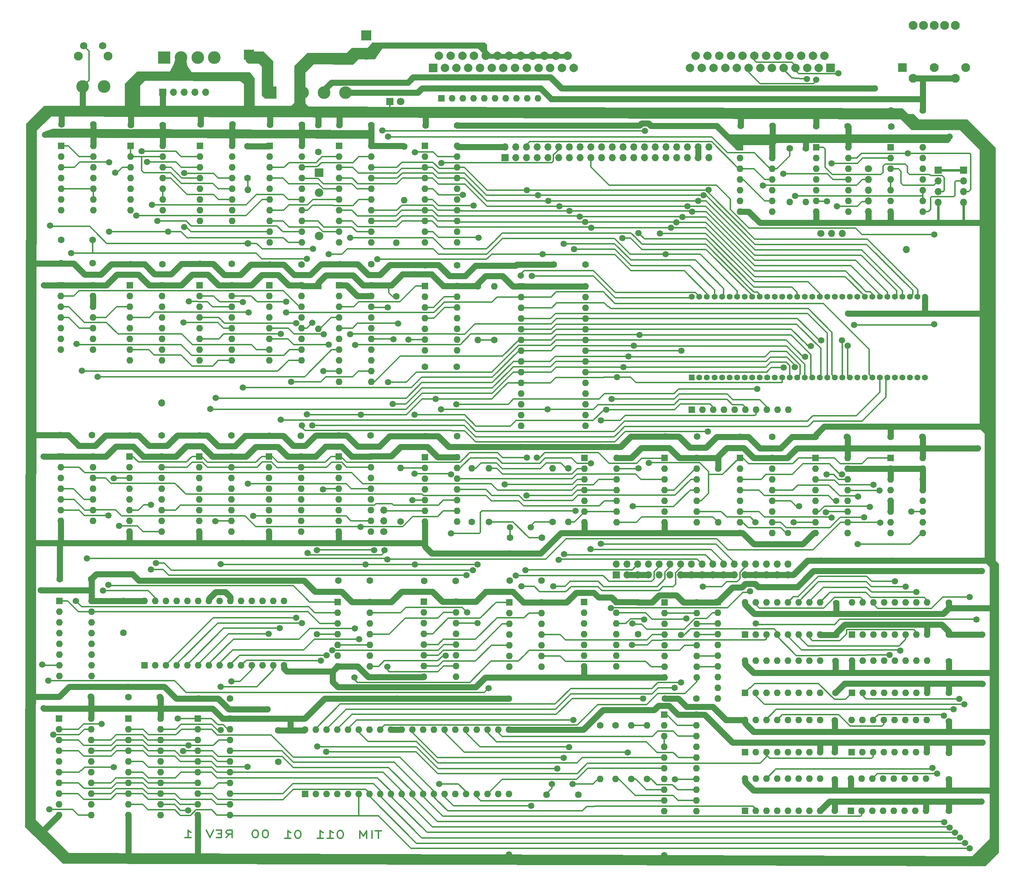
<source format=gbr>
%TF.GenerationSoftware,KiCad,Pcbnew,8.0.1*%
%TF.CreationDate,2024-03-23T23:48:46+00:00*%
%TF.ProjectId,TIM-011B,54494d2d-3031-4314-922e-6b696361645f,rev?*%
%TF.SameCoordinates,Original*%
%TF.FileFunction,Copper,L2,Bot*%
%TF.FilePolarity,Positive*%
%FSLAX46Y46*%
G04 Gerber Fmt 4.6, Leading zero omitted, Abs format (unit mm)*
G04 Created by KiCad (PCBNEW 8.0.1) date 2024-03-23 23:48:46*
%MOMM*%
%LPD*%
G01*
G04 APERTURE LIST*
%ADD10C,0.360000*%
%TA.AperFunction,NonConductor*%
%ADD11C,0.360000*%
%TD*%
%TA.AperFunction,ComponentPad*%
%ADD12R,1.600000X1.600000*%
%TD*%
%TA.AperFunction,ComponentPad*%
%ADD13O,1.600000X1.600000*%
%TD*%
%TA.AperFunction,ComponentPad*%
%ADD14C,1.600000*%
%TD*%
%TA.AperFunction,ComponentPad*%
%ADD15C,1.700000*%
%TD*%
%TA.AperFunction,ComponentPad*%
%ADD16O,1.700000X1.700000*%
%TD*%
%TA.AperFunction,ComponentPad*%
%ADD17R,1.700000X1.700000*%
%TD*%
%TA.AperFunction,ComponentPad*%
%ADD18R,2.400000X2.400000*%
%TD*%
%TA.AperFunction,ComponentPad*%
%ADD19O,2.400000X2.400000*%
%TD*%
%TA.AperFunction,ComponentPad*%
%ADD20R,3.000000X3.000000*%
%TD*%
%TA.AperFunction,ComponentPad*%
%ADD21C,3.000000*%
%TD*%
%TA.AperFunction,ComponentPad*%
%ADD22C,2.100000*%
%TD*%
%TA.AperFunction,ComponentPad*%
%ADD23C,1.750000*%
%TD*%
%TA.AperFunction,ComponentPad*%
%ADD24R,2.000000X2.000000*%
%TD*%
%TA.AperFunction,ComponentPad*%
%ADD25C,2.000000*%
%TD*%
%TA.AperFunction,ComponentPad*%
%ADD26C,1.500000*%
%TD*%
%TA.AperFunction,ComponentPad*%
%ADD27R,1.400000X1.400000*%
%TD*%
%TA.AperFunction,ComponentPad*%
%ADD28C,1.400000*%
%TD*%
%TA.AperFunction,ComponentPad*%
%ADD29R,1.800000X1.800000*%
%TD*%
%TA.AperFunction,ComponentPad*%
%ADD30C,1.800000*%
%TD*%
%TA.AperFunction,ComponentPad*%
%ADD31R,2.100000X2.100000*%
%TD*%
%TA.AperFunction,ViaPad*%
%ADD32C,1.500000*%
%TD*%
%TA.AperFunction,Conductor*%
%ADD33C,1.400000*%
%TD*%
%TA.AperFunction,Conductor*%
%ADD34C,0.300000*%
%TD*%
%TA.AperFunction,Conductor*%
%ADD35C,1.700000*%
%TD*%
%TA.AperFunction,Conductor*%
%ADD36C,0.600000*%
%TD*%
G04 APERTURE END LIST*
D10*
D11*
X158081729Y-226370994D02*
X157843634Y-226370994D01*
X157843634Y-226370994D02*
X157605538Y-226456708D01*
X157605538Y-226456708D02*
X157486491Y-226542422D01*
X157486491Y-226542422D02*
X157367443Y-226713851D01*
X157367443Y-226713851D02*
X157248396Y-227056708D01*
X157248396Y-227056708D02*
X157248396Y-227485280D01*
X157248396Y-227485280D02*
X157367443Y-227828137D01*
X157367443Y-227828137D02*
X157486491Y-227999565D01*
X157486491Y-227999565D02*
X157605538Y-228085280D01*
X157605538Y-228085280D02*
X157843634Y-228170994D01*
X157843634Y-228170994D02*
X158081729Y-228170994D01*
X158081729Y-228170994D02*
X158319824Y-228085280D01*
X158319824Y-228085280D02*
X158438872Y-227999565D01*
X158438872Y-227999565D02*
X158557919Y-227828137D01*
X158557919Y-227828137D02*
X158676967Y-227485280D01*
X158676967Y-227485280D02*
X158676967Y-227056708D01*
X158676967Y-227056708D02*
X158557919Y-226713851D01*
X158557919Y-226713851D02*
X158438872Y-226542422D01*
X158438872Y-226542422D02*
X158319824Y-226456708D01*
X158319824Y-226456708D02*
X158081729Y-226370994D01*
X154867444Y-228170994D02*
X156296015Y-228170994D01*
X155581729Y-228170994D02*
X155581729Y-226370994D01*
X155581729Y-226370994D02*
X155819825Y-226628137D01*
X155819825Y-226628137D02*
X156057920Y-226799565D01*
X156057920Y-226799565D02*
X156296015Y-226885280D01*
D10*
D11*
X140969348Y-228050994D02*
X141802681Y-227193851D01*
X142397919Y-228050994D02*
X142397919Y-226250994D01*
X142397919Y-226250994D02*
X141445538Y-226250994D01*
X141445538Y-226250994D02*
X141207443Y-226336708D01*
X141207443Y-226336708D02*
X141088396Y-226422422D01*
X141088396Y-226422422D02*
X140969348Y-226593851D01*
X140969348Y-226593851D02*
X140969348Y-226850994D01*
X140969348Y-226850994D02*
X141088396Y-227022422D01*
X141088396Y-227022422D02*
X141207443Y-227108137D01*
X141207443Y-227108137D02*
X141445538Y-227193851D01*
X141445538Y-227193851D02*
X142397919Y-227193851D01*
X139897919Y-227108137D02*
X139064586Y-227108137D01*
X138707443Y-228050994D02*
X139897919Y-228050994D01*
X139897919Y-228050994D02*
X139897919Y-226250994D01*
X139897919Y-226250994D02*
X138707443Y-226250994D01*
X137993157Y-226250994D02*
X137159824Y-228050994D01*
X137159824Y-228050994D02*
X136326491Y-226250994D01*
D10*
D11*
X131238396Y-228020994D02*
X132666967Y-228020994D01*
X131952681Y-228020994D02*
X131952681Y-226220994D01*
X131952681Y-226220994D02*
X132190777Y-226478137D01*
X132190777Y-226478137D02*
X132428872Y-226649565D01*
X132428872Y-226649565D02*
X132666967Y-226735280D01*
D10*
D11*
X168111729Y-226380994D02*
X167873634Y-226380994D01*
X167873634Y-226380994D02*
X167635538Y-226466708D01*
X167635538Y-226466708D02*
X167516491Y-226552422D01*
X167516491Y-226552422D02*
X167397443Y-226723851D01*
X167397443Y-226723851D02*
X167278396Y-227066708D01*
X167278396Y-227066708D02*
X167278396Y-227495280D01*
X167278396Y-227495280D02*
X167397443Y-227838137D01*
X167397443Y-227838137D02*
X167516491Y-228009565D01*
X167516491Y-228009565D02*
X167635538Y-228095280D01*
X167635538Y-228095280D02*
X167873634Y-228180994D01*
X167873634Y-228180994D02*
X168111729Y-228180994D01*
X168111729Y-228180994D02*
X168349824Y-228095280D01*
X168349824Y-228095280D02*
X168468872Y-228009565D01*
X168468872Y-228009565D02*
X168587919Y-227838137D01*
X168587919Y-227838137D02*
X168706967Y-227495280D01*
X168706967Y-227495280D02*
X168706967Y-227066708D01*
X168706967Y-227066708D02*
X168587919Y-226723851D01*
X168587919Y-226723851D02*
X168468872Y-226552422D01*
X168468872Y-226552422D02*
X168349824Y-226466708D01*
X168349824Y-226466708D02*
X168111729Y-226380994D01*
X164897444Y-228180994D02*
X166326015Y-228180994D01*
X165611729Y-228180994D02*
X165611729Y-226380994D01*
X165611729Y-226380994D02*
X165849825Y-226638137D01*
X165849825Y-226638137D02*
X166087920Y-226809565D01*
X166087920Y-226809565D02*
X166326015Y-226895280D01*
X162516492Y-228180994D02*
X163945063Y-228180994D01*
X163230777Y-228180994D02*
X163230777Y-226380994D01*
X163230777Y-226380994D02*
X163468873Y-226638137D01*
X163468873Y-226638137D02*
X163706968Y-226809565D01*
X163706968Y-226809565D02*
X163945063Y-226895280D01*
D10*
D11*
X150391729Y-226270994D02*
X150153634Y-226270994D01*
X150153634Y-226270994D02*
X149915538Y-226356708D01*
X149915538Y-226356708D02*
X149796491Y-226442422D01*
X149796491Y-226442422D02*
X149677443Y-226613851D01*
X149677443Y-226613851D02*
X149558396Y-226956708D01*
X149558396Y-226956708D02*
X149558396Y-227385280D01*
X149558396Y-227385280D02*
X149677443Y-227728137D01*
X149677443Y-227728137D02*
X149796491Y-227899565D01*
X149796491Y-227899565D02*
X149915538Y-227985280D01*
X149915538Y-227985280D02*
X150153634Y-228070994D01*
X150153634Y-228070994D02*
X150391729Y-228070994D01*
X150391729Y-228070994D02*
X150629824Y-227985280D01*
X150629824Y-227985280D02*
X150748872Y-227899565D01*
X150748872Y-227899565D02*
X150867919Y-227728137D01*
X150867919Y-227728137D02*
X150986967Y-227385280D01*
X150986967Y-227385280D02*
X150986967Y-226956708D01*
X150986967Y-226956708D02*
X150867919Y-226613851D01*
X150867919Y-226613851D02*
X150748872Y-226442422D01*
X150748872Y-226442422D02*
X150629824Y-226356708D01*
X150629824Y-226356708D02*
X150391729Y-226270994D01*
X148010777Y-226270994D02*
X147772682Y-226270994D01*
X147772682Y-226270994D02*
X147534586Y-226356708D01*
X147534586Y-226356708D02*
X147415539Y-226442422D01*
X147415539Y-226442422D02*
X147296491Y-226613851D01*
X147296491Y-226613851D02*
X147177444Y-226956708D01*
X147177444Y-226956708D02*
X147177444Y-227385280D01*
X147177444Y-227385280D02*
X147296491Y-227728137D01*
X147296491Y-227728137D02*
X147415539Y-227899565D01*
X147415539Y-227899565D02*
X147534586Y-227985280D01*
X147534586Y-227985280D02*
X147772682Y-228070994D01*
X147772682Y-228070994D02*
X148010777Y-228070994D01*
X148010777Y-228070994D02*
X148248872Y-227985280D01*
X148248872Y-227985280D02*
X148367920Y-227899565D01*
X148367920Y-227899565D02*
X148486967Y-227728137D01*
X148486967Y-227728137D02*
X148606015Y-227385280D01*
X148606015Y-227385280D02*
X148606015Y-226956708D01*
X148606015Y-226956708D02*
X148486967Y-226613851D01*
X148486967Y-226613851D02*
X148367920Y-226442422D01*
X148367920Y-226442422D02*
X148248872Y-226356708D01*
X148248872Y-226356708D02*
X148010777Y-226270994D01*
D10*
D11*
X177725062Y-226430994D02*
X176296491Y-226430994D01*
X177010777Y-228230994D02*
X177010777Y-226430994D01*
X175463157Y-228230994D02*
X175463157Y-226430994D01*
X174272681Y-228230994D02*
X174272681Y-226430994D01*
X174272681Y-226430994D02*
X173439348Y-227716708D01*
X173439348Y-227716708D02*
X172606015Y-226430994D01*
X172606015Y-226430994D02*
X172606015Y-228230994D01*
D12*
%TO.P,U38,1,A8*%
%TO.N,/RAM/MA8*%
X263770000Y-193785000D03*
D13*
%TO.P,U38,2,D*%
%TO.N,/CPU/D2*%
X266310000Y-193785000D03*
%TO.P,U38,3,~{W}*%
%TO.N,~{WR}*%
X268850000Y-193785000D03*
%TO.P,U38,4,~{RAS}*%
%TO.N,~{ME}*%
X271390000Y-193785000D03*
%TO.P,U38,5,A0*%
%TO.N,/RAM/MA0*%
X273930000Y-193785000D03*
%TO.P,U38,6,A2*%
%TO.N,/RAM/MA2*%
X276470000Y-193785000D03*
%TO.P,U38,7,A1*%
%TO.N,/RAM/MA1*%
X279010000Y-193785000D03*
%TO.P,U38,8,VCC*%
%TO.N,+5V*%
X281550000Y-193785000D03*
%TO.P,U38,9,A7*%
%TO.N,/RAM/MA7*%
X281550000Y-186165000D03*
%TO.P,U38,10,A5*%
%TO.N,/RAM/MA5*%
X279010000Y-186165000D03*
%TO.P,U38,11,A4*%
%TO.N,/RAM/MA4*%
X276470000Y-186165000D03*
%TO.P,U38,12,A3*%
%TO.N,/RAM/MA3*%
X273930000Y-186165000D03*
%TO.P,U38,13,A6*%
%TO.N,/RAM/MA6*%
X271390000Y-186165000D03*
%TO.P,U38,14,Q*%
%TO.N,/CPU/D2*%
X268850000Y-186165000D03*
%TO.P,U38,15,~{CAS}*%
%TO.N,~{CAS}*%
X266310000Y-186165000D03*
%TO.P,U38,16,VSS*%
%TO.N,GND*%
X263770000Y-186165000D03*
%TD*%
D12*
%TO.P,U34,1*%
%TO.N,Net-(U43-WDOUT)*%
X225740000Y-172280000D03*
D13*
%TO.P,U34,2*%
%TO.N,fWDATA*%
X225740000Y-174820000D03*
%TO.P,U34,3*%
%TO.N,Net-(U43-WE)*%
X225740000Y-177360000D03*
%TO.P,U34,4*%
%TO.N,fWGATE*%
X225740000Y-179900000D03*
%TO.P,U34,5*%
%TO.N,Net-(U43-HDL)*%
X225740000Y-182440000D03*
%TO.P,U34,6*%
%TO.N,fINUSE*%
X225740000Y-184980000D03*
%TO.P,U34,7,GND*%
%TO.N,GND*%
X225740000Y-187520000D03*
%TO.P,U34,8*%
%TO.N,fSIDE1*%
X233360000Y-187520000D03*
%TO.P,U34,9*%
%TO.N,Net-(U43-SIDE)*%
X233360000Y-184980000D03*
%TO.P,U34,10*%
%TO.N,unconnected-(U34-Pad10)*%
X233360000Y-182440000D03*
%TO.P,U34,11*%
%TO.N,unconnected-(U34-Pad11)*%
X233360000Y-179900000D03*
%TO.P,U34,12*%
%TO.N,fMOTOR1*%
X233360000Y-177360000D03*
%TO.P,U34,13*%
%TO.N,TXS*%
X233360000Y-174820000D03*
%TO.P,U34,14,VCC*%
%TO.N,+5V*%
X233360000Y-172280000D03*
%TD*%
D14*
%TO.P,R15,1*%
%TO.N,Net-(R14-Pad1)*%
X236890000Y-214170000D03*
D13*
%TO.P,R15,2*%
%TO.N,Net-(R15-Pad2)*%
X236890000Y-201470000D03*
%TD*%
D12*
%TO.P,U7,1,~{R}*%
%TO.N,+5V*%
X262640000Y-64520000D03*
D13*
%TO.P,U7,2,D*%
%TO.N,~{LIR}*%
X262640000Y-67060000D03*
%TO.P,U7,3,C*%
%TO.N,FI*%
X262640000Y-69600000D03*
%TO.P,U7,4,~{S}*%
%TO.N,Net-(U7A-~{S})*%
X262640000Y-72140000D03*
%TO.P,U7,5,Q*%
%TO.N,Net-(U7A-Q)*%
X262640000Y-74680000D03*
%TO.P,U7,6,~{Q}*%
%TO.N,unconnected-(U7A-~{Q}-Pad6)*%
X262640000Y-77220000D03*
%TO.P,U7,7,GND*%
%TO.N,GND*%
X262640000Y-79760000D03*
%TO.P,U7,8,~{Q}*%
%TO.N,unconnected-(U7B-~{Q}-Pad8)*%
X270260000Y-79760000D03*
%TO.P,U7,9,Q*%
%TO.N,Net-(U7A-~{S})*%
X270260000Y-77220000D03*
%TO.P,U7,10,~{S}*%
%TO.N,+5V*%
X270260000Y-74680000D03*
%TO.P,U7,11,C*%
%TO.N,FI*%
X270260000Y-72140000D03*
%TO.P,U7,12,D*%
%TO.N,Net-(U7A-Q)*%
X270260000Y-69600000D03*
%TO.P,U7,13,~{R}*%
%TO.N,+5V*%
X270260000Y-67060000D03*
%TO.P,U7,14,VCC*%
X270260000Y-64520000D03*
%TD*%
D15*
%TO.P,JMP1,1,Pin_1*%
%TO.N,Net-(JMP1-Pin_1)*%
X281720000Y-84930000D03*
D16*
%TO.P,JMP1,2,Pin_2*%
%TO.N,~{CTS0}*%
X284260000Y-84930000D03*
%TO.P,JMP1,3,Pin_3*%
%TO.N,GND*%
X286800000Y-84930000D03*
%TD*%
D12*
%TO.P,U11,1,S2*%
%TO.N,Net-(U11-S2)*%
X118210000Y-97230000D03*
D13*
%TO.P,U11,2,B2*%
%TO.N,Net-(U11-B2)*%
X118210000Y-99770000D03*
%TO.P,U11,3,A2*%
%TO.N,Net-(U10B-C)*%
X118210000Y-102310000D03*
%TO.P,U11,4,S1*%
%TO.N,Net-(U11-S1)*%
X118210000Y-104850000D03*
%TO.P,U11,5,A1*%
%TO.N,Net-(U11-A1)*%
X118210000Y-107390000D03*
%TO.P,U11,6,B1*%
%TO.N,Net-(U11-B1)*%
X118210000Y-109930000D03*
%TO.P,U11,7,C0*%
%TO.N,Net-(U11-C0)*%
X118210000Y-112470000D03*
%TO.P,U11,8,GND*%
%TO.N,GND*%
X118210000Y-115010000D03*
%TO.P,U11,9,C4*%
%TO.N,unconnected-(U11-C4-Pad9)*%
X125830000Y-115010000D03*
%TO.P,U11,10,S4*%
%TO.N,Net-(U11-S4)*%
X125830000Y-112470000D03*
%TO.P,U11,11,B4*%
%TO.N,Net-(U11-B4)*%
X125830000Y-109930000D03*
%TO.P,U11,12,A4*%
%TO.N,Net-(U11-A4)*%
X125830000Y-107390000D03*
%TO.P,U11,13,S3*%
%TO.N,Net-(U11-S3)*%
X125830000Y-104850000D03*
%TO.P,U11,14,A3*%
%TO.N,Net-(U11-A3)*%
X125830000Y-102310000D03*
%TO.P,U11,15,B3*%
%TO.N,Net-(U11-B3)*%
X125830000Y-99770000D03*
%TO.P,U11,16,VCC*%
%TO.N,+5V*%
X125830000Y-97230000D03*
%TD*%
D14*
%TO.P,C30,1*%
%TO.N,+5V*%
X215640000Y-167180000D03*
%TO.P,C30,2*%
%TO.N,GND*%
X208140000Y-167180000D03*
%TD*%
%TO.P,C7,1*%
%TO.N,Net-(C7-Pad1)*%
X216850000Y-217910000D03*
%TO.P,C7,2*%
%TO.N,Net-(C7-Pad2)*%
X224350000Y-217910000D03*
%TD*%
D12*
%TO.P,U20,1,S*%
%TO.N,~{VIDCLK}*%
X134580000Y-137750000D03*
D13*
%TO.P,U20,2,I0a*%
%TO.N,/Addressing/A1*%
X134580000Y-140290000D03*
%TO.P,U20,3,I1a*%
%TO.N,Net-(U12-S2)*%
X134580000Y-142830000D03*
%TO.P,U20,4,Za*%
%TO.N,/Video/VA8*%
X134580000Y-145370000D03*
%TO.P,U20,5,I0b*%
%TO.N,/Addressing/A2*%
X134580000Y-147910000D03*
%TO.P,U20,6,I1b*%
%TO.N,Net-(U12-S3)*%
X134580000Y-150450000D03*
%TO.P,U20,7,Zb*%
%TO.N,/Video/VA9*%
X134580000Y-152990000D03*
%TO.P,U20,8,GND*%
%TO.N,GND*%
X134580000Y-155530000D03*
%TO.P,U20,9,Zc*%
%TO.N,/Video/VA10*%
X142200000Y-155530000D03*
%TO.P,U20,10,I1c*%
%TO.N,Net-(U12-S4)*%
X142200000Y-152990000D03*
%TO.P,U20,11,I0c*%
%TO.N,/Addressing/A3*%
X142200000Y-150450000D03*
%TO.P,U20,12,Zd*%
%TO.N,/Video/VA11*%
X142200000Y-147910000D03*
%TO.P,U20,13,I1d*%
%TO.N,Net-(U11-S1)*%
X142200000Y-145370000D03*
%TO.P,U20,14,I0d*%
%TO.N,/Addressing/A4*%
X142200000Y-142830000D03*
%TO.P,U20,15,E*%
%TO.N,GND*%
X142200000Y-140290000D03*
%TO.P,U20,16,VCC*%
%TO.N,+5V*%
X142200000Y-137750000D03*
%TD*%
D12*
%TO.P,U37,1,A8*%
%TO.N,/RAM/MA8*%
X289130000Y-179910000D03*
D13*
%TO.P,U37,2,D*%
%TO.N,/CPU/D1*%
X291670000Y-179910000D03*
%TO.P,U37,3,~{W}*%
%TO.N,~{WR}*%
X294210000Y-179910000D03*
%TO.P,U37,4,~{RAS}*%
%TO.N,~{ME}*%
X296750000Y-179910000D03*
%TO.P,U37,5,A0*%
%TO.N,/RAM/MA0*%
X299290000Y-179910000D03*
%TO.P,U37,6,A2*%
%TO.N,/RAM/MA2*%
X301830000Y-179910000D03*
%TO.P,U37,7,A1*%
%TO.N,/RAM/MA1*%
X304370000Y-179910000D03*
%TO.P,U37,8,VCC*%
%TO.N,+5V*%
X306910000Y-179910000D03*
%TO.P,U37,9,A7*%
%TO.N,/RAM/MA7*%
X306910000Y-172290000D03*
%TO.P,U37,10,A5*%
%TO.N,/RAM/MA5*%
X304370000Y-172290000D03*
%TO.P,U37,11,A4*%
%TO.N,/RAM/MA4*%
X301830000Y-172290000D03*
%TO.P,U37,12,A3*%
%TO.N,/RAM/MA3*%
X299290000Y-172290000D03*
%TO.P,U37,13,A6*%
%TO.N,/RAM/MA6*%
X296750000Y-172290000D03*
%TO.P,U37,14,Q*%
%TO.N,/CPU/D1*%
X294210000Y-172290000D03*
%TO.P,U37,15,~{CAS}*%
%TO.N,~{CAS}*%
X291670000Y-172290000D03*
%TO.P,U37,16,VSS*%
%TO.N,GND*%
X289130000Y-172290000D03*
%TD*%
D12*
%TO.P,U23,1*%
%TO.N,Net-(U7A-Q)*%
X188020000Y-137990000D03*
D13*
%TO.P,U23,2*%
%TO.N,Net-(R7-Pad2)*%
X188020000Y-140530000D03*
%TO.P,U23,3*%
%TO.N,Net-(U14-Pad15)*%
X188020000Y-143070000D03*
%TO.P,U23,4*%
%TO.N,/Addressing/A4*%
X188020000Y-145610000D03*
%TO.P,U23,5*%
%TO.N,~{INT0}*%
X188020000Y-148150000D03*
%TO.P,U23,6*%
%TO.N,Net-(JMP3-Pin_3)*%
X188020000Y-150690000D03*
%TO.P,U23,7,GND*%
%TO.N,GND*%
X188020000Y-153230000D03*
%TO.P,U23,8*%
%TO.N,Net-(U23-Pad8)*%
X195640000Y-153230000D03*
%TO.P,U23,9*%
%TO.N,IOE*%
X195640000Y-150690000D03*
%TO.P,U23,10*%
%TO.N,/Addressing/A7*%
X195640000Y-148150000D03*
%TO.P,U23,11*%
%TO.N,Net-(U25B-D)*%
X195640000Y-145610000D03*
%TO.P,U23,12*%
%TO.N,~{REF}*%
X195640000Y-143070000D03*
%TO.P,U23,13*%
%TO.N,/Addressing/A18*%
X195640000Y-140530000D03*
%TO.P,U23,14,VCC*%
%TO.N,+5V*%
X195640000Y-137990000D03*
%TD*%
D12*
%TO.P,U47,1,A8*%
%TO.N,/RAM/MA8*%
X263770000Y-221705000D03*
D13*
%TO.P,U47,2,D*%
%TO.N,/CPU/D7*%
X266310000Y-221705000D03*
%TO.P,U47,3,~{W}*%
%TO.N,~{WR}*%
X268850000Y-221705000D03*
%TO.P,U47,4,~{RAS}*%
%TO.N,~{ME}*%
X271390000Y-221705000D03*
%TO.P,U47,5,A0*%
%TO.N,/RAM/MA0*%
X273930000Y-221705000D03*
%TO.P,U47,6,A2*%
%TO.N,/RAM/MA2*%
X276470000Y-221705000D03*
%TO.P,U47,7,A1*%
%TO.N,/RAM/MA1*%
X279010000Y-221705000D03*
%TO.P,U47,8,VCC*%
%TO.N,+5V*%
X281550000Y-221705000D03*
%TO.P,U47,9,A7*%
%TO.N,/RAM/MA7*%
X281550000Y-214085000D03*
%TO.P,U47,10,A5*%
%TO.N,/RAM/MA5*%
X279010000Y-214085000D03*
%TO.P,U47,11,A4*%
%TO.N,/RAM/MA4*%
X276470000Y-214085000D03*
%TO.P,U47,12,A3*%
%TO.N,/RAM/MA3*%
X273930000Y-214085000D03*
%TO.P,U47,13,A6*%
%TO.N,/RAM/MA6*%
X271390000Y-214085000D03*
%TO.P,U47,14,Q*%
%TO.N,/CPU/D7*%
X268850000Y-214085000D03*
%TO.P,U47,15,~{CAS}*%
%TO.N,~{CAS}*%
X266310000Y-214085000D03*
%TO.P,U47,16,VSS*%
%TO.N,GND*%
X263770000Y-214085000D03*
%TD*%
D14*
%TO.P,C9,1*%
%TO.N,GND*%
X305910000Y-59610000D03*
%TO.P,C9,2*%
%TO.N,-12V*%
X298410000Y-59610000D03*
%TD*%
D12*
%TO.P,U48,1,A8*%
%TO.N,/RAM/MA8*%
X288910000Y-221680000D03*
D13*
%TO.P,U48,2,D*%
%TO.N,/CPU/D6*%
X291450000Y-221680000D03*
%TO.P,U48,3,~{W}*%
%TO.N,~{WR}*%
X293990000Y-221680000D03*
%TO.P,U48,4,~{RAS}*%
%TO.N,~{ME}*%
X296530000Y-221680000D03*
%TO.P,U48,5,A0*%
%TO.N,/RAM/MA0*%
X299070000Y-221680000D03*
%TO.P,U48,6,A2*%
%TO.N,/RAM/MA2*%
X301610000Y-221680000D03*
%TO.P,U48,7,A1*%
%TO.N,/RAM/MA1*%
X304150000Y-221680000D03*
%TO.P,U48,8,VCC*%
%TO.N,+5V*%
X306690000Y-221680000D03*
%TO.P,U48,9,A7*%
%TO.N,/RAM/MA7*%
X306690000Y-214060000D03*
%TO.P,U48,10,A5*%
%TO.N,/RAM/MA5*%
X304150000Y-214060000D03*
%TO.P,U48,11,A4*%
%TO.N,/RAM/MA4*%
X301610000Y-214060000D03*
%TO.P,U48,12,A3*%
%TO.N,/RAM/MA3*%
X299070000Y-214060000D03*
%TO.P,U48,13,A6*%
%TO.N,/RAM/MA6*%
X296530000Y-214060000D03*
%TO.P,U48,14,Q*%
%TO.N,/CPU/D6*%
X293990000Y-214060000D03*
%TO.P,U48,15,~{CAS}*%
%TO.N,~{CAS}*%
X291450000Y-214060000D03*
%TO.P,U48,16,VSS*%
%TO.N,GND*%
X288910000Y-214060000D03*
%TD*%
D14*
%TO.P,C40,1*%
%TO.N,+5V*%
X175300000Y-59270000D03*
%TO.P,C40,2*%
%TO.N,GND*%
X167800000Y-59270000D03*
%TD*%
%TO.P,C29,1*%
%TO.N,+5V*%
X125940000Y-59310000D03*
%TO.P,C29,2*%
%TO.N,GND*%
X118440000Y-59310000D03*
%TD*%
D17*
%TO.P,P3,1,Pin_1*%
%TO.N,+5V*%
X207000000Y-66970000D03*
D16*
%TO.P,P3,2,Pin_2*%
X207000000Y-64430000D03*
%TO.P,P3,3,Pin_3*%
%TO.N,GND*%
X209540000Y-66970000D03*
%TO.P,P3,4,Pin_4*%
X209540000Y-64430000D03*
%TO.P,P3,5,Pin_5*%
%TO.N,~{RD}*%
X212080000Y-66970000D03*
%TO.P,P3,6,Pin_6*%
%TO.N,FI*%
X212080000Y-64430000D03*
%TO.P,P3,7,Pin_7*%
%TO.N,~{WR}*%
X214620000Y-66970000D03*
%TO.P,P3,8,Pin_8*%
%TO.N,~{RESET}*%
X214620000Y-64430000D03*
%TO.P,P3,9,Pin_9*%
%TO.N,E*%
X217160000Y-66970000D03*
%TO.P,P3,10,Pin_10*%
%TO.N,~{LIR}*%
X217160000Y-64430000D03*
%TO.P,P3,11,Pin_11*%
%TO.N,~{NMI}*%
X219700000Y-66970000D03*
%TO.P,P3,12,Pin_12*%
%TO.N,EXPSEL_O*%
X219700000Y-64430000D03*
%TO.P,P3,13,Pin_13*%
%TO.N,~{WAIT}*%
X222240000Y-66970000D03*
%TO.P,P3,14,Pin_14*%
%TO.N,unconnected-(P3-Pin_14-Pad14)*%
X222240000Y-64430000D03*
%TO.P,P3,15,Pin_15*%
%TO.N,~{INT0}*%
X224780000Y-66970000D03*
%TO.P,P3,16,Pin_16*%
%TO.N,~{HALT}*%
X224780000Y-64430000D03*
%TO.P,P3,17,Pin_17*%
%TO.N,ST*%
X227320000Y-66970000D03*
%TO.P,P3,18,Pin_18*%
%TO.N,unconnected-(P3-Pin_18-Pad18)*%
X227320000Y-64430000D03*
%TO.P,P3,19,Pin_19*%
%TO.N,/Addressing/A0*%
X229860000Y-66970000D03*
%TO.P,P3,20,Pin_20*%
%TO.N,/Addressing/A1*%
X229860000Y-64430000D03*
%TO.P,P3,21,Pin_21*%
%TO.N,~{TEND0}*%
X232400000Y-66970000D03*
%TO.P,P3,22,Pin_22*%
%TO.N,/Addressing/A2*%
X232400000Y-64430000D03*
%TO.P,P3,23,Pin_23*%
%TO.N,/Addressing/A3*%
X234940000Y-66970000D03*
%TO.P,P3,24,Pin_24*%
%TO.N,/Addressing/A4*%
X234940000Y-64430000D03*
%TO.P,P3,25,Pin_25*%
%TO.N,~{DREQ0}*%
X237480000Y-66970000D03*
%TO.P,P3,26,Pin_26*%
%TO.N,~{IOE}*%
X237480000Y-64430000D03*
%TO.P,P3,27,Pin_27*%
%TO.N,unconnected-(P3-Pin_27-Pad27)*%
X240020000Y-66970000D03*
%TO.P,P3,28,Pin_28*%
%TO.N,RESET*%
X240020000Y-64430000D03*
%TO.P,P3,29,Pin_29*%
%TO.N,/CPU/D7*%
X242560000Y-66970000D03*
%TO.P,P3,30,Pin_30*%
%TO.N,/CPU/D6*%
X242560000Y-64430000D03*
%TO.P,P3,31,Pin_31*%
%TO.N,/CPU/D5*%
X245100000Y-66970000D03*
%TO.P,P3,32,Pin_32*%
%TO.N,/CPU/D3*%
X245100000Y-64430000D03*
%TO.P,P3,33,Pin_33*%
%TO.N,/CPU/D4*%
X247640000Y-66970000D03*
%TO.P,P3,34,Pin_34*%
%TO.N,/CPU/D2*%
X247640000Y-64430000D03*
%TO.P,P3,35,Pin_35*%
%TO.N,/CPU/D1*%
X250180000Y-66970000D03*
%TO.P,P3,36,Pin_36*%
%TO.N,/CPU/D0*%
X250180000Y-64430000D03*
%TO.P,P3,37,Pin_37*%
%TO.N,GND*%
X252720000Y-66970000D03*
%TO.P,P3,38,Pin_38*%
X252720000Y-64430000D03*
%TO.P,P3,39,Pin_39*%
%TO.N,unconnected-(P3-Pin_39-Pad39)*%
X255260000Y-66970000D03*
%TO.P,P3,40,Pin_40*%
%TO.N,unconnected-(P3-Pin_40-Pad40)*%
X255260000Y-64430000D03*
%TD*%
D14*
%TO.P,C51,1*%
%TO.N,+5V*%
X287980000Y-133120000D03*
%TO.P,C51,2*%
%TO.N,GND*%
X280480000Y-133120000D03*
%TD*%
%TO.P,CX1,1*%
%TO.N,Net-(U13-MR)*%
X109414000Y-86487000D03*
%TO.P,CX1,2*%
%TO.N,GND*%
X101914000Y-86487000D03*
%TD*%
D18*
%TO.P,C1,1*%
%TO.N,+5V*%
X146380000Y-42610000D03*
X174160000Y-38030000D03*
D19*
%TO.P,C1,2*%
%TO.N,GND*%
X174160000Y-42610000D03*
%TD*%
D14*
%TO.P,R6,1*%
%TO.N,Net-(U15B-C)*%
X204490000Y-110220000D03*
D13*
%TO.P,R6,2*%
%TO.N,Net-(J1-Pad10)*%
X204490000Y-97520000D03*
%TD*%
D16*
%TO.P,,0,GND*%
%TO.N,N/C*%
X301990000Y-88780000D03*
%TD*%
D20*
%TO.P,P2,1,Pin_1*%
%TO.N,+5V*%
X151450000Y-51620000D03*
D21*
%TO.P,P2,2,Pin_2*%
%TO.N,GND*%
X159070000Y-51620000D03*
%TO.P,P2,3,Pin_3*%
%TO.N,-12V*%
X164160000Y-51630000D03*
%TO.P,P2,4,Pin_4*%
%TO.N,+12V*%
X169240000Y-51630000D03*
%TD*%
D17*
%TO.P,J5,1,Pin_1*%
%TO.N,+5V*%
X315500000Y-69945000D03*
D16*
%TO.P,J5,2,Pin_2*%
%TO.N,/Serial Keyboard/K_TX*%
X315500000Y-72485000D03*
%TO.P,J5,3,Pin_3*%
%TO.N,/Serial Keyboard/K_RX*%
X315500000Y-75025000D03*
%TO.P,J5,4,Pin_4*%
%TO.N,GND*%
X315500000Y-77565000D03*
%TD*%
D14*
%TO.P,C46,1*%
%TO.N,+5V*%
X285050000Y-207810000D03*
%TO.P,C46,2*%
%TO.N,GND*%
X285050000Y-200310000D03*
%TD*%
D22*
%TO.P,T2,*%
%TO.N,*%
X105990000Y-43000000D03*
X113000000Y-43000000D03*
D23*
%TO.P,T2,1,Pin_1*%
%TO.N,GND*%
X107240000Y-40510000D03*
%TO.P,T2,2,Pin_2*%
%TO.N,Net-(D1-A)*%
X111740000Y-40510000D03*
%TD*%
D12*
%TO.P,U1,1*%
%TO.N,CLK*%
X101920000Y-64240000D03*
D13*
%TO.P,U1,2*%
%TO.N,Net-(U29-Za)*%
X101920000Y-66780000D03*
%TO.P,U1,3*%
%TO.N,VID2*%
X101920000Y-69320000D03*
%TO.P,U1,4*%
%TO.N,Net-(U13-Q8)*%
X101920000Y-71860000D03*
%TO.P,U1,5*%
%TO.N,Net-(U10A-D)*%
X101920000Y-74400000D03*
%TO.P,U1,6*%
%TO.N,Net-(U13-MR)*%
X101920000Y-76940000D03*
%TO.P,U1,7,GND*%
%TO.N,GND*%
X101920000Y-79480000D03*
%TO.P,U1,8*%
%TO.N,HSYNC*%
X109540000Y-79480000D03*
%TO.P,U1,9*%
%TO.N,Net-(U10A-D)*%
X109540000Y-76940000D03*
%TO.P,U1,10*%
X109540000Y-74400000D03*
%TO.P,U1,11*%
%TO.N,VID1*%
X109540000Y-71860000D03*
%TO.P,U1,12*%
%TO.N,Net-(U29-Zb)*%
X109540000Y-69320000D03*
%TO.P,U1,13*%
%TO.N,CLK*%
X109540000Y-66780000D03*
%TO.P,U1,14,VCC*%
%TO.N,+5V*%
X109540000Y-64240000D03*
%TD*%
D17*
%TO.P,J4,1,Pin_1*%
%TO.N,+5V*%
X309500000Y-69945000D03*
D16*
%TO.P,J4,2,Pin_2*%
%TO.N,/Serial Keyboard/S_TX*%
X309500000Y-72485000D03*
%TO.P,J4,3,Pin_3*%
%TO.N,/Serial Keyboard/S_RX*%
X309500000Y-75025000D03*
%TO.P,J4,4,Pin_4*%
%TO.N,GND*%
X309500000Y-77565000D03*
%TD*%
D15*
%TO.P,JMP2,1,Pin_1*%
%TO.N,GND*%
X293060000Y-69640000D03*
D16*
%TO.P,JMP2,2,Pin_2*%
%TO.N,~{CTS1}*%
X293060000Y-72180000D03*
%TO.P,JMP2,3,Pin_3*%
%TO.N,Net-(JMP2-Pin_3)*%
X293060000Y-74720000D03*
%TO.P,JMP2,4,Pin_4*%
%TO.N,~{DCD0}*%
X293060000Y-77260000D03*
%TO.P,JMP2,5,Pin_5*%
%TO.N,GND*%
X293060000Y-79800000D03*
%TD*%
D12*
%TO.P,U28,1,S*%
%TO.N,E*%
X298250000Y-138090000D03*
D13*
%TO.P,U28,2,I0a*%
%TO.N,GND*%
X298250000Y-140630000D03*
%TO.P,U28,3,I1a*%
X298250000Y-143170000D03*
%TO.P,U28,4,Za*%
%TO.N,unconnected-(U28-Za-Pad4)*%
X298250000Y-145710000D03*
%TO.P,U28,5,I0b*%
%TO.N,GND*%
X298250000Y-148250000D03*
%TO.P,U28,6,I1b*%
X298250000Y-150790000D03*
%TO.P,U28,7,Zb*%
%TO.N,unconnected-(U28-Zb-Pad7)*%
X298250000Y-153330000D03*
%TO.P,U28,8,GND*%
%TO.N,GND*%
X298250000Y-155870000D03*
%TO.P,U28,9,Zc*%
%TO.N,/RAM/MA8*%
X305870000Y-155870000D03*
%TO.P,U28,10,I1c*%
%TO.N,/Addressing/A17*%
X305870000Y-153330000D03*
%TO.P,U28,11,I0c*%
%TO.N,/Addressing/A16*%
X305870000Y-150790000D03*
%TO.P,U28,12,Zd*%
%TO.N,unconnected-(U28-Zd-Pad12)*%
X305870000Y-148250000D03*
%TO.P,U28,13,I1d*%
%TO.N,GND*%
X305870000Y-145710000D03*
%TO.P,U28,14,I0d*%
X305870000Y-143170000D03*
%TO.P,U28,15,E*%
X305870000Y-140630000D03*
%TO.P,U28,16,VCC*%
%TO.N,+5V*%
X305870000Y-138090000D03*
%TD*%
D14*
%TO.P,C6,1*%
%TO.N,Net-(C6-Pad1)*%
X215690000Y-156990000D03*
%TO.P,C6,2*%
%TO.N,Net-(C6-Pad2)*%
X208190000Y-156990000D03*
%TD*%
D12*
%TO.P,U29,1,Ea*%
%TO.N,Net-(U29-Ea)*%
X101480000Y-171970000D03*
D13*
%TO.P,U29,2,S1*%
%TO.N,VIDCLK*%
X101480000Y-174510000D03*
%TO.P,U29,3,I3a*%
%TO.N,Net-(U29-I3a)*%
X101480000Y-177050000D03*
%TO.P,U29,4,I2a*%
%TO.N,Net-(U29-I2a)*%
X101480000Y-179590000D03*
%TO.P,U29,5,I1a*%
%TO.N,Net-(U29-I1a)*%
X101480000Y-182130000D03*
%TO.P,U29,6,I0a*%
%TO.N,Net-(U29-I0a)*%
X101480000Y-184670000D03*
%TO.P,U29,7,Za*%
%TO.N,Net-(U29-Za)*%
X101480000Y-187210000D03*
%TO.P,U29,8,GND*%
%TO.N,GND*%
X101480000Y-189750000D03*
%TO.P,U29,9,Zb*%
%TO.N,Net-(U29-Zb)*%
X109100000Y-189750000D03*
%TO.P,U29,10,I0b*%
%TO.N,Net-(U29-I0b)*%
X109100000Y-187210000D03*
%TO.P,U29,11,I1b*%
%TO.N,Net-(U29-I1b)*%
X109100000Y-184670000D03*
%TO.P,U29,12,I2b*%
%TO.N,Net-(U29-I2b)*%
X109100000Y-182130000D03*
%TO.P,U29,13,I3b*%
%TO.N,Net-(U29-I3b)*%
X109100000Y-179590000D03*
%TO.P,U29,14,S0*%
%TO.N,VIDCLK2*%
X109100000Y-177050000D03*
%TO.P,U29,15,Eb*%
%TO.N,Net-(U29-Ea)*%
X109100000Y-174510000D03*
%TO.P,U29,16,VCC*%
%TO.N,+5V*%
X109100000Y-171970000D03*
%TD*%
D14*
%TO.P,R3,1*%
%TO.N,Net-(U7A-Q)*%
X274380000Y-64780000D03*
D13*
%TO.P,R3,2*%
%TO.N,+5V*%
X274380000Y-77480000D03*
%TD*%
D12*
%TO.P,U2,1*%
%TO.N,Net-(U3-Q8)*%
X118310000Y-64220000D03*
D13*
%TO.P,U2,2*%
X118310000Y-66760000D03*
%TO.P,U2,3*%
%TO.N,Net-(U10B-D)*%
X118310000Y-69300000D03*
%TO.P,U2,4*%
%TO.N,unconnected-(U2-Pad4)*%
X118310000Y-71840000D03*
%TO.P,U2,5*%
%TO.N,unconnected-(U2-Pad5)*%
X118310000Y-74380000D03*
%TO.P,U2,6*%
%TO.N,unconnected-(U2-Pad6)*%
X118310000Y-76920000D03*
%TO.P,U2,7,GND*%
%TO.N,GND*%
X118310000Y-79460000D03*
%TO.P,U2,8*%
%TO.N,VSYNC*%
X125930000Y-79460000D03*
%TO.P,U2,9*%
%TO.N,Net-(U10B-Q)*%
X125930000Y-76920000D03*
%TO.P,U2,10*%
X125930000Y-74380000D03*
%TO.P,U2,11*%
%TO.N,Net-(U3-MR)*%
X125930000Y-71840000D03*
%TO.P,U2,12*%
%TO.N,Net-(U11-A3)*%
X125930000Y-69300000D03*
%TO.P,U2,13*%
%TO.N,Net-(U3-Q8)*%
X125930000Y-66760000D03*
%TO.P,U2,14,VCC*%
%TO.N,+5V*%
X125930000Y-64220000D03*
%TD*%
D12*
%TO.P,U5,1,OE*%
%TO.N,GND*%
X167690000Y-64230000D03*
D13*
%TO.P,U5,2,O0*%
%TO.N,Net-(U4-D0)*%
X167690000Y-66770000D03*
%TO.P,U5,3,D0*%
%TO.N,/CPU/D1*%
X167690000Y-69310000D03*
%TO.P,U5,4,D1*%
%TO.N,/CPU/D3*%
X167690000Y-71850000D03*
%TO.P,U5,5,O1*%
%TO.N,Net-(U4-D1)*%
X167690000Y-74390000D03*
%TO.P,U5,6,O2*%
%TO.N,Net-(U4-D2)*%
X167690000Y-76930000D03*
%TO.P,U5,7,D2*%
%TO.N,/CPU/D5*%
X167690000Y-79470000D03*
%TO.P,U5,8,D3*%
%TO.N,/CPU/D7*%
X167690000Y-82010000D03*
%TO.P,U5,9,O3*%
%TO.N,Net-(U4-D3)*%
X167690000Y-84550000D03*
%TO.P,U5,10,GND*%
%TO.N,GND*%
X167690000Y-87090000D03*
%TO.P,U5,11,Cp*%
%TO.N,SCROLL_O*%
X175310000Y-87090000D03*
%TO.P,U5,12,O4*%
%TO.N,Net-(U4-D4)*%
X175310000Y-84550000D03*
%TO.P,U5,13,D4*%
%TO.N,/CPU/D6*%
X175310000Y-82010000D03*
%TO.P,U5,14,D5*%
%TO.N,/CPU/D4*%
X175310000Y-79470000D03*
%TO.P,U5,15,O5*%
%TO.N,Net-(U4-D5)*%
X175310000Y-76930000D03*
%TO.P,U5,16,O6*%
%TO.N,Net-(U4-D6)*%
X175310000Y-74390000D03*
%TO.P,U5,17,D6*%
%TO.N,/CPU/D2*%
X175310000Y-71850000D03*
%TO.P,U5,18,D7*%
%TO.N,/CPU/D0*%
X175310000Y-69310000D03*
%TO.P,U5,19,O7*%
%TO.N,Net-(U4-D7)*%
X175310000Y-66770000D03*
%TO.P,U5,20,VCC*%
%TO.N,+5V*%
X175310000Y-64230000D03*
%TD*%
D16*
%TO.P,,0,GND*%
%TO.N,N/C*%
X125730000Y-125095000D03*
%TD*%
D12*
%TO.P,U32,1,E*%
%TO.N,GND*%
X187770000Y-172160000D03*
D13*
%TO.P,U32,2,A0*%
%TO.N,Net-(U32A-A0)*%
X187770000Y-174700000D03*
%TO.P,U32,3,A1*%
%TO.N,Net-(U32A-A1)*%
X187770000Y-177240000D03*
%TO.P,U32,4,O0*%
%TO.N,Net-(U32A-O0)*%
X187770000Y-179780000D03*
%TO.P,U32,5,O1*%
%TO.N,Net-(U32A-O1)*%
X187770000Y-182320000D03*
%TO.P,U32,6,O2*%
%TO.N,Net-(U32A-O2)*%
X187770000Y-184860000D03*
%TO.P,U32,7,O3*%
%TO.N,Net-(U32A-O3)*%
X187770000Y-187400000D03*
%TO.P,U32,8,GND*%
%TO.N,GND*%
X187770000Y-189940000D03*
%TO.P,U32,9,O3*%
%TO.N,EXPSEL_O*%
X195390000Y-189940000D03*
%TO.P,U32,10,O2*%
%TO.N,Net-(U32B-O2)*%
X195390000Y-187400000D03*
%TO.P,U32,11,O1*%
%TO.N,FDCDMA_0*%
X195390000Y-184860000D03*
%TO.P,U32,12,O0*%
%TO.N,FDCSEL_0*%
X195390000Y-182320000D03*
%TO.P,U32,13,A1*%
%TO.N,/Addressing/A6*%
X195390000Y-179780000D03*
%TO.P,U32,14,A0*%
%TO.N,/Addressing/A5*%
X195390000Y-177240000D03*
%TO.P,U32,15,E*%
%TO.N,Net-(U32B-E)*%
X195390000Y-174700000D03*
%TO.P,U32,16,VCC*%
%TO.N,+5V*%
X195390000Y-172160000D03*
%TD*%
D12*
%TO.P,U15,1,~{R}*%
%TO.N,~{RESET}*%
X188050000Y-97402500D03*
D13*
%TO.P,U15,2,D*%
%TO.N,/Addressing/A0*%
X188050000Y-99942500D03*
%TO.P,U15,3,C*%
%TO.N,PRINT_O*%
X188050000Y-102482500D03*
%TO.P,U15,4,~{S}*%
%TO.N,+5V*%
X188050000Y-105022500D03*
%TO.P,U15,5,Q*%
%TO.N,unconnected-(U15A-Q-Pad5)*%
X188050000Y-107562500D03*
%TO.P,U15,6,~{Q}*%
%TO.N,Net-(U15A-~{Q})*%
X188050000Y-110102500D03*
%TO.P,U15,7,GND*%
%TO.N,GND*%
X188050000Y-112642500D03*
%TO.P,U15,8,~{Q}*%
%TO.N,~{INT1}*%
X195670000Y-112642500D03*
%TO.P,U15,9,Q*%
%TO.N,unconnected-(U15B-Q-Pad9)*%
X195670000Y-110102500D03*
%TO.P,U15,10,~{S}*%
%TO.N,+5V*%
X195670000Y-107562500D03*
%TO.P,U15,11,C*%
%TO.N,Net-(U15B-C)*%
X195670000Y-105022500D03*
%TO.P,U15,12,D*%
%TO.N,+5V*%
X195670000Y-102482500D03*
%TO.P,U15,13,~{R}*%
%TO.N,PRINT_O*%
X195670000Y-99942500D03*
%TO.P,U15,14,VCC*%
%TO.N,+5V*%
X195670000Y-97402500D03*
%TD*%
D15*
%TO.P,JMP3,1,Pin_1*%
%TO.N,Net-(JMP3-Pin_1)*%
X178308000Y-155575000D03*
D16*
%TO.P,JMP3,2,Pin_2*%
%TO.N,Net-(JMP3-Pin_2)*%
X178308000Y-153035000D03*
%TO.P,JMP3,3,Pin_3*%
%TO.N,Net-(JMP3-Pin_3)*%
X178308000Y-150495000D03*
%TD*%
D12*
%TO.P,U43,1,RST*%
%TO.N,RESET*%
X159640000Y-217750000D03*
D13*
%TO.P,U43,2,~{RD}*%
%TO.N,~{RD}*%
X162180000Y-217750000D03*
%TO.P,U43,3,~{WR}*%
%TO.N,~{WR}*%
X164720000Y-217750000D03*
%TO.P,U43,4,~{CS}*%
%TO.N,FDCSEL_0*%
X167260000Y-217750000D03*
%TO.P,U43,5,A0*%
%TO.N,/Addressing/A0*%
X169800000Y-217750000D03*
%TO.P,U43,6,DB0*%
%TO.N,/CPU/D0*%
X172340000Y-217750000D03*
%TO.P,U43,7,DB1*%
%TO.N,/CPU/D1*%
X174880000Y-217750000D03*
%TO.P,U43,8,DB2*%
%TO.N,/CPU/D2*%
X177420000Y-217750000D03*
%TO.P,U43,9,DB3*%
%TO.N,/CPU/D3*%
X179960000Y-217750000D03*
%TO.P,U43,10,DB4*%
%TO.N,/CPU/D4*%
X182500000Y-217750000D03*
%TO.P,U43,11,DB5*%
%TO.N,/CPU/D5*%
X185040000Y-217750000D03*
%TO.P,U43,12,DB6*%
%TO.N,/CPU/D6*%
X187580000Y-217750000D03*
%TO.P,U43,13,DB7*%
%TO.N,/CPU/D7*%
X190120000Y-217750000D03*
%TO.P,U43,14,DRQ*%
%TO.N,Net-(U25A-~{R})*%
X192660000Y-217750000D03*
%TO.P,U43,15,~{DACK}*%
%TO.N,FDCDMA_0*%
X195200000Y-217750000D03*
%TO.P,U43,16,TC*%
%TO.N,Net-(U43-TC)*%
X197740000Y-217750000D03*
%TO.P,U43,17,IDX*%
%TO.N,Net-(U43-IDX)*%
X200280000Y-217750000D03*
%TO.P,U43,18,INT*%
%TO.N,Net-(U43-INT)*%
X202820000Y-217750000D03*
%TO.P,U43,19,TEST*%
%TO.N,+5V*%
X205360000Y-217750000D03*
%TO.P,U43,20,VSS*%
%TO.N,GND*%
X207900000Y-217750000D03*
%TO.P,U43,21,MINI*%
%TO.N,+5V*%
X207900000Y-202510000D03*
%TO.P,U43,22,CLK*%
%TO.N,Net-(U43-CLK)*%
X205360000Y-202510000D03*
%TO.P,U43,23,~{DSKD}*%
%TO.N,Net-(U43-~{DSKD})*%
X202820000Y-202510000D03*
%TO.P,U43,24,P0*%
%TO.N,GND*%
X200280000Y-202510000D03*
%TO.P,U43,25,WE*%
%TO.N,Net-(U43-WE)*%
X197740000Y-202510000D03*
%TO.P,U43,26,MFM*%
%TO.N,unconnected-(U43-MFM-Pad26)*%
X195200000Y-202510000D03*
%TO.P,U43,27,SIDE*%
%TO.N,Net-(U43-SIDE)*%
X192660000Y-202510000D03*
%TO.P,U43,28,DS1*%
%TO.N,Net-(U32A-A1)*%
X190120000Y-202510000D03*
%TO.P,U43,29,DS0*%
%TO.N,Net-(U32A-A0)*%
X187580000Y-202510000D03*
%TO.P,U43,30,WDOUT*%
%TO.N,Net-(U43-WDOUT)*%
X185040000Y-202510000D03*
%TO.P,U43,31,P1*%
%TO.N,GND*%
X182500000Y-202510000D03*
%TO.P,U43,32,P2*%
X179960000Y-202510000D03*
%TO.P,U43,33,FLT/TR0*%
%TO.N,Net-(U35-Zd)*%
X177420000Y-202510000D03*
%TO.P,U43,34,WP/TS*%
%TO.N,Net-(U35-Zc)*%
X174880000Y-202510000D03*
%TO.P,U43,35,RDY*%
%TO.N,Net-(U43-RDY)*%
X172340000Y-202510000D03*
%TO.P,U43,36,HDL*%
%TO.N,Net-(U43-HDL)*%
X169800000Y-202510000D03*
%TO.P,U43,37,STEP*%
%TO.N,Net-(U35-I1b)*%
X167260000Y-202510000D03*
%TO.P,U43,38,LCT_DIR*%
%TO.N,Net-(U35-I1a)*%
X164720000Y-202510000D03*
%TO.P,U43,39,~{RW}_SEEK*%
%TO.N,Net-(U35-S)*%
X162180000Y-202510000D03*
%TO.P,U43,40,VCC*%
%TO.N,+5V*%
X159640000Y-202510000D03*
%TD*%
D24*
%TO.P,J1,1,1*%
%TO.N,Net-(U15A-~{Q})*%
X189985000Y-45720000D03*
D25*
%TO.P,J1,2,2*%
%TO.N,Net-(RP1-R1)*%
X192755000Y-45720000D03*
%TO.P,J1,3,3*%
%TO.N,Net-(RP1-R2)*%
X195525000Y-45720000D03*
%TO.P,J1,4,4*%
%TO.N,Net-(RP1-R3)*%
X198295000Y-45720000D03*
%TO.P,J1,5,5*%
%TO.N,Net-(RP1-R4)*%
X201065000Y-45720000D03*
%TO.P,J1,6,6*%
%TO.N,Net-(RP1-R5)*%
X203835000Y-45720000D03*
%TO.P,J1,7,7*%
%TO.N,Net-(RP1-R6)*%
X206605000Y-45720000D03*
%TO.P,J1,8,8*%
%TO.N,Net-(RP1-R7)*%
X209375000Y-45720000D03*
%TO.P,J1,9,9*%
%TO.N,Net-(RP1-R8)*%
X212145000Y-45720000D03*
%TO.P,J1,10,10*%
%TO.N,Net-(J1-Pad10)*%
X214915000Y-45720000D03*
%TO.P,J1,11,11*%
%TO.N,unconnected-(J1-Pad11)*%
X217685000Y-45720000D03*
%TO.P,J1,12,12*%
%TO.N,unconnected-(J1-Pad12)*%
X220455000Y-45720000D03*
%TO.P,J1,13,13*%
%TO.N,unconnected-(J1-Pad13)*%
X223225000Y-45720000D03*
%TO.P,J1,14,P14*%
%TO.N,unconnected-(J1-P14-Pad14)*%
X191350000Y-42900000D03*
%TO.P,J1,15,P15*%
%TO.N,unconnected-(J1-P15-Pad15)*%
X194120000Y-42900000D03*
%TO.P,J1,16,P16*%
%TO.N,unconnected-(J1-P16-Pad16)*%
X196890000Y-42900000D03*
%TO.P,J1,17,P17*%
%TO.N,unconnected-(J1-P17-Pad17)*%
X199660000Y-42900000D03*
%TO.P,J1,18,P18*%
%TO.N,GND*%
X202430000Y-42900000D03*
%TO.P,J1,19,P19*%
X205200000Y-42900000D03*
%TO.P,J1,20,P20*%
X207970000Y-42900000D03*
%TO.P,J1,21,P21*%
X210740000Y-42900000D03*
%TO.P,J1,22,P22*%
X213510000Y-42900000D03*
%TO.P,J1,23,P23*%
X216280000Y-42900000D03*
%TO.P,J1,24,P24*%
X219050000Y-42900000D03*
%TO.P,J1,25,P25*%
X221820000Y-42900000D03*
%TD*%
D12*
%TO.P,D1,1,K*%
%TO.N,+5V*%
X162800000Y-97390000D03*
D13*
%TO.P,D1,2,A*%
%TO.N,Net-(D1-A)*%
X162800000Y-107550000D03*
%TD*%
D12*
%TO.P,U46,1,A8*%
%TO.N,/RAM/MA8*%
X289080000Y-207775000D03*
D13*
%TO.P,U46,2,D*%
%TO.N,/CPU/D5*%
X291620000Y-207775000D03*
%TO.P,U46,3,~{W}*%
%TO.N,~{WR}*%
X294160000Y-207775000D03*
%TO.P,U46,4,~{RAS}*%
%TO.N,~{ME}*%
X296700000Y-207775000D03*
%TO.P,U46,5,A0*%
%TO.N,/RAM/MA0*%
X299240000Y-207775000D03*
%TO.P,U46,6,A2*%
%TO.N,/RAM/MA2*%
X301780000Y-207775000D03*
%TO.P,U46,7,A1*%
%TO.N,/RAM/MA1*%
X304320000Y-207775000D03*
%TO.P,U46,8,VCC*%
%TO.N,+5V*%
X306860000Y-207775000D03*
%TO.P,U46,9,A7*%
%TO.N,/RAM/MA7*%
X306860000Y-200155000D03*
%TO.P,U46,10,A5*%
%TO.N,/RAM/MA5*%
X304320000Y-200155000D03*
%TO.P,U46,11,A4*%
%TO.N,/RAM/MA4*%
X301780000Y-200155000D03*
%TO.P,U46,12,A3*%
%TO.N,/RAM/MA3*%
X299240000Y-200155000D03*
%TO.P,U46,13,A6*%
%TO.N,/RAM/MA6*%
X296700000Y-200155000D03*
%TO.P,U46,14,Q*%
%TO.N,/CPU/D5*%
X294160000Y-200155000D03*
%TO.P,U46,15,~{CAS}*%
%TO.N,~{CAS}*%
X291620000Y-200155000D03*
%TO.P,U46,16,VSS*%
%TO.N,GND*%
X289080000Y-200155000D03*
%TD*%
D14*
%TO.P,C26,1*%
%TO.N,+5V*%
X312050000Y-208000000D03*
%TO.P,C26,2*%
%TO.N,GND*%
X312050000Y-200500000D03*
%TD*%
%TO.P,C19,1*%
%TO.N,+5V*%
X142210000Y-132790000D03*
%TO.P,C19,2*%
%TO.N,GND*%
X134710000Y-132790000D03*
%TD*%
D26*
%TO.P,Y1,1,1*%
%TO.N,Net-(C6-Pad2)*%
X208200000Y-154550000D03*
%TO.P,Y1,2,2*%
%TO.N,Net-(R10-Pad1)*%
X213100000Y-154550000D03*
%TD*%
D20*
%TO.P,P5,1,Pin_1*%
%TO.N,+5V*%
X126319000Y-43307000D03*
D21*
%TO.P,P5,2,Pin_2*%
%TO.N,GND*%
X130279000Y-43307000D03*
%TO.P,P5,3,Pin_3*%
%TO.N,-12V*%
X134239000Y-43307000D03*
%TO.P,P5,4,Pin_4*%
%TO.N,+12V*%
X138199000Y-43307000D03*
%TD*%
D14*
%TO.P,C25,1*%
%TO.N,+5V*%
X312030000Y-193780000D03*
%TO.P,C25,2*%
%TO.N,GND*%
X312030000Y-186280000D03*
%TD*%
D24*
%TO.P,J2,1,1*%
%TO.N,unconnected-(J2-Pad1)*%
X284040000Y-45720000D03*
D25*
%TO.P,J2,2,2*%
%TO.N,/Serial Keyboard/S_TX*%
X281270000Y-45720000D03*
%TO.P,J2,3,3*%
%TO.N,/Serial Keyboard/S_RX*%
X278500000Y-45720000D03*
%TO.P,J2,4,4*%
%TO.N,Net-(J2-P20)*%
X275730000Y-45720000D03*
%TO.P,J2,5,5*%
%TO.N,Net-(U8-IN_B)*%
X272960000Y-45720000D03*
%TO.P,J2,6,6*%
%TO.N,unconnected-(J2-Pad6)*%
X270190000Y-45720000D03*
%TO.P,J2,7,7*%
%TO.N,GND*%
X267420000Y-45720000D03*
%TO.P,J2,8,8*%
%TO.N,Net-(U8-IN_C)*%
X264650000Y-45720000D03*
%TO.P,J2,9,9*%
%TO.N,unconnected-(J2-Pad9)*%
X261880000Y-45720000D03*
%TO.P,J2,10,10*%
%TO.N,unconnected-(J2-Pad10)*%
X259110000Y-45720000D03*
%TO.P,J2,11,11*%
%TO.N,unconnected-(J2-Pad11)*%
X256340000Y-45720000D03*
%TO.P,J2,12,12*%
%TO.N,unconnected-(J2-Pad12)*%
X253570000Y-45720000D03*
%TO.P,J2,13,13*%
%TO.N,unconnected-(J2-Pad13)*%
X250800000Y-45720000D03*
%TO.P,J2,14,P14*%
%TO.N,unconnected-(J2-P14-Pad14)*%
X282635000Y-42900000D03*
%TO.P,J2,15,P15*%
%TO.N,unconnected-(J2-P15-Pad15)*%
X279865000Y-42900000D03*
%TO.P,J2,16,P16*%
%TO.N,unconnected-(J2-P16-Pad16)*%
X277095000Y-42900000D03*
%TO.P,J2,17,P17*%
%TO.N,unconnected-(J2-P17-Pad17)*%
X274325000Y-42900000D03*
%TO.P,J2,18,P18*%
%TO.N,unconnected-(J2-P18-Pad18)*%
X271555000Y-42900000D03*
%TO.P,J2,19,P19*%
%TO.N,unconnected-(J2-P19-Pad19)*%
X268785000Y-42900000D03*
%TO.P,J2,20,P20*%
%TO.N,Net-(J2-P20)*%
X266015000Y-42900000D03*
%TO.P,J2,21,P21*%
%TO.N,unconnected-(J2-P21-Pad21)*%
X263245000Y-42900000D03*
%TO.P,J2,22,P22*%
%TO.N,unconnected-(J2-P22-Pad22)*%
X260475000Y-42900000D03*
%TO.P,J2,23,P23*%
%TO.N,unconnected-(J2-P23-Pad23)*%
X257705000Y-42900000D03*
%TO.P,J2,24,P24*%
%TO.N,unconnected-(J2-P24-Pad24)*%
X254935000Y-42900000D03*
%TO.P,J2,25,P25*%
%TO.N,unconnected-(J2-P25-Pad25)*%
X252165000Y-42900000D03*
%TD*%
D17*
%TO.P,P4,1,Pin_1*%
%TO.N,unconnected-(P4-Pin_1-Pad1)*%
X233370000Y-165800000D03*
D16*
%TO.P,P4,2,Pin_2*%
%TO.N,unconnected-(P4-Pin_2-Pad2)*%
X233370000Y-163260000D03*
%TO.P,P4,3,Pin_3*%
%TO.N,GND*%
X235910000Y-165800000D03*
%TO.P,P4,4,Pin_4*%
%TO.N,fINUSE*%
X235910000Y-163260000D03*
%TO.P,P4,5,Pin_5*%
%TO.N,GND*%
X238450000Y-165800000D03*
%TO.P,P4,6,Pin_6*%
%TO.N,fDRIVE3*%
X238450000Y-163260000D03*
%TO.P,P4,7,Pin_7*%
%TO.N,GND*%
X240990000Y-165800000D03*
%TO.P,P4,8,Pin_8*%
%TO.N,fINDEX*%
X240990000Y-163260000D03*
%TO.P,P4,9,Pin_9*%
%TO.N,GND*%
X243530000Y-165800000D03*
%TO.P,P4,10,Pin_10*%
%TO.N,fDRIVE0*%
X243530000Y-163260000D03*
%TO.P,P4,11,Pin_11*%
%TO.N,GND*%
X246070000Y-165800000D03*
%TO.P,P4,12,Pin_12*%
%TO.N,fDRIVE1*%
X246070000Y-163260000D03*
%TO.P,P4,13,Pin_13*%
%TO.N,GND*%
X248610000Y-165800000D03*
%TO.P,P4,14,Pin_14*%
%TO.N,fDRIVE2*%
X248610000Y-163260000D03*
%TO.P,P4,15,Pin_15*%
%TO.N,GND*%
X251150000Y-165800000D03*
%TO.P,P4,16,Pin_16*%
%TO.N,fMOTOR1*%
X251150000Y-163260000D03*
%TO.P,P4,17,Pin_17*%
%TO.N,GND*%
X253690000Y-165800000D03*
%TO.P,P4,18,Pin_18*%
%TO.N,fDIR*%
X253690000Y-163260000D03*
%TO.P,P4,19,Pin_19*%
%TO.N,GND*%
X256230000Y-165800000D03*
%TO.P,P4,20,Pin_20*%
%TO.N,fSTEP*%
X256230000Y-163260000D03*
%TO.P,P4,21,Pin_21*%
%TO.N,GND*%
X258770000Y-165800000D03*
%TO.P,P4,22,Pin_22*%
%TO.N,fWDATA*%
X258770000Y-163260000D03*
%TO.P,P4,23,Pin_23*%
%TO.N,GND*%
X261310000Y-165800000D03*
%TO.P,P4,24,Pin_24*%
%TO.N,fWGATE*%
X261310000Y-163260000D03*
%TO.P,P4,25,Pin_25*%
%TO.N,GND*%
X263850000Y-165800000D03*
%TO.P,P4,26,Pin_26*%
%TO.N,fTRACK0*%
X263850000Y-163260000D03*
%TO.P,P4,27,Pin_27*%
%TO.N,GND*%
X266390000Y-165800000D03*
%TO.P,P4,28,Pin_28*%
%TO.N,fWRITEPROT*%
X266390000Y-163260000D03*
%TO.P,P4,29,Pin_29*%
%TO.N,GND*%
X268930000Y-165800000D03*
%TO.P,P4,30,Pin_30*%
%TO.N,fREAD*%
X268930000Y-163260000D03*
%TO.P,P4,31,Pin_31*%
%TO.N,GND*%
X271470000Y-165800000D03*
%TO.P,P4,32,Pin_32*%
%TO.N,fSIDE1*%
X271470000Y-163260000D03*
%TO.P,P4,33,Pin_33*%
%TO.N,GND*%
X274010000Y-165800000D03*
%TO.P,P4,34,Pin_34*%
%TO.N,fREADY*%
X274010000Y-163260000D03*
%TD*%
D14*
%TO.P,C24,1*%
%TO.N,+5V*%
X312040000Y-179930000D03*
%TO.P,C24,2*%
%TO.N,GND*%
X312040000Y-172430000D03*
%TD*%
D12*
%TO.P,U35,1,S*%
%TO.N,Net-(U35-S)*%
X244760000Y-172370000D03*
D13*
%TO.P,U35,2,I0a*%
%TO.N,GND*%
X244760000Y-174910000D03*
%TO.P,U35,3,I1a*%
%TO.N,Net-(U35-I1a)*%
X244760000Y-177450000D03*
%TO.P,U35,4,Za*%
%TO.N,Net-(U35-Za)*%
X244760000Y-179990000D03*
%TO.P,U35,5,I0b*%
%TO.N,GND*%
X244760000Y-182530000D03*
%TO.P,U35,6,I1b*%
%TO.N,Net-(U35-I1b)*%
X244760000Y-185070000D03*
%TO.P,U35,7,Zb*%
%TO.N,Net-(U35-Zb)*%
X244760000Y-187610000D03*
%TO.P,U35,8,GND*%
%TO.N,GND*%
X244760000Y-190150000D03*
%TO.P,U35,9,Zd*%
%TO.N,Net-(U35-Zd)*%
X252380000Y-190150000D03*
%TO.P,U35,10,I1d*%
%TO.N,fTRACK0*%
X252380000Y-187610000D03*
%TO.P,U35,11,I0d*%
%TO.N,Net-(RP3-R5)*%
X252380000Y-185070000D03*
%TO.P,U35,12,Zc*%
%TO.N,Net-(U35-Zc)*%
X252380000Y-182530000D03*
%TO.P,U35,13,I1c*%
%TO.N,Net-(RP3-R3)*%
X252380000Y-179990000D03*
%TO.P,U35,14,I0c*%
%TO.N,fWRITEPROT*%
X252380000Y-177450000D03*
%TO.P,U35,15,E*%
%TO.N,GND*%
X252380000Y-174910000D03*
%TO.P,U35,16,VCC*%
%TO.N,+5V*%
X252380000Y-172370000D03*
%TD*%
D12*
%TO.P,U30,1,A14*%
%TO.N,/Video/VA14*%
X121680000Y-187260000D03*
D13*
%TO.P,U30,2,A12*%
%TO.N,/Video/VA12*%
X124220000Y-187260000D03*
%TO.P,U30,3,A7*%
%TO.N,/Video/VA7*%
X126760000Y-187260000D03*
%TO.P,U30,4,A6*%
%TO.N,/Video/VA6*%
X129300000Y-187260000D03*
%TO.P,U30,5,A5*%
%TO.N,/Video/VA5*%
X131840000Y-187260000D03*
%TO.P,U30,6,A4*%
%TO.N,/Video/VA4*%
X134380000Y-187260000D03*
%TO.P,U30,7,A3*%
%TO.N,/Video/VA3*%
X136920000Y-187260000D03*
%TO.P,U30,8,A2*%
%TO.N,/Video/VA2*%
X139460000Y-187260000D03*
%TO.P,U30,9,A1*%
%TO.N,/Video/VA1*%
X142000000Y-187260000D03*
%TO.P,U30,10,A0*%
%TO.N,/Video/VA0*%
X144540000Y-187260000D03*
%TO.P,U30,11,Q0*%
%TO.N,/Video/IO0*%
X147080000Y-187260000D03*
%TO.P,U30,12,Q1*%
%TO.N,/Video/IO1*%
X149620000Y-187260000D03*
%TO.P,U30,13,Q2*%
%TO.N,/Video/IO2*%
X152160000Y-187260000D03*
%TO.P,U30,14,GND*%
%TO.N,GND*%
X154700000Y-187260000D03*
%TO.P,U30,15,Q3*%
%TO.N,/Video/IO3*%
X154700000Y-172020000D03*
%TO.P,U30,16,Q4*%
%TO.N,/Video/IO4*%
X152160000Y-172020000D03*
%TO.P,U30,17,Q5*%
%TO.N,/Video/IO5*%
X149620000Y-172020000D03*
%TO.P,U30,18,Q6*%
%TO.N,/Video/IO6*%
X147080000Y-172020000D03*
%TO.P,U30,19,Q7*%
%TO.N,/Video/IO7*%
X144540000Y-172020000D03*
%TO.P,U30,20,~{CS}*%
%TO.N,GND*%
X142000000Y-172020000D03*
%TO.P,U30,21,A10*%
%TO.N,/Video/VA10*%
X139460000Y-172020000D03*
%TO.P,U30,22,~{OE}*%
%TO.N,GND*%
X136920000Y-172020000D03*
%TO.P,U30,23,A11*%
%TO.N,/Video/VA11*%
X134380000Y-172020000D03*
%TO.P,U30,24,A9*%
%TO.N,/Video/VA9*%
X131840000Y-172020000D03*
%TO.P,U30,25,A8*%
%TO.N,/Video/VA8*%
X129300000Y-172020000D03*
%TO.P,U30,26,A13*%
%TO.N,/Video/VA13*%
X126760000Y-172020000D03*
%TO.P,U30,27,~{WE}*%
%TO.N,~{VWR}*%
X124220000Y-172020000D03*
%TO.P,U30,28,VCC*%
%TO.N,+5V*%
X121680000Y-172020000D03*
%TD*%
D14*
%TO.P,R9,1*%
%TO.N,Net-(C6-Pad1)*%
X203190000Y-153250000D03*
D13*
%TO.P,R9,2*%
%TO.N,Net-(R8-Pad1)*%
X203190000Y-140550000D03*
%TD*%
D14*
%TO.P,C16,1*%
%TO.N,+5V*%
X226030000Y-92340000D03*
%TO.P,C16,2*%
%TO.N,GND*%
X218530000Y-92340000D03*
%TD*%
%TO.P,R1,1*%
%TO.N,Net-(U13-Q8)*%
X146120000Y-87320000D03*
D13*
%TO.P,R1,2*%
%TO.N,Net-(U3-~{CP})*%
X146120000Y-74620000D03*
%TD*%
D12*
%TO.P,U13,1,Q11*%
%TO.N,unconnected-(U13-Q11-Pad1)*%
X151200000Y-97230000D03*
D13*
%TO.P,U13,2,Q5*%
%TO.N,Net-(U13-Q5)*%
X151200000Y-99770000D03*
%TO.P,U13,3,Q4*%
%TO.N,Net-(U13-Q4)*%
X151200000Y-102310000D03*
%TO.P,U13,4,Q6*%
%TO.N,Net-(U13-Q6)*%
X151200000Y-104850000D03*
%TO.P,U13,5,Q3*%
%TO.N,Net-(U13-Q3)*%
X151200000Y-107390000D03*
%TO.P,U13,6,Q2*%
%TO.N,Net-(U13-Q2)*%
X151200000Y-109930000D03*
%TO.P,U13,7,Q1*%
%TO.N,VIDCLK*%
X151200000Y-112470000D03*
%TO.P,U13,8,GND*%
%TO.N,GND*%
X151200000Y-115010000D03*
%TO.P,U13,9,Q0*%
%TO.N,VIDCLK2*%
X158820000Y-115010000D03*
%TO.P,U13,10,~{CP}*%
%TO.N,CLK*%
X158820000Y-112470000D03*
%TO.P,U13,11,MR*%
%TO.N,Net-(U13-MR)*%
X158820000Y-109930000D03*
%TO.P,U13,12,Q8*%
%TO.N,Net-(U13-Q8)*%
X158820000Y-107390000D03*
%TO.P,U13,13,Q7*%
%TO.N,Net-(U13-Q7)*%
X158820000Y-104850000D03*
%TO.P,U13,14,Q9*%
%TO.N,Net-(U10A-D)*%
X158820000Y-102310000D03*
%TO.P,U13,15,Q10*%
%TO.N,unconnected-(U13-Q10-Pad15)*%
X158820000Y-99770000D03*
%TO.P,U13,16,VCC*%
%TO.N,+5V*%
X158820000Y-97230000D03*
%TD*%
D14*
%TO.P,C31,1*%
%TO.N,+5V*%
X195330000Y-167280000D03*
%TO.P,C31,2*%
%TO.N,GND*%
X187830000Y-167280000D03*
%TD*%
D12*
%TO.P,U45,1,A8*%
%TO.N,/RAM/MA8*%
X263770000Y-207775000D03*
D13*
%TO.P,U45,2,D*%
%TO.N,/CPU/D4*%
X266310000Y-207775000D03*
%TO.P,U45,3,~{W}*%
%TO.N,~{WR}*%
X268850000Y-207775000D03*
%TO.P,U45,4,~{RAS}*%
%TO.N,~{ME}*%
X271390000Y-207775000D03*
%TO.P,U45,5,A0*%
%TO.N,/RAM/MA0*%
X273930000Y-207775000D03*
%TO.P,U45,6,A2*%
%TO.N,/RAM/MA2*%
X276470000Y-207775000D03*
%TO.P,U45,7,A1*%
%TO.N,/RAM/MA1*%
X279010000Y-207775000D03*
%TO.P,U45,8,VCC*%
%TO.N,+5V*%
X281550000Y-207775000D03*
%TO.P,U45,9,A7*%
%TO.N,/RAM/MA7*%
X281550000Y-200155000D03*
%TO.P,U45,10,A5*%
%TO.N,/RAM/MA5*%
X279010000Y-200155000D03*
%TO.P,U45,11,A4*%
%TO.N,/RAM/MA4*%
X276470000Y-200155000D03*
%TO.P,U45,12,A3*%
%TO.N,/RAM/MA3*%
X273930000Y-200155000D03*
%TO.P,U45,13,A6*%
%TO.N,/RAM/MA6*%
X271390000Y-200155000D03*
%TO.P,U45,14,Q*%
%TO.N,/CPU/D4*%
X268850000Y-200155000D03*
%TO.P,U45,15,~{CAS}*%
%TO.N,~{CAS}*%
X266310000Y-200155000D03*
%TO.P,U45,16,VSS*%
%TO.N,GND*%
X263770000Y-200155000D03*
%TD*%
D14*
%TO.P,C12,1*%
%TO.N,+5V*%
X142280000Y-92130000D03*
%TO.P,C12,2*%
%TO.N,GND*%
X134780000Y-92130000D03*
%TD*%
D12*
%TO.P,U41,1,OE*%
%TO.N,Net-(U41-OE)*%
X117810000Y-199850000D03*
D13*
%TO.P,U41,2,O0*%
%TO.N,/CPU/D7*%
X117810000Y-202390000D03*
%TO.P,U41,3,D0*%
%TO.N,/Video/IO7*%
X117810000Y-204930000D03*
%TO.P,U41,4,D1*%
%TO.N,/Video/IO4*%
X117810000Y-207470000D03*
%TO.P,U41,5,O1*%
%TO.N,/CPU/D4*%
X117810000Y-210010000D03*
%TO.P,U41,6,O2*%
%TO.N,/CPU/D3*%
X117810000Y-212550000D03*
%TO.P,U41,7,D2*%
%TO.N,/Video/IO3*%
X117810000Y-215090000D03*
%TO.P,U41,8,D3*%
%TO.N,/Video/IO0*%
X117810000Y-217630000D03*
%TO.P,U41,9,O3*%
%TO.N,/CPU/D0*%
X117810000Y-220170000D03*
%TO.P,U41,10,GND*%
%TO.N,GND*%
X117810000Y-222710000D03*
%TO.P,U41,11,Cp*%
%TO.N,~{VIDCLK}*%
X125430000Y-222710000D03*
%TO.P,U41,12,O4*%
%TO.N,/CPU/D1*%
X125430000Y-220170000D03*
%TO.P,U41,13,D4*%
%TO.N,/Video/IO1*%
X125430000Y-217630000D03*
%TO.P,U41,14,D5*%
%TO.N,/Video/IO2*%
X125430000Y-215090000D03*
%TO.P,U41,15,O5*%
%TO.N,/CPU/D2*%
X125430000Y-212550000D03*
%TO.P,U41,16,O6*%
%TO.N,/CPU/D5*%
X125430000Y-210010000D03*
%TO.P,U41,17,D6*%
%TO.N,/Video/IO5*%
X125430000Y-207470000D03*
%TO.P,U41,18,D7*%
%TO.N,/Video/IO6*%
X125430000Y-204930000D03*
%TO.P,U41,19,O7*%
%TO.N,/CPU/D6*%
X125430000Y-202390000D03*
%TO.P,U41,20,VCC*%
%TO.N,+5V*%
X125430000Y-199850000D03*
%TD*%
D12*
%TO.P,U12,1,S2*%
%TO.N,Net-(U12-S2)*%
X134670000Y-97230000D03*
D13*
%TO.P,U12,2,B2*%
%TO.N,Net-(U12-B2)*%
X134670000Y-99770000D03*
%TO.P,U12,3,A2*%
%TO.N,Net-(U12-A2)*%
X134670000Y-102310000D03*
%TO.P,U12,4,S1*%
%TO.N,Net-(U12-S1)*%
X134670000Y-104850000D03*
%TO.P,U12,5,A1*%
%TO.N,Net-(U12-A1)*%
X134670000Y-107390000D03*
%TO.P,U12,6,B1*%
%TO.N,Net-(U12-B1)*%
X134670000Y-109930000D03*
%TO.P,U12,7,C0*%
%TO.N,GND*%
X134670000Y-112470000D03*
%TO.P,U12,8,GND*%
X134670000Y-115010000D03*
%TO.P,U12,9,C4*%
%TO.N,Net-(U11-C0)*%
X142290000Y-115010000D03*
%TO.P,U12,10,S4*%
%TO.N,Net-(U12-S4)*%
X142290000Y-112470000D03*
%TO.P,U12,11,B4*%
%TO.N,Net-(U12-B4)*%
X142290000Y-109930000D03*
%TO.P,U12,12,A4*%
%TO.N,Net-(U12-A4)*%
X142290000Y-107390000D03*
%TO.P,U12,13,S3*%
%TO.N,Net-(U12-S3)*%
X142290000Y-104850000D03*
%TO.P,U12,14,A3*%
%TO.N,Net-(U12-A3)*%
X142290000Y-102310000D03*
%TO.P,U12,15,B3*%
%TO.N,Net-(U12-B3)*%
X142290000Y-99770000D03*
%TO.P,U12,16,VCC*%
%TO.N,+5V*%
X142290000Y-97230000D03*
%TD*%
D14*
%TO.P,C20,1*%
%TO.N,+5V*%
X158690000Y-132890000D03*
%TO.P,C20,2*%
%TO.N,GND*%
X151190000Y-132890000D03*
%TD*%
D21*
%TO.P,T1,1,Pin_1*%
%TO.N,GND*%
X106995000Y-50180000D03*
%TO.P,T1,2,Pin_2*%
%TO.N,Net-(D1-A)*%
X112075000Y-50180000D03*
%TD*%
D12*
%TO.P,U39,1,A8*%
%TO.N,/RAM/MA8*%
X289110000Y-193760000D03*
D13*
%TO.P,U39,2,D*%
%TO.N,/CPU/D3*%
X291650000Y-193760000D03*
%TO.P,U39,3,~{W}*%
%TO.N,~{WR}*%
X294190000Y-193760000D03*
%TO.P,U39,4,~{RAS}*%
%TO.N,~{ME}*%
X296730000Y-193760000D03*
%TO.P,U39,5,A0*%
%TO.N,/RAM/MA0*%
X299270000Y-193760000D03*
%TO.P,U39,6,A2*%
%TO.N,/RAM/MA2*%
X301810000Y-193760000D03*
%TO.P,U39,7,A1*%
%TO.N,/RAM/MA1*%
X304350000Y-193760000D03*
%TO.P,U39,8,VCC*%
%TO.N,+5V*%
X306890000Y-193760000D03*
%TO.P,U39,9,A7*%
%TO.N,/RAM/MA7*%
X306890000Y-186140000D03*
%TO.P,U39,10,A5*%
%TO.N,/RAM/MA5*%
X304350000Y-186140000D03*
%TO.P,U39,11,A4*%
%TO.N,/RAM/MA4*%
X301810000Y-186140000D03*
%TO.P,U39,12,A3*%
%TO.N,/RAM/MA3*%
X299270000Y-186140000D03*
%TO.P,U39,13,A6*%
%TO.N,/RAM/MA6*%
X296730000Y-186140000D03*
%TO.P,U39,14,Q*%
%TO.N,/CPU/D3*%
X294190000Y-186140000D03*
%TO.P,U39,15,~{CAS}*%
%TO.N,~{CAS}*%
X291650000Y-186140000D03*
%TO.P,U39,16,VSS*%
%TO.N,GND*%
X289110000Y-186140000D03*
%TD*%
D12*
%TO.P,U14,1*%
%TO.N,GND*%
X167720000Y-97220000D03*
D13*
%TO.P,U14,2*%
%TO.N,~{TEND1}*%
X167720000Y-99760000D03*
%TO.P,U14,3*%
%TO.N,~{RESET}*%
X167720000Y-102300000D03*
%TO.P,U14,4*%
%TO.N,Net-(D1-A)*%
X167720000Y-104840000D03*
%TO.P,U14,5*%
%TO.N,~{WAIT}*%
X167720000Y-107380000D03*
%TO.P,U14,6*%
%TO.N,~{IOE}*%
X167720000Y-109920000D03*
%TO.P,U14,7*%
%TO.N,Net-(U14-Pad7)*%
X167720000Y-112460000D03*
%TO.P,U14,8*%
%TO.N,~{RESET}*%
X167720000Y-115000000D03*
%TO.P,U14,9*%
%TO.N,Net-(JMP3-Pin_1)*%
X167720000Y-117540000D03*
%TO.P,U14,10,GND*%
%TO.N,GND*%
X167720000Y-120080000D03*
%TO.P,U14,11*%
%TO.N,/Addressing/A4*%
X175340000Y-120080000D03*
%TO.P,U14,12*%
%TO.N,RESET*%
X175340000Y-117540000D03*
%TO.P,U14,13*%
%TO.N,~{WR}*%
X175340000Y-115000000D03*
%TO.P,U14,14*%
%TO.N,IOE*%
X175340000Y-112460000D03*
%TO.P,U14,15*%
%TO.N,Net-(U14-Pad15)*%
X175340000Y-109920000D03*
%TO.P,U14,16*%
%TO.N,Net-(U14-Pad16)*%
X175340000Y-107380000D03*
%TO.P,U14,17*%
X175340000Y-104840000D03*
%TO.P,U14,18*%
%TO.N,Net-(U43-TC)*%
X175340000Y-102300000D03*
%TO.P,U14,19*%
%TO.N,GND*%
X175340000Y-99760000D03*
%TO.P,U14,20,VCC*%
%TO.N,+5V*%
X175340000Y-97220000D03*
%TD*%
D14*
%TO.P,C52,1*%
%TO.N,+5V*%
X270210000Y-133120000D03*
%TO.P,C52,2*%
%TO.N,GND*%
X262710000Y-133120000D03*
%TD*%
D12*
%TO.P,U8,1,IN_A*%
%TO.N,/Serial Keyboard/S_RX*%
X280620000Y-64580000D03*
D13*
%TO.P,U8,2,RC_A*%
%TO.N,unconnected-(U8-RC_A-Pad2)*%
X280620000Y-67120000D03*
%TO.P,U8,3,OUT_A*%
%TO.N,RX0*%
X280620000Y-69660000D03*
%TO.P,U8,4,IN_B*%
%TO.N,Net-(U8-IN_B)*%
X280620000Y-72200000D03*
%TO.P,U8,5,RC_B*%
%TO.N,unconnected-(U8-RC_B-Pad5)*%
X280620000Y-74740000D03*
%TO.P,U8,6,OUT_B*%
%TO.N,Net-(JMP1-Pin_1)*%
X280620000Y-77280000D03*
%TO.P,U8,7,GND*%
%TO.N,GND*%
X280620000Y-79820000D03*
%TO.P,U8,8,OUT_C*%
%TO.N,Net-(JMP2-Pin_3)*%
X288240000Y-79820000D03*
%TO.P,U8,9,RC_C*%
%TO.N,unconnected-(U8-RC_C-Pad9)*%
X288240000Y-77280000D03*
%TO.P,U8,10,IN_C*%
%TO.N,Net-(U8-IN_C)*%
X288240000Y-74740000D03*
%TO.P,U8,11,OUT_D*%
%TO.N,RX1*%
X288240000Y-72200000D03*
%TO.P,U8,12,RC_D*%
%TO.N,unconnected-(U8-RC_D-Pad12)*%
X288240000Y-69660000D03*
%TO.P,U8,13,IN_D*%
%TO.N,/Serial Keyboard/K_RX*%
X288240000Y-67120000D03*
%TO.P,U8,14,VCC*%
%TO.N,+5V*%
X288240000Y-64580000D03*
%TD*%
D14*
%TO.P,C41,1*%
%TO.N,+5V*%
X195670000Y-59420000D03*
%TO.P,C41,2*%
%TO.N,GND*%
X188170000Y-59420000D03*
%TD*%
D12*
%TO.P,U21,1,S*%
%TO.N,~{VIDCLK}*%
X151080000Y-137750000D03*
D13*
%TO.P,U21,2,I0a*%
%TO.N,/Addressing/A12*%
X151080000Y-140290000D03*
%TO.P,U21,3,I1a*%
%TO.N,Net-(U13-Q6)*%
X151080000Y-142830000D03*
%TO.P,U21,4,Za*%
%TO.N,/Video/VA4*%
X151080000Y-145370000D03*
%TO.P,U21,5,I0b*%
%TO.N,/Addressing/A13*%
X151080000Y-147910000D03*
%TO.P,U21,6,I1b*%
%TO.N,Net-(U13-Q7)*%
X151080000Y-150450000D03*
%TO.P,U21,7,Zb*%
%TO.N,/Video/VA5*%
X151080000Y-152990000D03*
%TO.P,U21,8,GND*%
%TO.N,GND*%
X151080000Y-155530000D03*
%TO.P,U21,9,Zc*%
%TO.N,/Video/VA6*%
X158700000Y-155530000D03*
%TO.P,U21,10,I1c*%
%TO.N,Net-(U13-Q8)*%
X158700000Y-152990000D03*
%TO.P,U21,11,I0c*%
%TO.N,/Addressing/A14*%
X158700000Y-150450000D03*
%TO.P,U21,12,Zd*%
%TO.N,/Video/VA7*%
X158700000Y-147910000D03*
%TO.P,U21,13,I1d*%
%TO.N,Net-(U12-S1)*%
X158700000Y-145370000D03*
%TO.P,U21,14,I0d*%
%TO.N,/Addressing/A0*%
X158700000Y-142830000D03*
%TO.P,U21,15,E*%
%TO.N,GND*%
X158700000Y-140290000D03*
%TO.P,U21,16,VCC*%
%TO.N,+5V*%
X158700000Y-137750000D03*
%TD*%
D14*
%TO.P,R7,1*%
%TO.N,+5V*%
X182245000Y-153220000D03*
D13*
%TO.P,R7,2*%
%TO.N,Net-(R7-Pad2)*%
X182245000Y-140520000D03*
%TD*%
D14*
%TO.P,C13,1*%
%TO.N,+5V*%
X158780000Y-92290000D03*
%TO.P,C13,2*%
%TO.N,GND*%
X151280000Y-92290000D03*
%TD*%
%TO.P,C43,1*%
%TO.N,+5V*%
X153280000Y-202610000D03*
%TO.P,C43,2*%
%TO.N,GND*%
X153280000Y-210110000D03*
%TD*%
%TO.P,R8,1*%
%TO.N,Net-(R8-Pad1)*%
X199150000Y-153250000D03*
D13*
%TO.P,R8,2*%
%TO.N,Net-(R11-Pad1)*%
X199150000Y-140550000D03*
%TD*%
D14*
%TO.P,C10,1*%
%TO.N,+5V*%
X109400000Y-92020000D03*
%TO.P,C10,2*%
%TO.N,GND*%
X101900000Y-92020000D03*
%TD*%
%TO.P,C32,1*%
%TO.N,+5V*%
X175020000Y-167180000D03*
%TO.P,C32,2*%
%TO.N,GND*%
X167520000Y-167180000D03*
%TD*%
%TO.P,R13,1*%
%TO.N,Net-(R13-Pad1)*%
X229480000Y-201480000D03*
D13*
%TO.P,R13,2*%
%TO.N,Net-(R13-Pad2)*%
X229480000Y-214180000D03*
%TD*%
D14*
%TO.P,C22,1*%
%TO.N,+5V*%
X195630000Y-133000000D03*
%TO.P,C22,2*%
%TO.N,GND*%
X188130000Y-133000000D03*
%TD*%
%TO.P,C14,1*%
%TO.N,+5V*%
X175340000Y-92260000D03*
%TO.P,C14,2*%
%TO.N,GND*%
X167840000Y-92260000D03*
%TD*%
%TO.P,C23,1*%
%TO.N,+5V*%
X109080000Y-166800000D03*
%TO.P,C23,2*%
%TO.N,GND*%
X101580000Y-166800000D03*
%TD*%
%TO.P,C49,1*%
%TO.N,+5V*%
X288150000Y-59550000D03*
%TO.P,C49,2*%
%TO.N,GND*%
X280650000Y-59550000D03*
%TD*%
%TO.P,C53,1*%
%TO.N,+5V*%
X252430000Y-133070000D03*
%TO.P,C53,2*%
%TO.N,GND*%
X244930000Y-133070000D03*
%TD*%
%TO.P,C48,1*%
%TO.N,+5V*%
X270300000Y-59460000D03*
%TO.P,C48,2*%
%TO.N,GND*%
X262800000Y-59460000D03*
%TD*%
%TO.P,C42,1*%
%TO.N,+5V*%
X116670000Y-172030000D03*
%TO.P,C42,2*%
%TO.N,GND*%
X116670000Y-179530000D03*
%TD*%
D12*
%TO.P,U16,1,VPP*%
%TO.N,+5V*%
X210790000Y-97450000D03*
D13*
%TO.P,U16,2,A12*%
%TO.N,/Addressing/A12*%
X210790000Y-99990000D03*
%TO.P,U16,3,A7*%
%TO.N,/Addressing/A7*%
X210790000Y-102530000D03*
%TO.P,U16,4,A6*%
%TO.N,/Addressing/A6*%
X210790000Y-105070000D03*
%TO.P,U16,5,A5*%
%TO.N,/Addressing/A5*%
X210790000Y-107610000D03*
%TO.P,U16,6,A4*%
%TO.N,/Addressing/A4*%
X210790000Y-110150000D03*
%TO.P,U16,7,A3*%
%TO.N,/Addressing/A3*%
X210790000Y-112690000D03*
%TO.P,U16,8,A2*%
%TO.N,/Addressing/A2*%
X210790000Y-115230000D03*
%TO.P,U16,9,A1*%
%TO.N,/Addressing/A1*%
X210790000Y-117770000D03*
%TO.P,U16,10,A0*%
%TO.N,/Addressing/A0*%
X210790000Y-120310000D03*
%TO.P,U16,11,D0*%
%TO.N,/CPU/D0*%
X210790000Y-122850000D03*
%TO.P,U16,12,D1*%
%TO.N,/CPU/D1*%
X210790000Y-125390000D03*
%TO.P,U16,13,D2*%
%TO.N,/CPU/D2*%
X210790000Y-127930000D03*
%TO.P,U16,14,GND*%
%TO.N,GND*%
X210790000Y-130470000D03*
%TO.P,U16,15,D3*%
%TO.N,/CPU/D3*%
X226030000Y-130470000D03*
%TO.P,U16,16,D4*%
%TO.N,/CPU/D4*%
X226030000Y-127930000D03*
%TO.P,U16,17,D5*%
%TO.N,/CPU/D5*%
X226030000Y-125390000D03*
%TO.P,U16,18,D6*%
%TO.N,/CPU/D6*%
X226030000Y-122850000D03*
%TO.P,U16,19,D7*%
%TO.N,/CPU/D7*%
X226030000Y-120310000D03*
%TO.P,U16,20,~{CE}*%
%TO.N,/Addressing/A18*%
X226030000Y-117770000D03*
%TO.P,U16,21,A10*%
%TO.N,/Addressing/A10*%
X226030000Y-115230000D03*
%TO.P,U16,22,~{OE}*%
%TO.N,~{ME}*%
X226030000Y-112690000D03*
%TO.P,U16,23,A11*%
%TO.N,/Addressing/A11*%
X226030000Y-110150000D03*
%TO.P,U16,24,A9*%
%TO.N,/Addressing/A9*%
X226030000Y-107610000D03*
%TO.P,U16,25,A8*%
%TO.N,/Addressing/A8*%
X226030000Y-105070000D03*
%TO.P,U16,26,A13*%
%TO.N,unconnected-(U16-A13-Pad26)*%
X226030000Y-102530000D03*
%TO.P,U16,27,~{PGM}*%
%TO.N,+5V*%
X226030000Y-99990000D03*
%TO.P,U16,28,VCC*%
X226030000Y-97450000D03*
%TD*%
D12*
%TO.P,U26,1,S*%
%TO.N,E*%
X262610000Y-138090000D03*
D13*
%TO.P,U26,2,I0a*%
%TO.N,/Addressing/A1*%
X262610000Y-140630000D03*
%TO.P,U26,3,I1a*%
%TO.N,/Addressing/A9*%
X262610000Y-143170000D03*
%TO.P,U26,4,Za*%
%TO.N,/RAM/MA1*%
X262610000Y-145710000D03*
%TO.P,U26,5,I0b*%
%TO.N,/Addressing/A0*%
X262610000Y-148250000D03*
%TO.P,U26,6,I1b*%
%TO.N,/Addressing/A8*%
X262610000Y-150790000D03*
%TO.P,U26,7,Zb*%
%TO.N,/RAM/MA0*%
X262610000Y-153330000D03*
%TO.P,U26,8,GND*%
%TO.N,GND*%
X262610000Y-155870000D03*
%TO.P,U26,9,Zc*%
%TO.N,/RAM/MA3*%
X270230000Y-155870000D03*
%TO.P,U26,10,I1c*%
%TO.N,/Addressing/A11*%
X270230000Y-153330000D03*
%TO.P,U26,11,I0c*%
%TO.N,/Addressing/A3*%
X270230000Y-150790000D03*
%TO.P,U26,12,Zd*%
%TO.N,/RAM/MA2*%
X270230000Y-148250000D03*
%TO.P,U26,13,I1d*%
%TO.N,/Addressing/A10*%
X270230000Y-145710000D03*
%TO.P,U26,14,I0d*%
%TO.N,/Addressing/A2*%
X270230000Y-143170000D03*
%TO.P,U26,15,E*%
%TO.N,GND*%
X270230000Y-140630000D03*
%TO.P,U26,16,VCC*%
%TO.N,+5V*%
X270230000Y-138090000D03*
%TD*%
D14*
%TO.P,R20,1*%
%TO.N,+5V*%
X181250000Y-99850000D03*
D13*
%TO.P,R20,2*%
%TO.N,Net-(D2-A)*%
X181250000Y-87150000D03*
%TD*%
D27*
%TO.P,U17,1,Vss*%
%TO.N,GND*%
X251230000Y-119050000D03*
D28*
%TO.P,U17,2,XTAL*%
%TO.N,unconnected-(U17-XTAL-Pad2)*%
X253010000Y-119050000D03*
%TO.P,U17,3,EXTAL*%
%TO.N,CLK*%
X254790000Y-119050000D03*
%TO.P,U17,4,~{WAIT}*%
%TO.N,~{WAIT}*%
X256570000Y-119050000D03*
%TO.P,U17,5,~{BUSACK}*%
%TO.N,~{BUSACK}*%
X258350000Y-119050000D03*
%TO.P,U17,6,~{BUSREQ}*%
%TO.N,~{BUSREQ}*%
X260130000Y-119050000D03*
%TO.P,U17,7,~{RESET}*%
%TO.N,~{RESET}*%
X261910000Y-119050000D03*
%TO.P,U17,8,~{NMI}*%
%TO.N,~{NMI}*%
X263690000Y-119050000D03*
%TO.P,U17,9,~{INT0}*%
%TO.N,~{INT0}*%
X265470000Y-119050000D03*
%TO.P,U17,10,~{INT1}*%
%TO.N,~{INT1}*%
X267250000Y-119050000D03*
%TO.P,U17,11,~{INT2}*%
%TO.N,~{INT2}*%
X269030000Y-119050000D03*
%TO.P,U17,12,ST*%
%TO.N,ST*%
X270810000Y-119050000D03*
%TO.P,U17,13,A0*%
%TO.N,/Addressing/A0*%
X272590000Y-119050000D03*
%TO.P,U17,14,A1*%
%TO.N,/Addressing/A1*%
X274370000Y-119050000D03*
%TO.P,U17,15,A2*%
%TO.N,/Addressing/A2*%
X276150000Y-119050000D03*
%TO.P,U17,16,A3*%
%TO.N,/Addressing/A3*%
X277930000Y-119050000D03*
%TO.P,U17,17,A4*%
%TO.N,/Addressing/A4*%
X279710000Y-119050000D03*
%TO.P,U17,18,A5*%
%TO.N,/Addressing/A5*%
X281490000Y-119050000D03*
%TO.P,U17,19,A6*%
%TO.N,/Addressing/A6*%
X283270000Y-119050000D03*
%TO.P,U17,20,A7*%
%TO.N,/Addressing/A7*%
X285050000Y-119050000D03*
%TO.P,U17,21,A8*%
%TO.N,/Addressing/A8*%
X286830000Y-119050000D03*
%TO.P,U17,22,A9*%
%TO.N,/Addressing/A9*%
X288610000Y-119050000D03*
%TO.P,U17,23,A10*%
%TO.N,/Addressing/A10*%
X290390000Y-119050000D03*
%TO.P,U17,24,A11*%
%TO.N,/Addressing/A11*%
X292170000Y-119050000D03*
%TO.P,U17,25,A12*%
%TO.N,/Addressing/A12*%
X293950000Y-119050000D03*
%TO.P,U17,26,A13*%
%TO.N,/Addressing/A13*%
X295730000Y-119050000D03*
%TO.P,U17,27,A14*%
%TO.N,/Addressing/A14*%
X297510000Y-119050000D03*
%TO.P,U17,28,A15*%
%TO.N,/Addressing/A15*%
X299290000Y-119050000D03*
%TO.P,U17,29,A16*%
%TO.N,/Addressing/A16*%
X301070000Y-119050000D03*
%TO.P,U17,30,A17*%
%TO.N,/Addressing/A17*%
X302850000Y-119050000D03*
%TO.P,U17,31,A18/TOUT*%
%TO.N,/Addressing/A18*%
X304630000Y-119050000D03*
%TO.P,U17,32,Vcc*%
%TO.N,+5V*%
X306410000Y-119050000D03*
%TO.P,U17,33,Vss*%
%TO.N,GND*%
X306410000Y-99980000D03*
%TO.P,U17,34,D0*%
%TO.N,/CPU/D0*%
X304630000Y-99980000D03*
%TO.P,U17,35,D1*%
%TO.N,/CPU/D1*%
X302850000Y-99980000D03*
%TO.P,U17,36,D2*%
%TO.N,/CPU/D2*%
X301070000Y-99980000D03*
%TO.P,U17,37,D3*%
%TO.N,/CPU/D3*%
X299290000Y-99980000D03*
%TO.P,U17,38,D4*%
%TO.N,/CPU/D4*%
X297510000Y-99980000D03*
%TO.P,U17,39,D5*%
%TO.N,/CPU/D5*%
X295730000Y-99980000D03*
%TO.P,U17,40,D6*%
%TO.N,/CPU/D6*%
X293950000Y-99980000D03*
%TO.P,U17,41,D7*%
%TO.N,/CPU/D7*%
X292170000Y-99980000D03*
%TO.P,U17,42,~{RTS0}*%
%TO.N,~{RTS0}*%
X290390000Y-99980000D03*
%TO.P,U17,43,~{CTS0}*%
%TO.N,~{CTS0}*%
X288610000Y-99980000D03*
%TO.P,U17,44,~{DCD0}*%
%TO.N,~{DCD0}*%
X286830000Y-99980000D03*
%TO.P,U17,45,TXA0*%
%TO.N,TX0*%
X285050000Y-99980000D03*
%TO.P,U17,46,RXA0*%
%TO.N,RX0*%
X283270000Y-99980000D03*
%TO.P,U17,47,CKA0/~{DREQ0}*%
%TO.N,~{DREQ0}*%
X281490000Y-99980000D03*
%TO.P,U17,48,TXA1*%
%TO.N,TX1*%
X279710000Y-99980000D03*
%TO.P,U17,49,RXA1*%
%TO.N,RX1*%
X277930000Y-99980000D03*
%TO.P,U17,50,CKA1/~{TEND0}*%
%TO.N,~{TEND0}*%
X276150000Y-99980000D03*
%TO.P,U17,51,TXS*%
%TO.N,TXS*%
X274370000Y-99980000D03*
%TO.P,U17,52,RXS/~{CTS1}*%
%TO.N,~{CTS1}*%
X272590000Y-99980000D03*
%TO.P,U17,53,CKS*%
%TO.N,unconnected-(U17-CKS-Pad53)*%
X270810000Y-99980000D03*
%TO.P,U17,54,~{DREQ1}*%
%TO.N,~{DREQ1}*%
X269030000Y-99980000D03*
%TO.P,U17,55,~{TEND1}*%
%TO.N,~{TEND1}*%
X267250000Y-99980000D03*
%TO.P,U17,56,~{HALT}*%
%TO.N,~{HALT}*%
X265470000Y-99980000D03*
%TO.P,U17,57,~{REF}*%
%TO.N,~{REF}*%
X263690000Y-99980000D03*
%TO.P,U17,58,~{IOE}*%
%TO.N,~{IOE}*%
X261910000Y-99980000D03*
%TO.P,U17,59,~{ME}*%
%TO.N,~{ME}*%
X260130000Y-99980000D03*
%TO.P,U17,60,E*%
%TO.N,E*%
X258350000Y-99980000D03*
%TO.P,U17,61,~{LIR}*%
%TO.N,~{LIR}*%
X256570000Y-99980000D03*
%TO.P,U17,62,~{WR}*%
%TO.N,~{WR}*%
X254790000Y-99980000D03*
%TO.P,U17,63,~{RD}*%
%TO.N,~{RD}*%
X253010000Y-99980000D03*
%TO.P,U17,64,\u00D8*%
%TO.N,FI*%
X251230000Y-99980000D03*
%TD*%
D12*
%TO.P,U42,1,OEa*%
%TO.N,~{VWR}*%
X134270000Y-199840000D03*
D13*
%TO.P,U42,2,I0a*%
%TO.N,/CPU/D7*%
X134270000Y-202380000D03*
%TO.P,U42,3,O3b*%
%TO.N,/Video/IO6*%
X134270000Y-204920000D03*
%TO.P,U42,4,I1a*%
%TO.N,/CPU/D5*%
X134270000Y-207460000D03*
%TO.P,U42,5,O2b*%
%TO.N,/Video/IO4*%
X134270000Y-210000000D03*
%TO.P,U42,6,I2a*%
%TO.N,/CPU/D3*%
X134270000Y-212540000D03*
%TO.P,U42,7,O1b*%
%TO.N,/Video/IO2*%
X134270000Y-215080000D03*
%TO.P,U42,8,I3a*%
%TO.N,/CPU/D1*%
X134270000Y-217620000D03*
%TO.P,U42,9,O0b*%
%TO.N,/Video/IO0*%
X134270000Y-220160000D03*
%TO.P,U42,10,GND*%
%TO.N,GND*%
X134270000Y-222700000D03*
%TO.P,U42,11,I0b*%
%TO.N,/CPU/D0*%
X141890000Y-222700000D03*
%TO.P,U42,12,O3a*%
%TO.N,/Video/IO1*%
X141890000Y-220160000D03*
%TO.P,U42,13,I1b*%
%TO.N,/CPU/D2*%
X141890000Y-217620000D03*
%TO.P,U42,14,O2a*%
%TO.N,/Video/IO3*%
X141890000Y-215080000D03*
%TO.P,U42,15,I2b*%
%TO.N,/CPU/D4*%
X141890000Y-212540000D03*
%TO.P,U42,16,O1a*%
%TO.N,/Video/IO5*%
X141890000Y-210000000D03*
%TO.P,U42,17,I3b*%
%TO.N,/CPU/D6*%
X141890000Y-207460000D03*
%TO.P,U42,18,O0a*%
%TO.N,/Video/IO7*%
X141890000Y-204920000D03*
%TO.P,U42,19,OEb*%
%TO.N,~{VWR}*%
X141890000Y-202380000D03*
%TO.P,U42,20,VCC*%
%TO.N,+5V*%
X141890000Y-199840000D03*
%TD*%
D12*
%TO.P,U44,1*%
%TO.N,GND*%
X244660000Y-198920000D03*
D13*
%TO.P,U44,2*%
%TO.N,Net-(R15-Pad2)*%
X244660000Y-201460000D03*
%TO.P,U44,3*%
%TO.N,Net-(U44-Pad3)*%
X244660000Y-204000000D03*
%TO.P,U44,4*%
X244660000Y-206540000D03*
%TO.P,U44,5*%
%TO.N,Net-(U43-RDY)*%
X244660000Y-209080000D03*
%TO.P,U44,6*%
%TO.N,Net-(U43-INT)*%
X244660000Y-211620000D03*
%TO.P,U44,7*%
%TO.N,Net-(R15-Pad2)*%
X244660000Y-214160000D03*
%TO.P,U44,8*%
%TO.N,Net-(R14-Pad1)*%
X244660000Y-216700000D03*
%TO.P,U44,9*%
%TO.N,Net-(U43-IDX)*%
X244660000Y-219240000D03*
%TO.P,U44,10,GND*%
%TO.N,GND*%
X244660000Y-221780000D03*
%TO.P,U44,11*%
%TO.N,fINDEX*%
X252280000Y-221780000D03*
%TO.P,U44,12*%
%TO.N,Net-(R13-Pad1)*%
X252280000Y-219240000D03*
%TO.P,U44,13*%
%TO.N,Net-(C7-Pad2)*%
X252280000Y-216700000D03*
%TO.P,U44,14*%
%TO.N,~{INT2}*%
X252280000Y-214160000D03*
%TO.P,U44,15*%
%TO.N,fREADY*%
X252280000Y-211620000D03*
%TO.P,U44,16*%
%TO.N,Net-(U43-~{DSKD})*%
X252280000Y-209080000D03*
%TO.P,U44,17*%
%TO.N,fREAD*%
X252280000Y-206540000D03*
%TO.P,U44,18*%
%TO.N,Net-(U43-CLK)*%
X252280000Y-204000000D03*
%TO.P,U44,19*%
%TO.N,GND*%
X252280000Y-201460000D03*
%TO.P,U44,20,VCC*%
%TO.N,+5V*%
X252280000Y-198920000D03*
%TD*%
D14*
%TO.P,R2,1*%
%TO.N,+5V*%
X183120000Y-64370000D03*
D13*
%TO.P,R2,2*%
%TO.N,Net-(U15A-~{Q})*%
X183120000Y-77070000D03*
%TD*%
D29*
%TO.P,D2,1,K*%
%TO.N,GND*%
X179725000Y-53750000D03*
D30*
%TO.P,D2,2,A*%
%TO.N,Net-(D2-A)*%
X182265000Y-53750000D03*
%TD*%
D14*
%TO.P,C17,1*%
%TO.N,+5V*%
X109230000Y-132710000D03*
%TO.P,C17,2*%
%TO.N,GND*%
X101730000Y-132710000D03*
%TD*%
D12*
%TO.P,RP2,1,common*%
%TO.N,+5V*%
X251200000Y-126670000D03*
D13*
%TO.P,RP2,2,R1*%
%TO.N,unconnected-(RP2-R1-Pad2)*%
X253740000Y-126670000D03*
%TO.P,RP2,3,R2*%
%TO.N,~{WAIT}*%
X256280000Y-126670000D03*
%TO.P,RP2,4,R3*%
%TO.N,~{BUSACK}*%
X258820000Y-126670000D03*
%TO.P,RP2,5,R4*%
%TO.N,~{BUSREQ}*%
X261360000Y-126670000D03*
%TO.P,RP2,6,R5*%
%TO.N,~{RESET}*%
X263900000Y-126670000D03*
%TO.P,RP2,7,R6*%
%TO.N,~{NMI}*%
X266440000Y-126670000D03*
%TO.P,RP2,8,R7*%
%TO.N,~{INT0}*%
X268980000Y-126670000D03*
%TO.P,RP2,9,R8*%
%TO.N,unconnected-(RP2-R8-Pad9)*%
X271520000Y-126670000D03*
%TO.P,RP2,10,R9*%
%TO.N,unconnected-(RP2-R9-Pad10)*%
X274060000Y-126670000D03*
%TD*%
D14*
%TO.P,C8,1*%
%TO.N,+12V*%
X305870000Y-55820000D03*
%TO.P,C8,2*%
%TO.N,GND*%
X298370000Y-55820000D03*
%TD*%
D12*
%TO.P,RP3,1,common*%
%TO.N,+5V*%
X257390000Y-172250000D03*
D13*
%TO.P,RP3,2,R1*%
%TO.N,fINDEX*%
X257390000Y-174790000D03*
%TO.P,RP3,3,R2*%
%TO.N,fWRITEPROT*%
X257390000Y-177330000D03*
%TO.P,RP3,4,R3*%
%TO.N,Net-(RP3-R3)*%
X257390000Y-179870000D03*
%TO.P,RP3,5,R4*%
%TO.N,fREAD*%
X257390000Y-182410000D03*
%TO.P,RP3,6,R5*%
%TO.N,Net-(RP3-R5)*%
X257390000Y-184950000D03*
%TO.P,RP3,7,R6*%
%TO.N,fTRACK0*%
X257390000Y-187490000D03*
%TO.P,RP3,8,R7*%
%TO.N,fREADY*%
X257390000Y-190030000D03*
%TO.P,RP3,9,R8*%
%TO.N,unconnected-(RP3-R8-Pad9)*%
X257390000Y-192570000D03*
%TO.P,RP3,10,R9*%
%TO.N,unconnected-(RP3-R9-Pad10)*%
X257390000Y-195110000D03*
%TD*%
D14*
%TO.P,C45,1*%
%TO.N,+5V*%
X285220000Y-193740000D03*
%TO.P,C45,2*%
%TO.N,GND*%
X285220000Y-186240000D03*
%TD*%
D12*
%TO.P,U25,1,~{R}*%
%TO.N,Net-(U25A-~{R})*%
X244780000Y-138090000D03*
D13*
%TO.P,U25,2,D*%
%TO.N,Net-(U25A-D)*%
X244780000Y-140630000D03*
%TO.P,U25,3,C*%
%TO.N,~{REF}*%
X244780000Y-143170000D03*
%TO.P,U25,4,~{S}*%
%TO.N,+5V*%
X244780000Y-145710000D03*
%TO.P,U25,5,Q*%
%TO.N,~{DREQ1}*%
X244780000Y-148250000D03*
%TO.P,U25,6,~{Q}*%
%TO.N,Net-(U25A-D)*%
X244780000Y-150790000D03*
%TO.P,U25,7,GND*%
%TO.N,GND*%
X244780000Y-153330000D03*
%TO.P,U25,8,~{Q}*%
%TO.N,unconnected-(U25B-~{Q}-Pad8)*%
X252400000Y-153330000D03*
%TO.P,U25,9,Q*%
%TO.N,~{CAS}*%
X252400000Y-150790000D03*
%TO.P,U25,10,~{S}*%
%TO.N,E*%
X252400000Y-148250000D03*
%TO.P,U25,11,C*%
%TO.N,FI*%
X252400000Y-145710000D03*
%TO.P,U25,12,D*%
%TO.N,Net-(U25B-D)*%
X252400000Y-143170000D03*
%TO.P,U25,13,~{R}*%
%TO.N,+5V*%
X252400000Y-140630000D03*
%TO.P,U25,14,VCC*%
X252400000Y-138090000D03*
%TD*%
D14*
%TO.P,C5,1*%
%TO.N,Net-(U15B-C)*%
X195550000Y-116550000D03*
%TO.P,C5,2*%
%TO.N,GND*%
X188050000Y-116550000D03*
%TD*%
D12*
%TO.P,U3,1,Q11*%
%TO.N,unconnected-(U3-Q11-Pad1)*%
X134810000Y-64220000D03*
D13*
%TO.P,U3,2,Q5*%
%TO.N,Net-(U10B-C)*%
X134810000Y-66760000D03*
%TO.P,U3,3,Q4*%
%TO.N,Net-(U11-A1)*%
X134810000Y-69300000D03*
%TO.P,U3,4,Q6*%
%TO.N,Net-(U11-A3)*%
X134810000Y-71840000D03*
%TO.P,U3,5,Q3*%
%TO.N,Net-(U12-A4)*%
X134810000Y-74380000D03*
%TO.P,U3,6,Q2*%
%TO.N,Net-(U12-A3)*%
X134810000Y-76920000D03*
%TO.P,U3,7,Q1*%
%TO.N,Net-(U12-A2)*%
X134810000Y-79460000D03*
%TO.P,U3,8,GND*%
%TO.N,GND*%
X134810000Y-82000000D03*
%TO.P,U3,9,Q0*%
%TO.N,Net-(U12-A1)*%
X142430000Y-82000000D03*
%TO.P,U3,10,~{CP}*%
%TO.N,Net-(U3-~{CP})*%
X142430000Y-79460000D03*
%TO.P,U3,11,MR*%
%TO.N,Net-(U3-MR)*%
X142430000Y-76920000D03*
%TO.P,U3,12,Q8*%
%TO.N,Net-(U3-Q8)*%
X142430000Y-74380000D03*
%TO.P,U3,13,Q7*%
%TO.N,Net-(U11-A4)*%
X142430000Y-71840000D03*
%TO.P,U3,14,Q9*%
%TO.N,unconnected-(U3-Q9-Pad14)*%
X142430000Y-69300000D03*
%TO.P,U3,15,Q10*%
%TO.N,unconnected-(U3-Q10-Pad15)*%
X142430000Y-66760000D03*
%TO.P,U3,16,VCC*%
%TO.N,+5V*%
X142430000Y-64220000D03*
%TD*%
D14*
%TO.P,C21,1*%
%TO.N,+5V*%
X175130000Y-132780000D03*
%TO.P,C21,2*%
%TO.N,GND*%
X167630000Y-132780000D03*
%TD*%
%TO.P,R10,1*%
%TO.N,Net-(R10-Pad1)*%
X218300000Y-153250000D03*
D13*
%TO.P,R10,2*%
%TO.N,Net-(R10-Pad2)*%
X218300000Y-140550000D03*
%TD*%
D12*
%TO.P,U9,1,VCC-*%
%TO.N,-12V*%
X298300000Y-64580000D03*
D13*
%TO.P,U9,2,1A*%
%TO.N,TX0*%
X298300000Y-67120000D03*
%TO.P,U9,3,1Y*%
%TO.N,/Serial Keyboard/S_TX*%
X298300000Y-69660000D03*
%TO.P,U9,4,2A*%
%TO.N,~{RTS0}*%
X298300000Y-72200000D03*
%TO.P,U9,5,2B*%
X298300000Y-74740000D03*
%TO.P,U9,6,2Y*%
%TO.N,Net-(J2-P20)*%
X298300000Y-77280000D03*
%TO.P,U9,7,GND*%
%TO.N,GND*%
X298300000Y-79820000D03*
%TO.P,U9,8,3Y*%
%TO.N,/Serial Keyboard/K_TX*%
X305920000Y-79820000D03*
%TO.P,U9,9,3A*%
%TO.N,TX1*%
X305920000Y-77280000D03*
%TO.P,U9,10,3B*%
X305920000Y-74740000D03*
%TO.P,U9,11,4Y*%
%TO.N,unconnected-(U9-4Y-Pad11)*%
X305920000Y-72200000D03*
%TO.P,U9,12,4A*%
%TO.N,unconnected-(U9-4A-Pad12)*%
X305920000Y-69660000D03*
%TO.P,U9,13,4B*%
%TO.N,unconnected-(U9-4B-Pad13)*%
X305920000Y-67120000D03*
%TO.P,U9,14,VCC+*%
%TO.N,+12V*%
X305920000Y-64580000D03*
%TD*%
D12*
%TO.P,U40,1,OE*%
%TO.N,GND*%
X101380000Y-199850000D03*
D13*
%TO.P,U40,2,O0*%
%TO.N,Net-(U29-I1b)*%
X101380000Y-202390000D03*
%TO.P,U40,3,D0*%
%TO.N,/Video/IO7*%
X101380000Y-204930000D03*
%TO.P,U40,4,D1*%
%TO.N,/Video/IO4*%
X101380000Y-207470000D03*
%TO.P,U40,5,O1*%
%TO.N,Net-(U29-I0a)*%
X101380000Y-210010000D03*
%TO.P,U40,6,O2*%
%TO.N,Net-(U29-I3b)*%
X101380000Y-212550000D03*
%TO.P,U40,7,D2*%
%TO.N,/Video/IO3*%
X101380000Y-215090000D03*
%TO.P,U40,8,D3*%
%TO.N,/Video/IO0*%
X101380000Y-217630000D03*
%TO.P,U40,9,O3*%
%TO.N,Net-(U29-I2a)*%
X101380000Y-220170000D03*
%TO.P,U40,10,GND*%
%TO.N,GND*%
X101380000Y-222710000D03*
%TO.P,U40,11,Cp*%
%TO.N,VIDCLK*%
X109000000Y-222710000D03*
%TO.P,U40,12,O4*%
%TO.N,Net-(U29-I2b)*%
X109000000Y-220170000D03*
%TO.P,U40,13,D4*%
%TO.N,/Video/IO1*%
X109000000Y-217630000D03*
%TO.P,U40,14,D5*%
%TO.N,/Video/IO2*%
X109000000Y-215090000D03*
%TO.P,U40,15,O5*%
%TO.N,Net-(U29-I3a)*%
X109000000Y-212550000D03*
%TO.P,U40,16,O6*%
%TO.N,Net-(U29-I0b)*%
X109000000Y-210010000D03*
%TO.P,U40,17,D6*%
%TO.N,/Video/IO5*%
X109000000Y-207470000D03*
%TO.P,U40,18,D7*%
%TO.N,/Video/IO6*%
X109000000Y-204930000D03*
%TO.P,U40,19,O7*%
%TO.N,Net-(U29-I1a)*%
X109000000Y-202390000D03*
%TO.P,U40,20,VCC*%
%TO.N,+5V*%
X109000000Y-199850000D03*
%TD*%
D12*
%TO.P,U36,1,A8*%
%TO.N,/RAM/MA8*%
X263770000Y-179910000D03*
D13*
%TO.P,U36,2,D*%
%TO.N,/CPU/D0*%
X266310000Y-179910000D03*
%TO.P,U36,3,~{W}*%
%TO.N,~{WR}*%
X268850000Y-179910000D03*
%TO.P,U36,4,~{RAS}*%
%TO.N,~{ME}*%
X271390000Y-179910000D03*
%TO.P,U36,5,A0*%
%TO.N,/RAM/MA0*%
X273930000Y-179910000D03*
%TO.P,U36,6,A2*%
%TO.N,/RAM/MA2*%
X276470000Y-179910000D03*
%TO.P,U36,7,A1*%
%TO.N,/RAM/MA1*%
X279010000Y-179910000D03*
%TO.P,U36,8,VCC*%
%TO.N,+5V*%
X281550000Y-179910000D03*
%TO.P,U36,9,A7*%
%TO.N,/RAM/MA7*%
X281550000Y-172290000D03*
%TO.P,U36,10,A5*%
%TO.N,/RAM/MA5*%
X279010000Y-172290000D03*
%TO.P,U36,11,A4*%
%TO.N,/RAM/MA4*%
X276470000Y-172290000D03*
%TO.P,U36,12,A3*%
%TO.N,/RAM/MA3*%
X273930000Y-172290000D03*
%TO.P,U36,13,A6*%
%TO.N,/RAM/MA6*%
X271390000Y-172290000D03*
%TO.P,U36,14,Q*%
%TO.N,/CPU/D0*%
X268850000Y-172290000D03*
%TO.P,U36,15,~{CAS}*%
%TO.N,~{CAS}*%
X266310000Y-172290000D03*
%TO.P,U36,16,VSS*%
%TO.N,GND*%
X263770000Y-172290000D03*
%TD*%
D14*
%TO.P,C27,1*%
%TO.N,+5V*%
X312040000Y-221700000D03*
%TO.P,C27,2*%
%TO.N,GND*%
X312040000Y-214200000D03*
%TD*%
D17*
%TO.P,P1,1,Pin_1*%
%TO.N,GND*%
X125970000Y-51540000D03*
D16*
%TO.P,P1,2,Pin_2*%
%TO.N,VID1*%
X128510000Y-51540000D03*
%TO.P,P1,3,Pin_3*%
%TO.N,VID2*%
X131050000Y-51540000D03*
%TO.P,P1,4,Pin_4*%
%TO.N,VSYNC*%
X133590000Y-51540000D03*
%TO.P,P1,5,Pin_5*%
%TO.N,HSYNC*%
X136130000Y-51540000D03*
%TD*%
D14*
%TO.P,C28,1*%
%TO.N,+5V*%
X109530000Y-59090000D03*
%TO.P,C28,2*%
%TO.N,GND*%
X102030000Y-59090000D03*
%TD*%
D12*
%TO.P,U19,1,S*%
%TO.N,~{VIDCLK}*%
X118100000Y-137750000D03*
D13*
%TO.P,U19,2,I0a*%
%TO.N,/Addressing/A5*%
X118100000Y-140290000D03*
%TO.P,U19,3,I1a*%
%TO.N,Net-(U11-S2)*%
X118100000Y-142830000D03*
%TO.P,U19,4,Za*%
%TO.N,/Video/VA12*%
X118100000Y-145370000D03*
%TO.P,U19,5,I0b*%
%TO.N,/Addressing/A6*%
X118100000Y-147910000D03*
%TO.P,U19,6,I1b*%
%TO.N,Net-(U11-S3)*%
X118100000Y-150450000D03*
%TO.P,U19,7,Zb*%
%TO.N,/Video/VA13*%
X118100000Y-152990000D03*
%TO.P,U19,8,GND*%
%TO.N,GND*%
X118100000Y-155530000D03*
%TO.P,U19,9,Zc*%
%TO.N,/Video/VA14*%
X125720000Y-155530000D03*
%TO.P,U19,10,I1c*%
%TO.N,Net-(U11-S4)*%
X125720000Y-152990000D03*
%TO.P,U19,11,I0c*%
%TO.N,/Addressing/A7*%
X125720000Y-150450000D03*
%TO.P,U19,12,Zd*%
%TO.N,unconnected-(U19-Zd-Pad12)*%
X125720000Y-147910000D03*
%TO.P,U19,13,I1d*%
%TO.N,unconnected-(U19-I1d-Pad13)*%
X125720000Y-145370000D03*
%TO.P,U19,14,I0d*%
%TO.N,unconnected-(U19-I0d-Pad14)*%
X125720000Y-142830000D03*
%TO.P,U19,15,E*%
%TO.N,GND*%
X125720000Y-140290000D03*
%TO.P,U19,16,VCC*%
%TO.N,+5V*%
X125720000Y-137750000D03*
%TD*%
D12*
%TO.P,U33,1*%
%TO.N,Net-(U32A-O0)*%
X208010000Y-172290000D03*
D13*
%TO.P,U33,2*%
%TO.N,fDRIVE0*%
X208010000Y-174830000D03*
%TO.P,U33,3*%
%TO.N,Net-(U32A-O2)*%
X208010000Y-177370000D03*
%TO.P,U33,4*%
%TO.N,fDRIVE2*%
X208010000Y-179910000D03*
%TO.P,U33,5*%
%TO.N,Net-(U32A-O3)*%
X208010000Y-182450000D03*
%TO.P,U33,6*%
%TO.N,fDRIVE3*%
X208010000Y-184990000D03*
%TO.P,U33,7,GND*%
%TO.N,GND*%
X208010000Y-187530000D03*
%TO.P,U33,8*%
%TO.N,fSTEP*%
X215630000Y-187530000D03*
%TO.P,U33,9*%
%TO.N,Net-(U35-Zb)*%
X215630000Y-184990000D03*
%TO.P,U33,10*%
%TO.N,fDIR*%
X215630000Y-182450000D03*
%TO.P,U33,11*%
%TO.N,Net-(U35-Za)*%
X215630000Y-179910000D03*
%TO.P,U33,12*%
%TO.N,fDRIVE1*%
X215630000Y-177370000D03*
%TO.P,U33,13*%
%TO.N,Net-(U32A-O1)*%
X215630000Y-174830000D03*
%TO.P,U33,14,VCC*%
%TO.N,+5V*%
X215630000Y-172290000D03*
%TD*%
D12*
%TO.P,U10,1,~{R}*%
%TO.N,+5V*%
X101870000Y-97240000D03*
D13*
%TO.P,U10,2,D*%
%TO.N,Net-(U10A-D)*%
X101870000Y-99780000D03*
%TO.P,U10,3,C*%
%TO.N,VIDCLK*%
X101870000Y-102320000D03*
%TO.P,U10,4,~{S}*%
%TO.N,+5V*%
X101870000Y-104860000D03*
%TO.P,U10,5,Q*%
%TO.N,Net-(U10A-Q)*%
X101870000Y-107400000D03*
%TO.P,U10,6,~{Q}*%
%TO.N,unconnected-(U10A-~{Q}-Pad6)*%
X101870000Y-109940000D03*
%TO.P,U10,7,GND*%
%TO.N,GND*%
X101870000Y-112480000D03*
%TO.P,U10,8,~{Q}*%
%TO.N,unconnected-(U10B-~{Q}-Pad8)*%
X109490000Y-112480000D03*
%TO.P,U10,9,Q*%
%TO.N,Net-(U10B-Q)*%
X109490000Y-109940000D03*
%TO.P,U10,10,~{S}*%
%TO.N,+5V*%
X109490000Y-107400000D03*
%TO.P,U10,11,C*%
%TO.N,Net-(U10B-C)*%
X109490000Y-104860000D03*
%TO.P,U10,12,D*%
%TO.N,Net-(U10B-D)*%
X109490000Y-102320000D03*
%TO.P,U10,13,~{R}*%
X109490000Y-99780000D03*
%TO.P,U10,14,VCC*%
%TO.N,+5V*%
X109490000Y-97240000D03*
%TD*%
D14*
%TO.P,C36,1*%
%TO.N,+5V*%
X252310000Y-195070000D03*
%TO.P,C36,2*%
%TO.N,GND*%
X244810000Y-195070000D03*
%TD*%
D12*
%TO.P,U4,1,OE*%
%TO.N,GND*%
X151260000Y-64230000D03*
D13*
%TO.P,U4,2,O0*%
%TO.N,Net-(U12-B2)*%
X151260000Y-66770000D03*
%TO.P,U4,3,D0*%
%TO.N,Net-(U4-D0)*%
X151260000Y-69310000D03*
%TO.P,U4,4,D1*%
%TO.N,Net-(U4-D1)*%
X151260000Y-71850000D03*
%TO.P,U4,5,O1*%
%TO.N,Net-(U12-B4)*%
X151260000Y-74390000D03*
%TO.P,U4,6,O2*%
%TO.N,Net-(U11-B2)*%
X151260000Y-76930000D03*
%TO.P,U4,7,D2*%
%TO.N,Net-(U4-D2)*%
X151260000Y-79470000D03*
%TO.P,U4,8,D3*%
%TO.N,Net-(U4-D3)*%
X151260000Y-82010000D03*
%TO.P,U4,9,O3*%
%TO.N,Net-(U11-B4)*%
X151260000Y-84550000D03*
%TO.P,U4,10,GND*%
%TO.N,GND*%
X151260000Y-87090000D03*
%TO.P,U4,11,Cp*%
%TO.N,Net-(U10B-Q)*%
X158880000Y-87090000D03*
%TO.P,U4,12,O4*%
%TO.N,Net-(U11-B3)*%
X158880000Y-84550000D03*
%TO.P,U4,13,D4*%
%TO.N,Net-(U4-D4)*%
X158880000Y-82010000D03*
%TO.P,U4,14,D5*%
%TO.N,Net-(U4-D5)*%
X158880000Y-79470000D03*
%TO.P,U4,15,O5*%
%TO.N,Net-(U11-B1)*%
X158880000Y-76930000D03*
%TO.P,U4,16,O6*%
%TO.N,Net-(U12-B3)*%
X158880000Y-74390000D03*
%TO.P,U4,17,D6*%
%TO.N,Net-(U4-D6)*%
X158880000Y-71850000D03*
%TO.P,U4,18,D7*%
%TO.N,Net-(U4-D7)*%
X158880000Y-69310000D03*
%TO.P,U4,19,O7*%
%TO.N,Net-(U12-B1)*%
X158880000Y-66770000D03*
%TO.P,U4,20,VCC*%
%TO.N,+5V*%
X158880000Y-64230000D03*
%TD*%
D14*
%TO.P,R11,1*%
%TO.N,Net-(R11-Pad1)*%
X222020000Y-140550000D03*
D13*
%TO.P,R11,2*%
%TO.N,Net-(R10-Pad2)*%
X222020000Y-153250000D03*
%TD*%
D14*
%TO.P,C50,1*%
%TO.N,+5V*%
X305780000Y-133100000D03*
%TO.P,C50,2*%
%TO.N,GND*%
X298280000Y-133100000D03*
%TD*%
%TO.P,C18,1*%
%TO.N,+5V*%
X125720000Y-132790000D03*
%TO.P,C18,2*%
%TO.N,GND*%
X118220000Y-132790000D03*
%TD*%
%TO.P,C2,1*%
%TO.N,Net-(U3-~{CP})*%
X146050000Y-71790000D03*
%TO.P,C2,2*%
%TO.N,GND*%
X146050000Y-64290000D03*
%TD*%
%TO.P,C34,1*%
%TO.N,+5V*%
X125310000Y-194780000D03*
%TO.P,C34,2*%
%TO.N,GND*%
X117810000Y-194780000D03*
%TD*%
%TO.P,C11,1*%
%TO.N,+5V*%
X125860000Y-92230000D03*
%TO.P,C11,2*%
%TO.N,GND*%
X118360000Y-92230000D03*
%TD*%
%TO.P,C3,1*%
%TO.N,Net-(D1-A)*%
X162800000Y-65610000D03*
%TO.P,C3,2*%
%TO.N,GND*%
X162800000Y-59260000D03*
%TD*%
%TO.P,R4,1*%
%TO.N,+5V*%
X278160000Y-64770000D03*
D13*
%TO.P,R4,2*%
%TO.N,~{DREQ0}*%
X278160000Y-77470000D03*
%TD*%
D12*
%TO.P,RP1,1,common*%
%TO.N,+5V*%
X191890000Y-52930000D03*
D13*
%TO.P,RP1,2,R1*%
%TO.N,Net-(RP1-R1)*%
X194430000Y-52930000D03*
%TO.P,RP1,3,R2*%
%TO.N,Net-(RP1-R2)*%
X196970000Y-52930000D03*
%TO.P,RP1,4,R3*%
%TO.N,Net-(RP1-R3)*%
X199510000Y-52930000D03*
%TO.P,RP1,5,R4*%
%TO.N,Net-(RP1-R4)*%
X202050000Y-52930000D03*
%TO.P,RP1,6,R5*%
%TO.N,Net-(RP1-R5)*%
X204590000Y-52930000D03*
%TO.P,RP1,7,R6*%
%TO.N,Net-(RP1-R6)*%
X207130000Y-52930000D03*
%TO.P,RP1,8,R7*%
%TO.N,Net-(RP1-R7)*%
X209670000Y-52930000D03*
%TO.P,RP1,9,R8*%
%TO.N,Net-(RP1-R8)*%
X212210000Y-52930000D03*
%TO.P,RP1,10,R9*%
%TO.N,unconnected-(RP1-R9-Pad10)*%
X214750000Y-52930000D03*
%TD*%
D14*
%TO.P,R12,1*%
%TO.N,+5V*%
X257450000Y-140670000D03*
D13*
%TO.P,R12,2*%
%TO.N,CLK*%
X257450000Y-153370000D03*
%TD*%
D31*
%TO.P,J3,1,Pin_1*%
%TO.N,GND*%
X301080000Y-45705000D03*
D22*
%TO.P,J3,2,Pin_2*%
%TO.N,/Serial Keyboard/K_RX*%
X308585000Y-45705000D03*
%TO.P,J3,3,Pin_3*%
%TO.N,/Serial Keyboard/K_TX*%
X316090000Y-45705000D03*
%TO.P,J3,4,Pin_4*%
%TO.N,+12V*%
X303580000Y-48195000D03*
%TO.P,J3,5,Pin_5*%
X313590000Y-48195000D03*
%TO.P,J3,6,Pin_6*%
%TO.N,unconnected-(J3-Pin_6-Pad6)*%
X303580000Y-35698200D03*
%TO.P,J3,7,Pin_7*%
%TO.N,unconnected-(J3-Pin_7-Pad7)*%
X306085000Y-35698200D03*
%TO.P,J3,8,Pin_8*%
%TO.N,unconnected-(J3-Pin_8-Pad8)*%
X308635800Y-35698200D03*
%TO.P,J3,9,Pin_9*%
%TO.N,unconnected-(J3-Pin_9-Pad9)*%
X311085000Y-35698200D03*
%TO.N,unconnected-(J3-Pin_9-Pad9)_0*%
X313590000Y-35698200D03*
%TD*%
D12*
%TO.P,U24,1*%
%TO.N,Net-(C6-Pad1)*%
X225770000Y-138090000D03*
D13*
%TO.P,U24,2*%
%TO.N,Net-(R8-Pad1)*%
X225770000Y-140630000D03*
%TO.P,U24,3*%
%TO.N,VIDCLK*%
X225770000Y-143170000D03*
%TO.P,U24,4*%
%TO.N,~{VIDCLK}*%
X225770000Y-145710000D03*
%TO.P,U24,5*%
%TO.N,Net-(R11-Pad1)*%
X225770000Y-148250000D03*
%TO.P,U24,6*%
%TO.N,Net-(R10-Pad2)*%
X225770000Y-150790000D03*
%TO.P,U24,7,GND*%
%TO.N,GND*%
X225770000Y-153330000D03*
%TO.P,U24,8*%
%TO.N,CLK*%
X233390000Y-153330000D03*
%TO.P,U24,9*%
%TO.N,Net-(R10-Pad2)*%
X233390000Y-150790000D03*
%TO.P,U24,10*%
%TO.N,Net-(U18-Pad12)*%
X233390000Y-148250000D03*
%TO.P,U24,11*%
%TO.N,~{VIDCLK}*%
X233390000Y-145710000D03*
%TO.P,U24,12*%
%TO.N,Net-(U18-Pad2)*%
X233390000Y-143170000D03*
%TO.P,U24,13*%
%TO.N,~{RD}*%
X233390000Y-140630000D03*
%TO.P,U24,14,VCC*%
%TO.N,+5V*%
X233390000Y-138090000D03*
%TD*%
D14*
%TO.P,C33,1*%
%TO.N,+5V*%
X141930000Y-195110000D03*
%TO.P,C33,2*%
%TO.N,GND*%
X134430000Y-195110000D03*
%TD*%
D12*
%TO.P,U31,1*%
%TO.N,Net-(U3-Q8)*%
X167390000Y-172240000D03*
D13*
%TO.P,U31,2*%
%TO.N,Net-(U10A-Q)*%
X167390000Y-174780000D03*
%TO.P,U31,3*%
%TO.N,Net-(U29-Ea)*%
X167390000Y-177320000D03*
%TO.P,U31,4*%
%TO.N,Net-(JMP3-Pin_2)*%
X167390000Y-179860000D03*
%TO.P,U31,5*%
%TO.N,Net-(U32B-O2)*%
X167390000Y-182400000D03*
%TO.P,U31,6*%
%TO.N,SCROLL_O*%
X167390000Y-184940000D03*
%TO.P,U31,7,GND*%
%TO.N,GND*%
X167390000Y-187480000D03*
%TO.P,U31,8*%
%TO.N,PRINT_O*%
X175010000Y-187480000D03*
%TO.P,U31,9*%
%TO.N,/Addressing/A4*%
X175010000Y-184940000D03*
%TO.P,U31,10*%
%TO.N,Net-(U32B-O2)*%
X175010000Y-182400000D03*
%TO.P,U31,11*%
%TO.N,Net-(U32B-E)*%
X175010000Y-179860000D03*
%TO.P,U31,12*%
%TO.N,/Addressing/A15*%
X175010000Y-177320000D03*
%TO.P,U31,13*%
%TO.N,Net-(U23-Pad8)*%
X175010000Y-174780000D03*
%TO.P,U31,14,VCC*%
%TO.N,+5V*%
X175010000Y-172240000D03*
%TD*%
D14*
%TO.P,C44,1*%
%TO.N,+5V*%
X238500000Y-172330000D03*
%TO.P,C44,2*%
%TO.N,GND*%
X238500000Y-179830000D03*
%TD*%
D12*
%TO.P,U27,1,S*%
%TO.N,E*%
X280480000Y-138090000D03*
D13*
%TO.P,U27,2,I0a*%
%TO.N,/Addressing/A5*%
X280480000Y-140630000D03*
%TO.P,U27,3,I1a*%
%TO.N,/Addressing/A13*%
X280480000Y-143170000D03*
%TO.P,U27,4,Za*%
%TO.N,/RAM/MA5*%
X280480000Y-145710000D03*
%TO.P,U27,5,I0b*%
%TO.N,/Addressing/A4*%
X280480000Y-148250000D03*
%TO.P,U27,6,I1b*%
%TO.N,/Addressing/A12*%
X280480000Y-150790000D03*
%TO.P,U27,7,Zb*%
%TO.N,/RAM/MA4*%
X280480000Y-153330000D03*
%TO.P,U27,8,GND*%
%TO.N,GND*%
X280480000Y-155870000D03*
%TO.P,U27,9,Zc*%
%TO.N,/RAM/MA7*%
X288100000Y-155870000D03*
%TO.P,U27,10,I1c*%
%TO.N,/Addressing/A15*%
X288100000Y-153330000D03*
%TO.P,U27,11,I0c*%
%TO.N,/Addressing/A7*%
X288100000Y-150790000D03*
%TO.P,U27,12,Zd*%
%TO.N,/RAM/MA6*%
X288100000Y-148250000D03*
%TO.P,U27,13,I1d*%
%TO.N,/Addressing/A14*%
X288100000Y-145710000D03*
%TO.P,U27,14,I0d*%
%TO.N,/Addressing/A6*%
X288100000Y-143170000D03*
%TO.P,U27,15,E*%
%TO.N,GND*%
X288100000Y-140630000D03*
%TO.P,U27,16,VCC*%
%TO.N,+5V*%
X288100000Y-138090000D03*
%TD*%
D14*
%TO.P,C37,1*%
%TO.N,+5V*%
X285390000Y-180000000D03*
%TO.P,C37,2*%
%TO.N,GND*%
X285390000Y-172500000D03*
%TD*%
D12*
%TO.P,U22,1,S*%
%TO.N,~{VIDCLK}*%
X167640000Y-137750000D03*
D13*
%TO.P,U22,2,I0a*%
%TO.N,/Addressing/A8*%
X167640000Y-140290000D03*
%TO.P,U22,3,I1a*%
%TO.N,Net-(U13-Q2)*%
X167640000Y-142830000D03*
%TO.P,U22,4,Za*%
%TO.N,/Video/VA0*%
X167640000Y-145370000D03*
%TO.P,U22,5,I0b*%
%TO.N,/Addressing/A9*%
X167640000Y-147910000D03*
%TO.P,U22,6,I1b*%
%TO.N,Net-(U13-Q3)*%
X167640000Y-150450000D03*
%TO.P,U22,7,Zb*%
%TO.N,/Video/VA1*%
X167640000Y-152990000D03*
%TO.P,U22,8,GND*%
%TO.N,GND*%
X167640000Y-155530000D03*
%TO.P,U22,9,Zc*%
%TO.N,/Video/VA2*%
X175260000Y-155530000D03*
%TO.P,U22,10,I1c*%
%TO.N,Net-(U13-Q4)*%
X175260000Y-152990000D03*
%TO.P,U22,11,I0c*%
%TO.N,/Addressing/A10*%
X175260000Y-150450000D03*
%TO.P,U22,12,Zd*%
%TO.N,/Video/VA3*%
X175260000Y-147910000D03*
%TO.P,U22,13,I1d*%
%TO.N,Net-(U13-Q5)*%
X175260000Y-145370000D03*
%TO.P,U22,14,I0d*%
%TO.N,/Addressing/A11*%
X175260000Y-142830000D03*
%TO.P,U22,15,E*%
%TO.N,GND*%
X175260000Y-140290000D03*
%TO.P,U22,16,VCC*%
%TO.N,+5V*%
X175260000Y-137750000D03*
%TD*%
D12*
%TO.P,U6,1,OE*%
%TO.N,GND*%
X188040000Y-64230000D03*
D13*
%TO.P,U6,2,O0*%
%TO.N,Net-(RP1-R2)*%
X188040000Y-66770000D03*
%TO.P,U6,3,D0*%
%TO.N,/CPU/D1*%
X188040000Y-69310000D03*
%TO.P,U6,4,D1*%
%TO.N,/CPU/D3*%
X188040000Y-71850000D03*
%TO.P,U6,5,O1*%
%TO.N,Net-(RP1-R4)*%
X188040000Y-74390000D03*
%TO.P,U6,6,O2*%
%TO.N,Net-(RP1-R6)*%
X188040000Y-76930000D03*
%TO.P,U6,7,D2*%
%TO.N,/CPU/D5*%
X188040000Y-79470000D03*
%TO.P,U6,8,D3*%
%TO.N,/CPU/D7*%
X188040000Y-82010000D03*
%TO.P,U6,9,O3*%
%TO.N,Net-(RP1-R8)*%
X188040000Y-84550000D03*
%TO.P,U6,10,GND*%
%TO.N,GND*%
X188040000Y-87090000D03*
%TO.P,U6,11,Cp*%
%TO.N,PRINT_O*%
X195660000Y-87090000D03*
%TO.P,U6,12,O4*%
%TO.N,Net-(RP1-R7)*%
X195660000Y-84550000D03*
%TO.P,U6,13,D4*%
%TO.N,/CPU/D6*%
X195660000Y-82010000D03*
%TO.P,U6,14,D5*%
%TO.N,/CPU/D4*%
X195660000Y-79470000D03*
%TO.P,U6,15,O5*%
%TO.N,Net-(RP1-R5)*%
X195660000Y-76930000D03*
%TO.P,U6,16,O6*%
%TO.N,Net-(RP1-R3)*%
X195660000Y-74390000D03*
%TO.P,U6,17,D6*%
%TO.N,/CPU/D2*%
X195660000Y-71850000D03*
%TO.P,U6,18,D7*%
%TO.N,/CPU/D0*%
X195660000Y-69310000D03*
%TO.P,U6,19,O7*%
%TO.N,Net-(RP1-R1)*%
X195660000Y-66770000D03*
%TO.P,U6,20,VCC*%
%TO.N,+5V*%
X195660000Y-64230000D03*
%TD*%
D14*
%TO.P,C15,1*%
%TO.N,+5V*%
X195610000Y-92460000D03*
%TO.P,C15,2*%
%TO.N,GND*%
X188110000Y-92460000D03*
%TD*%
%TO.P,C38,1*%
%TO.N,+5V*%
X142450000Y-59110000D03*
%TO.P,C38,2*%
%TO.N,GND*%
X134950000Y-59110000D03*
%TD*%
D26*
%TO.P,Y2,1,1*%
%TO.N,Net-(C7-Pad1)*%
X218120000Y-215382500D03*
%TO.P,Y2,2,2*%
%TO.N,Net-(R13-Pad2)*%
X223020000Y-215382500D03*
%TD*%
D14*
%TO.P,C35,1*%
%TO.N,+5V*%
X108940000Y-194690000D03*
%TO.P,C35,2*%
%TO.N,GND*%
X101440000Y-194690000D03*
%TD*%
%TO.P,R5,1*%
%TO.N,+5V*%
X200590000Y-97520000D03*
D13*
%TO.P,R5,2*%
%TO.N,Net-(U15B-C)*%
X200590000Y-110220000D03*
%TD*%
D14*
%TO.P,R14,1*%
%TO.N,Net-(R14-Pad1)*%
X233190000Y-201470000D03*
D13*
%TO.P,R14,2*%
%TO.N,Net-(R13-Pad1)*%
X233190000Y-214170000D03*
%TD*%
D14*
%TO.P,R16,1*%
%TO.N,Net-(C7-Pad2)*%
X240600000Y-214170000D03*
D13*
%TO.P,R16,2*%
%TO.N,Net-(R15-Pad2)*%
X240600000Y-201470000D03*
%TD*%
D14*
%TO.P,C47,1*%
%TO.N,+5V*%
X285070000Y-221710000D03*
%TO.P,C47,2*%
%TO.N,GND*%
X285070000Y-214210000D03*
%TD*%
D12*
%TO.P,U18,1*%
%TO.N,+5V*%
X101850000Y-137760000D03*
D13*
%TO.P,U18,2*%
%TO.N,Net-(U18-Pad2)*%
X101850000Y-140300000D03*
%TO.P,U18,3*%
%TO.N,N/C*%
X101850000Y-142840000D03*
%TO.P,U18,4*%
%TO.N,/Addressing/A15*%
X101850000Y-145380000D03*
%TO.P,U18,5*%
%TO.N,IOE*%
X101850000Y-147920000D03*
%TO.P,U18,6*%
%TO.N,Net-(U41-OE)*%
X101850000Y-150460000D03*
%TO.P,U18,7,GND*%
%TO.N,GND*%
X101850000Y-153000000D03*
%TO.P,U18,8*%
%TO.N,~{VWR}*%
X109470000Y-153000000D03*
%TO.P,U18,9*%
%TO.N,IOE*%
X109470000Y-150460000D03*
%TO.P,U18,10*%
%TO.N,/Addressing/A15*%
X109470000Y-147920000D03*
%TO.P,U18,11*%
%TO.N,N/C*%
X109470000Y-145380000D03*
%TO.P,U18,12*%
%TO.N,Net-(U18-Pad12)*%
X109470000Y-142840000D03*
%TO.P,U18,13*%
%TO.N,Net-(U14-Pad7)*%
X109470000Y-140300000D03*
%TO.P,U18,14,VCC*%
%TO.N,+5V*%
X109470000Y-137760000D03*
%TD*%
D24*
%TO.P,C4,1*%
%TO.N,Net-(D1-A)*%
X162940000Y-70560000D03*
D25*
%TO.P,C4,2*%
%TO.N,GND*%
X162940000Y-75310000D03*
X162940000Y-85550000D03*
%TD*%
D14*
%TO.P,C39,1*%
%TO.N,+5V*%
X158880000Y-59210000D03*
%TO.P,C39,2*%
%TO.N,GND*%
X151380000Y-59210000D03*
%TD*%
D32*
%TO.N,GND*%
X244650000Y-232160000D03*
X144870000Y-158280000D03*
X210790000Y-135540000D03*
X207910000Y-232040000D03*
X268100000Y-135800000D03*
X150820000Y-197620000D03*
X208040000Y-160750000D03*
X298460000Y-162410000D03*
X117800000Y-192310000D03*
X229660000Y-135540000D03*
X288170000Y-103960000D03*
X128560000Y-133670000D03*
X177470000Y-190030000D03*
X248020000Y-56710000D03*
X209540000Y-92560000D03*
X281790000Y-162430000D03*
%TO.N,+5V*%
X97740000Y-197410000D03*
X97890000Y-97250000D03*
X179050000Y-137740000D03*
X181430000Y-195130000D03*
X181410000Y-170870000D03*
X97080000Y-169440000D03*
X207890000Y-195140000D03*
X319800000Y-219490000D03*
X318900000Y-135850000D03*
X98130000Y-61580000D03*
X185578273Y-94628273D03*
X319990000Y-191600000D03*
X97770000Y-137770000D03*
X320010000Y-205550000D03*
X319900000Y-164890000D03*
X319970000Y-179940000D03*
X312210000Y-62010000D03*
%TO.N,CLK*%
X105540000Y-111110000D03*
X158930000Y-130440000D03*
X254990000Y-131830000D03*
%TO.N,E*%
X241060000Y-139320000D03*
X220920000Y-87380000D03*
%TO.N,~{INT1}*%
X266710000Y-121800000D03*
X195490000Y-125410000D03*
%TO.N,RX1*%
X272860000Y-70850000D03*
%TO.N,/CPU/D2*%
X252680000Y-77290000D03*
X314720618Y-228052927D03*
X217260000Y-77220000D03*
X315700000Y-196480000D03*
%TO.N,/CPU/D1*%
X131990000Y-221580000D03*
X214770000Y-75930000D03*
X253950000Y-75920000D03*
X315837122Y-229334889D03*
X316940000Y-171090000D03*
%TO.N,/CPU/D6*%
X225990000Y-82220000D03*
X139660000Y-202520000D03*
X309300000Y-212890000D03*
X247530000Y-82330000D03*
%TO.N,~{LIR}*%
X223360000Y-88640000D03*
%TO.N,~{WAIT}*%
X230980000Y-126670000D03*
X181710000Y-106250000D03*
X185560000Y-127880000D03*
%TO.N,~{TEND0}*%
X238600000Y-84850000D03*
%TO.N,~{INT0}*%
X194200000Y-155956000D03*
X223647000Y-150622000D03*
X194200000Y-141986000D03*
X185540000Y-141859000D03*
X185039000Y-148082000D03*
X232190000Y-124180000D03*
%TO.N,TX1*%
X275660000Y-76100000D03*
%TO.N,TXS*%
X249890000Y-176150000D03*
%TO.N,ST*%
X308610000Y-85170000D03*
X308590000Y-106460000D03*
X289630000Y-106650000D03*
%TO.N,/CPU/D7*%
X227410000Y-83590000D03*
X308170000Y-211550000D03*
X246260000Y-83620000D03*
%TO.N,~{NMI}*%
X229730000Y-129230000D03*
%TO.N,~{TEND1}*%
X170300000Y-85940000D03*
%TO.N,TX0*%
X284340000Y-68380000D03*
%TO.N,/CPU/D0*%
X212190000Y-74690000D03*
X255150000Y-74660000D03*
X316950000Y-230620000D03*
X266340000Y-177330000D03*
X318630000Y-176380000D03*
%TO.N,~{WR}*%
X215900000Y-89840000D03*
X164660000Y-207680000D03*
X237060000Y-182410000D03*
X176730000Y-91060000D03*
%TO.N,FI*%
X237250000Y-149550000D03*
X213350000Y-95040000D03*
%TO.N,~{IOE}*%
X244980000Y-89870000D03*
X165260000Y-89840000D03*
%TO.N,~{DREQ0}*%
X243650000Y-84940000D03*
%TO.N,/CPU/D3*%
X313496989Y-226872782D03*
X219850000Y-78510000D03*
X314520000Y-195150000D03*
X250200000Y-78510000D03*
%TO.N,~{RESET}*%
X191830000Y-126580000D03*
X217070000Y-126620000D03*
%TO.N,~{INT2}*%
X247230000Y-214280000D03*
%TO.N,~{HALT}*%
X234800000Y-86060000D03*
%TO.N,~{CTS1}*%
X268010000Y-73610000D03*
%TO.N,~{RD}*%
X162520000Y-206430000D03*
X238550000Y-140580000D03*
X219330000Y-211670000D03*
X210710000Y-94960000D03*
%TO.N,~{DCD0}*%
X285550000Y-78540000D03*
%TO.N,/CPU/D5*%
X248970000Y-81080000D03*
X130830000Y-207540000D03*
X224690000Y-81000000D03*
X310999450Y-224420000D03*
X310890000Y-199130000D03*
%TO.N,~{ME}*%
X248630000Y-180070000D03*
X248770000Y-112700000D03*
X297980000Y-184750000D03*
%TO.N,/CPU/D4*%
X222200000Y-79650000D03*
X312230469Y-225680000D03*
X313210000Y-197680000D03*
X251320000Y-79810000D03*
%TO.N,Net-(J2-P20)*%
X285935423Y-47037365D03*
%TO.N,Net-(U8-IN_B)*%
X278490000Y-48340000D03*
%TO.N,Net-(U8-IN_C)*%
X280670000Y-48510000D03*
%TO.N,/Serial Keyboard/K_RX*%
X302340000Y-65980000D03*
%TO.N,Net-(JMP1-Pin_1)*%
X283170000Y-77320000D03*
%TO.N,/Addressing/A1*%
X235020000Y-116640000D03*
X137260000Y-126540000D03*
%TO.N,RESET*%
X240140000Y-60660000D03*
X156350000Y-120110000D03*
X177950000Y-60540000D03*
%TO.N,/Addressing/A3*%
X237440000Y-111570000D03*
X144930000Y-121420000D03*
%TO.N,/Addressing/A2*%
X138540000Y-123900000D03*
X236220000Y-114060000D03*
%TO.N,EXPSEL_O*%
X191890000Y-68260000D03*
%TO.N,/Addressing/A0*%
X172880000Y-127850000D03*
X233530000Y-118999000D03*
X160130000Y-127820000D03*
X190590000Y-124130000D03*
%TO.N,/Addressing/A4*%
X139690000Y-163300000D03*
X238870000Y-109000000D03*
X185674000Y-163370000D03*
X200510000Y-163370000D03*
X173980000Y-163350000D03*
%TO.N,Net-(U7A-Q)*%
X179330000Y-61980000D03*
%TO.N,/Addressing/A15*%
X295820000Y-153420000D03*
X179130000Y-162160000D03*
X107990000Y-161890000D03*
%TO.N,/Addressing/A5*%
X200460000Y-177270000D03*
X199400000Y-164740000D03*
X124370000Y-163030000D03*
%TO.N,/Addressing/A12*%
X293340000Y-149710000D03*
X155190000Y-103690000D03*
%TO.N,/RAM/MA4*%
X275360000Y-153330000D03*
X301840000Y-168600000D03*
%TO.N,/Addressing/A13*%
X294210000Y-144510000D03*
X153900000Y-129090000D03*
%TO.N,/RAM/MA5*%
X304370000Y-169900000D03*
%TO.N,/Addressing/A7*%
X282920000Y-150970000D03*
%TO.N,/Addressing/A6*%
X283110000Y-142040000D03*
X197880000Y-165920000D03*
X123200000Y-164540000D03*
%TO.N,/Addressing/A14*%
X161370000Y-130390000D03*
X295620000Y-145800000D03*
%TO.N,/Addressing/A11*%
X278040000Y-114190000D03*
X179300000Y-120180000D03*
X292020000Y-152160000D03*
%TO.N,/Addressing/A9*%
X171520000Y-111370000D03*
X286759813Y-142044652D03*
X279400000Y-111610000D03*
X288120000Y-111560000D03*
%TO.N,/Addressing/A8*%
X281850000Y-110310000D03*
X284340000Y-152240000D03*
X286770000Y-110300000D03*
X170330000Y-108790000D03*
%TO.N,/RAM/MA0*%
X273980000Y-155940000D03*
X300540000Y-183770000D03*
%TO.N,/Addressing/A10*%
X180430000Y-125350000D03*
X290600000Y-147240000D03*
X275590000Y-116660000D03*
%TO.N,/RAM/MA1*%
X285430000Y-148290000D03*
%TO.N,/RAM/MA2*%
X276590000Y-149550000D03*
%TO.N,/RAM/MA3*%
X299280000Y-167350000D03*
%TO.N,-12V*%
X294580000Y-50560000D03*
%TO.N,Net-(JMP3-Pin_1)*%
X163970000Y-117550000D03*
X176022000Y-159930000D03*
X162480000Y-159930000D03*
%TO.N,IOE*%
X172770000Y-154460000D03*
%TO.N,Net-(U14-Pad15)*%
X180550000Y-110020000D03*
%TO.N,/Addressing/A18*%
X272960000Y-116700000D03*
X227353494Y-139427253D03*
%TO.N,/Addressing/A16*%
X303190000Y-150850000D03*
%TO.N,Net-(JMP3-Pin_2)*%
X162480000Y-179832000D03*
X160274000Y-160655000D03*
X178435000Y-159930000D03*
%TO.N,Net-(U23-Pad8)*%
X198060000Y-174740000D03*
%TO.N,~{CAS}*%
X266300000Y-153340000D03*
%TO.N,/RAM/MA8*%
X290440000Y-158520000D03*
%TO.N,Net-(U32B-O2)*%
X179120000Y-187580000D03*
%TO.N,PRINT_O*%
X192960000Y-184960000D03*
%TO.N,FDCSEL_0*%
X166140000Y-183640000D03*
%TO.N,Net-(U13-MR)*%
X160120000Y-90940000D03*
X104300000Y-89580000D03*
%TO.N,VID2*%
X113290000Y-68110000D03*
%TO.N,Net-(U13-Q8)*%
X99300000Y-83130000D03*
X161360000Y-106090000D03*
X161490000Y-88630000D03*
%TO.N,Net-(U29-Za)*%
X97460000Y-187050000D03*
%TO.N,Net-(U12-A4)*%
X130870000Y-106060000D03*
%TO.N,Net-(U12-A3)*%
X132130000Y-101060000D03*
%TO.N,Net-(U11-A4)*%
X131090000Y-70630000D03*
%TO.N,Net-(U11-A1)*%
X122220000Y-68030000D03*
%TO.N,Net-(U10B-C)*%
X120990000Y-65490000D03*
%TO.N,Net-(U11-B2)*%
X119680000Y-80760000D03*
%TO.N,Net-(U12-B3)*%
X155220000Y-101140000D03*
%TO.N,Net-(U11-B4)*%
X131050000Y-83410000D03*
%TO.N,Net-(U11-B3)*%
X124660000Y-82010000D03*
%TO.N,Net-(U12-B1)*%
X153910000Y-108770000D03*
%TO.N,Net-(U11-B1)*%
X123450000Y-78160000D03*
%TO.N,Net-(U12-B2)*%
X144950000Y-101210000D03*
%TO.N,VIDCLK*%
X203090000Y-192670000D03*
X99090000Y-221360000D03*
X98890000Y-190910000D03*
X206920000Y-144410000D03*
%TO.N,Net-(U10A-Q)*%
X105420000Y-171990000D03*
%TO.N,Net-(U10B-D)*%
X114670000Y-70580000D03*
%TO.N,Net-(U11-S3)*%
X123210000Y-149240000D03*
%TO.N,Net-(U11-S2)*%
X114400000Y-142910000D03*
%TO.N,Net-(U11-S1)*%
X146280000Y-103680000D03*
%TO.N,Net-(U12-S1)*%
X157520000Y-106190000D03*
%TO.N,Net-(U12-S4)*%
X138400000Y-153130000D03*
%TO.N,Net-(U13-Q5)*%
X146150000Y-144260000D03*
%TO.N,Net-(U13-Q4)*%
X147430000Y-151860000D03*
%TO.N,VIDCLK2*%
X106840000Y-117440000D03*
%TO.N,Net-(U13-Q2)*%
X165260000Y-111310000D03*
%TO.N,Net-(U13-Q3)*%
X164030000Y-108800000D03*
%TO.N,Net-(U14-Pad7)*%
X110590000Y-118870000D03*
%TO.N,Net-(U41-OE)*%
X113070000Y-151750000D03*
%TO.N,~{VWR}*%
X111850000Y-169500000D03*
X129490000Y-199860000D03*
%TO.N,~{VIDCLK}*%
X212180000Y-138070000D03*
X212080000Y-146980000D03*
%TO.N,Net-(U29-I3b)*%
X114360000Y-211350000D03*
%TO.N,Net-(U29-I1a)*%
X100090000Y-203660000D03*
%TO.N,Net-(U29-I1b)*%
X111470000Y-201120000D03*
%TO.N,/Video/IO2*%
X139690000Y-192310000D03*
%TO.N,/Video/IO0*%
X142230000Y-191040000D03*
%TO.N,/Video/IO7*%
X132090000Y-206220000D03*
%TO.N,/Video/IO4*%
X146040000Y-211300000D03*
%TO.N,/Video/VA14*%
X115610000Y-154240000D03*
%TO.N,/Video/VA5*%
X153680000Y-178450000D03*
%TO.N,/Video/VA6*%
X158870000Y-177280000D03*
%TO.N,/Video/VA7*%
X157520000Y-175980000D03*
%TO.N,/Video/VA4*%
X151060000Y-179742182D03*
%TO.N,/Video/VA0*%
X163420000Y-186120000D03*
X163910000Y-145540000D03*
%TO.N,/Video/VA1*%
X164770000Y-184870000D03*
%TO.N,/Video/VA3*%
X171430000Y-178520000D03*
%TO.N,/Video/VA2*%
X172440000Y-181060000D03*
%TO.N,Net-(U43-TC)*%
X191420000Y-215340000D03*
X179230000Y-102480000D03*
%TO.N,fWGATE*%
X229680000Y-158460000D03*
%TO.N,fDRIVE1*%
X218410000Y-168510000D03*
%TO.N,fINDEX*%
X237140000Y-177290000D03*
%TO.N,fDRIVE0*%
X209550000Y-166000000D03*
%TO.N,fMOTOR1*%
X239940000Y-176390000D03*
%TO.N,fDIR*%
X219700000Y-162220000D03*
%TO.N,fDRIVE2*%
X210850000Y-168560000D03*
%TO.N,fTRACK0*%
X253860000Y-168620000D03*
%TO.N,fDRIVE3*%
X211860000Y-164690000D03*
%TO.N,fSTEP*%
X220940000Y-160900000D03*
%TO.N,fSIDE1*%
X232043663Y-173666845D03*
X265030000Y-169730000D03*
%TO.N,fWDATA*%
X227200000Y-159690000D03*
%TO.N,Net-(RP1-R6)*%
X199570000Y-78350000D03*
%TO.N,Net-(U15A-~{Q})*%
X184150000Y-110140000D03*
%TO.N,Net-(RP1-R8)*%
X200720000Y-85990000D03*
%TO.N,Net-(RP1-R4)*%
X196985125Y-75786954D03*
%TO.N,Net-(RP1-R1)*%
X185630000Y-65760000D03*
%TO.N,Net-(U25A-~{R})*%
X213200000Y-220530000D03*
X214530000Y-138010000D03*
%TO.N,Net-(U43-SIDE)*%
X236070000Y-207850000D03*
%TO.N,Net-(U43-HDL)*%
X223150000Y-200190000D03*
%TO.N,Net-(U43-WE)*%
X222130000Y-206600000D03*
%TO.N,Net-(U43-WDOUT)*%
X220850000Y-209120000D03*
%TO.N,Net-(U3-Q8)*%
X113120000Y-168180000D03*
%TO.N,Net-(U35-S)*%
X248640000Y-191300000D03*
%TO.N,Net-(U35-Zc)*%
X171370000Y-190100000D03*
%TO.N,Net-(U35-I1b)*%
X239670000Y-195090000D03*
%TO.N,Net-(U35-I1a)*%
X247170000Y-192540000D03*
%TO.N,Net-(U10B-Q)*%
X113230000Y-84550000D03*
X127210000Y-84570000D03*
%TD*%
D33*
%TO.N,GND*%
X265810000Y-216860000D02*
X269460000Y-216860000D01*
D34*
X164790000Y-140290000D02*
X165940000Y-139140000D01*
D33*
X248610000Y-165800000D02*
X251150000Y-165800000D01*
X95030000Y-132710000D02*
X95000000Y-132680000D01*
D34*
X107240000Y-40510000D02*
X108500000Y-41770000D01*
D33*
X118100000Y-155530000D02*
X118100000Y-158150000D01*
X188020000Y-158280000D02*
X167620000Y-158280000D01*
X312050000Y-200500000D02*
X312050000Y-202950000D01*
X121700000Y-92250000D02*
X122710000Y-93260000D01*
X264600000Y-133120000D02*
X266070000Y-134590000D01*
X320520000Y-130710000D02*
X321330000Y-131520000D01*
X134950000Y-59110000D02*
X134950000Y-56620000D01*
X101900000Y-92040000D02*
X95170000Y-92040000D01*
D35*
X118491000Y-56371000D02*
X118540000Y-56420000D01*
D33*
X220260000Y-155870000D02*
X225790000Y-155870000D01*
X142000000Y-171070000D02*
X140810000Y-169880000D01*
X288170000Y-103960000D02*
X306370000Y-103960000D01*
X142000000Y-172020000D02*
X142000000Y-171070000D01*
X112420000Y-132790000D02*
X118220000Y-132790000D01*
X280480000Y-133120000D02*
X280480000Y-132760000D01*
X285070000Y-216560000D02*
X284770000Y-216860000D01*
D34*
X148310000Y-140290000D02*
X149510000Y-139090000D01*
X135350000Y-139100000D02*
X136540000Y-140290000D01*
D33*
X264650000Y-79760000D02*
X266200000Y-81310000D01*
D36*
X315500000Y-77565000D02*
X315500000Y-82450000D01*
D33*
X146050000Y-64290000D02*
X151200000Y-64290000D01*
X312040000Y-214200000D02*
X312040000Y-216840000D01*
X263770000Y-186980000D02*
X264290000Y-187500000D01*
X129420000Y-93130000D02*
X130410000Y-92140000D01*
X106995000Y-55685000D02*
X106980000Y-55700000D01*
X102030000Y-56450000D02*
X102050000Y-56430000D01*
X264290000Y-187500000D02*
X265810000Y-189020000D01*
X136560000Y-132790000D02*
X139070000Y-135300000D01*
X225770000Y-153330000D02*
X225770000Y-155850000D01*
X229660000Y-135540000D02*
X234340000Y-135540000D01*
X95170000Y-92040000D02*
X95160000Y-92030000D01*
D34*
X158550000Y-140440000D02*
X158700000Y-140290000D01*
D33*
X263230000Y-155870000D02*
X265900000Y-158540000D01*
X162180000Y-132780000D02*
X167630000Y-132780000D01*
D34*
X151740000Y-139090000D02*
X153090000Y-140440000D01*
X108500000Y-48675000D02*
X106995000Y-50180000D01*
D33*
X320670000Y-82450000D02*
X320780000Y-82340000D01*
X309500000Y-82450000D02*
X315500000Y-82450000D01*
X322800000Y-202960000D02*
X322810000Y-202950000D01*
X263770000Y-214085000D02*
X263770000Y-214820000D01*
X151380000Y-59210000D02*
X151380000Y-56530000D01*
X167800000Y-59270000D02*
X167800000Y-56930000D01*
X146790000Y-92300000D02*
X151580000Y-92300000D01*
X167640000Y-158260000D02*
X167620000Y-158280000D01*
X134950000Y-56620000D02*
X134970000Y-56600000D01*
X135240000Y-92140000D02*
X137890000Y-92140000D01*
X253690000Y-165800000D02*
X256230000Y-165800000D01*
X151080000Y-155530000D02*
X151080000Y-158170000D01*
X188130000Y-133000000D02*
X191200000Y-133000000D01*
X106080000Y-135210000D02*
X110000000Y-135210000D01*
X225740000Y-187520000D02*
X225740000Y-190120000D01*
X289110000Y-186140000D02*
X289110000Y-188980000D01*
X118100000Y-158150000D02*
X118230000Y-158280000D01*
X285280000Y-175040000D02*
X310690000Y-175040000D01*
X288910000Y-216770000D02*
X289000000Y-216860000D01*
X244760000Y-190150000D02*
X225710000Y-190150000D01*
X262640000Y-79760000D02*
X264650000Y-79760000D01*
X101880000Y-158280000D02*
X95070000Y-158280000D01*
X144310000Y-94780000D02*
X145780000Y-93310000D01*
X154620000Y-92290000D02*
X157090000Y-94760000D01*
X288910000Y-214060000D02*
X288910000Y-216770000D01*
X262800000Y-59460000D02*
X262800000Y-56630000D01*
X285050000Y-202810000D02*
X285200000Y-202960000D01*
X293040000Y-82450000D02*
X298310000Y-82450000D01*
X277480000Y-158540000D02*
X280150000Y-155870000D01*
X167620000Y-158280000D02*
X151190000Y-158280000D01*
X298310000Y-82450000D02*
X309500000Y-82450000D01*
X263770000Y-200155000D02*
X263770000Y-200900000D01*
X264160000Y-201290000D02*
X265830000Y-202960000D01*
X305870000Y-145710000D02*
X305870000Y-143170000D01*
X125970000Y-55320000D02*
X126020000Y-55370000D01*
X151190000Y-132890000D02*
X154470000Y-132890000D01*
X141620000Y-197620000D02*
X150820000Y-197620000D01*
X97340000Y-226750000D02*
X97310000Y-226750000D01*
X248000000Y-195070000D02*
X249970000Y-197040000D01*
X306410000Y-103920000D02*
X306370000Y-103960000D01*
X265830000Y-202960000D02*
X270450000Y-202960000D01*
X103850000Y-192280000D02*
X126330000Y-192280000D01*
X298300000Y-79820000D02*
X298300000Y-82440000D01*
X312030000Y-189010000D02*
X312040000Y-189020000D01*
X262710000Y-133120000D02*
X264600000Y-133120000D01*
X193850000Y-94990000D02*
X197570000Y-94990000D01*
X285790000Y-130710000D02*
X298270000Y-130710000D01*
X280150000Y-155870000D02*
X280480000Y-155870000D01*
X305870000Y-143170000D02*
X305870000Y-140630000D01*
X274930000Y-133120000D02*
X280480000Y-133120000D01*
D34*
X252280000Y-201460000D02*
X247830000Y-201460000D01*
D33*
X172100000Y-92210000D02*
X174670000Y-94780000D01*
X200070000Y-192430000D02*
X167430000Y-192430000D01*
X101440000Y-194690000D02*
X94810000Y-194690000D01*
X139070000Y-135300000D02*
X143050000Y-135300000D01*
X134770000Y-158280000D02*
X118230000Y-158280000D01*
D34*
X142200000Y-140290000D02*
X148310000Y-140290000D01*
D33*
X285180000Y-189020000D02*
X289150000Y-189020000D01*
D34*
X169510000Y-140290000D02*
X175260000Y-140290000D01*
D33*
X179680000Y-133000000D02*
X188130000Y-133000000D01*
X321230000Y-162450000D02*
X321390000Y-161190000D01*
X298250000Y-143170000D02*
X298250000Y-140630000D01*
X167800000Y-56930000D02*
X167860000Y-56870000D01*
X138490000Y-169880000D02*
X136920000Y-171450000D01*
X312040000Y-216840000D02*
X312020000Y-216860000D01*
X262610000Y-155870000D02*
X263230000Y-155870000D01*
X202350000Y-190150000D02*
X200070000Y-192430000D01*
X154700000Y-187260000D02*
X154700000Y-188020000D01*
X189640000Y-160750000D02*
X188020000Y-159130000D01*
X102030000Y-59090000D02*
X102030000Y-56450000D01*
X263850000Y-165800000D02*
X266390000Y-165800000D01*
X118440000Y-59310000D02*
X118440000Y-56520000D01*
X101850000Y-153000000D02*
X101850000Y-158250000D01*
X312040000Y-173690000D02*
X322640000Y-173690000D01*
D34*
X179750000Y-56250000D02*
X179725000Y-56225000D01*
D33*
X268100000Y-135800000D02*
X272250000Y-135800000D01*
X122740000Y-135260000D02*
X124610000Y-135260000D01*
X306370000Y-103960000D02*
X321330000Y-103960000D01*
X136920000Y-171450000D02*
X136920000Y-172020000D01*
D34*
X149510000Y-139090000D02*
X151740000Y-139090000D01*
D33*
X172060000Y-99760000D02*
X175340000Y-99760000D01*
X151280000Y-92290000D02*
X154620000Y-92290000D01*
X208040000Y-160750000D02*
X215380000Y-160750000D01*
X263770000Y-172840000D02*
X265970000Y-175040000D01*
X95070000Y-158280000D02*
X95000000Y-158350000D01*
X167630000Y-132780000D02*
X169530000Y-132780000D01*
X208040000Y-160750000D02*
X189640000Y-160750000D01*
D34*
X168360000Y-139140000D02*
X169510000Y-140290000D01*
X165940000Y-139140000D02*
X168360000Y-139140000D01*
D33*
X266070000Y-134590000D02*
X267280000Y-135800000D01*
X244930000Y-133070000D02*
X248150000Y-133070000D01*
X113770000Y-92250000D02*
X120550000Y-92250000D01*
X109730000Y-94670000D02*
X111350000Y-94670000D01*
X139110000Y-195110000D02*
X141620000Y-197620000D01*
X312020000Y-216860000D02*
X322600000Y-216860000D01*
X322760000Y-189020000D02*
X322780000Y-189000000D01*
X106995000Y-50180000D02*
X106995000Y-55685000D01*
X159700000Y-135260000D02*
X162180000Y-132780000D01*
X275240000Y-165800000D02*
X276760000Y-164280000D01*
X167720000Y-97220000D02*
X169520000Y-97220000D01*
X140810000Y-169880000D02*
X138490000Y-169880000D01*
X101730000Y-132710000D02*
X95030000Y-132710000D01*
D34*
X136540000Y-140290000D02*
X142200000Y-140290000D01*
D33*
X104900000Y-92040000D02*
X106240000Y-93380000D01*
X225790000Y-155870000D02*
X244810000Y-155870000D01*
X288100000Y-140630000D02*
X298250000Y-140630000D01*
X172180000Y-135430000D02*
X177250000Y-135430000D01*
X163440000Y-92210000D02*
X172100000Y-92210000D01*
X129440000Y-132790000D02*
X128560000Y-133670000D01*
D34*
X108500000Y-41770000D02*
X108500000Y-48675000D01*
D33*
X117810000Y-232600000D02*
X117850000Y-232640000D01*
X101380000Y-222710000D02*
X97340000Y-226750000D01*
D34*
X131750000Y-140290000D02*
X132940000Y-139100000D01*
D33*
X298280000Y-133100000D02*
X298280000Y-130720000D01*
X197570000Y-94990000D02*
X200000000Y-92560000D01*
X103580000Y-132710000D02*
X106080000Y-135210000D01*
X151080000Y-158170000D02*
X151190000Y-158280000D01*
X134710000Y-132790000D02*
X136560000Y-132790000D01*
X315500000Y-82450000D02*
X320670000Y-82450000D01*
X145780000Y-93310000D02*
X146790000Y-92300000D01*
X139620000Y-93870000D02*
X140530000Y-94780000D01*
X248150000Y-133070000D02*
X250740000Y-135660000D01*
X265970000Y-175040000D02*
X285280000Y-175040000D01*
X280750000Y-82450000D02*
X293040000Y-82450000D01*
X274380000Y-189020000D02*
X285180000Y-189020000D01*
X101850000Y-158250000D02*
X101880000Y-158280000D01*
X120270000Y-132790000D02*
X121690000Y-134210000D01*
X267280000Y-135800000D02*
X268100000Y-135800000D01*
X101440000Y-194690000D02*
X103850000Y-192280000D01*
X157090000Y-94760000D02*
X160890000Y-94760000D01*
X265900000Y-158540000D02*
X277480000Y-158540000D01*
X269460000Y-216860000D02*
X284770000Y-216860000D01*
X251150000Y-165800000D02*
X253690000Y-165800000D01*
X166180000Y-191180000D02*
X166180000Y-188690000D01*
X284770000Y-216860000D02*
X289000000Y-216860000D01*
X191270000Y-92410000D02*
X193850000Y-94990000D01*
X112870000Y-93150000D02*
X113770000Y-92250000D01*
X298440000Y-162430000D02*
X298460000Y-162410000D01*
X124610000Y-135260000D02*
X126970000Y-135260000D01*
X117810000Y-222710000D02*
X117810000Y-232600000D01*
X101580000Y-166800000D02*
X101580000Y-158520000D01*
X293060000Y-82430000D02*
X293040000Y-82450000D01*
X298300000Y-82440000D02*
X298310000Y-82450000D01*
X188020000Y-159130000D02*
X188020000Y-158280000D01*
X134580000Y-158090000D02*
X134770000Y-158280000D01*
X177250000Y-135430000D02*
X179680000Y-133000000D01*
X144870000Y-158280000D02*
X134770000Y-158280000D01*
X289000000Y-216860000D02*
X312020000Y-216860000D01*
X193740000Y-135540000D02*
X210790000Y-135540000D01*
X187680000Y-190030000D02*
X187770000Y-189940000D01*
X134580000Y-155530000D02*
X134580000Y-158090000D01*
X140530000Y-94780000D02*
X142820000Y-94780000D01*
X275440000Y-82450000D02*
X280750000Y-82450000D01*
X101900000Y-92040000D02*
X104900000Y-92040000D01*
X143050000Y-135300000D02*
X145460000Y-132890000D01*
X106240000Y-93380000D02*
X107530000Y-94670000D01*
D36*
X309500000Y-77565000D02*
X309500000Y-82450000D01*
D33*
X162800000Y-59260000D02*
X162800000Y-56360000D01*
X281790000Y-162430000D02*
X298440000Y-162430000D01*
X285070000Y-214210000D02*
X285070000Y-216560000D01*
X298270000Y-130710000D02*
X320520000Y-130710000D01*
X256230000Y-165800000D02*
X258770000Y-165800000D01*
X225740000Y-190120000D02*
X225710000Y-190150000D01*
X278610000Y-162430000D02*
X281790000Y-162430000D01*
X298250000Y-148250000D02*
X298250000Y-150790000D01*
X188020000Y-158280000D02*
X188020000Y-153230000D01*
X252720000Y-64430000D02*
X252720000Y-66970000D01*
X126180000Y-94590000D02*
X127960000Y-94590000D01*
X118440000Y-56520000D02*
X118540000Y-56420000D01*
X254600000Y-135660000D02*
X257140000Y-133120000D01*
X258770000Y-165800000D02*
X261310000Y-165800000D01*
D34*
X132940000Y-139100000D02*
X135350000Y-139100000D01*
D33*
X188170000Y-59420000D02*
X188170000Y-56560000D01*
X215380000Y-160750000D02*
X220260000Y-155870000D01*
X127960000Y-94590000D02*
X129420000Y-93130000D01*
X259335000Y-200155000D02*
X263770000Y-200155000D01*
X200000000Y-92560000D02*
X209540000Y-92560000D01*
X210790000Y-135540000D02*
X229660000Y-135540000D01*
D34*
X179725000Y-53750000D02*
X179725000Y-56225000D01*
D33*
X280480000Y-132760000D02*
X281140000Y-132100000D01*
D34*
X158700000Y-140290000D02*
X164790000Y-140290000D01*
D33*
X177390000Y-94780000D02*
X179760000Y-92410000D01*
X209760000Y-92340000D02*
X209540000Y-92560000D01*
X126330000Y-192280000D02*
X129160000Y-195110000D01*
X298250000Y-140630000D02*
X305870000Y-140630000D01*
X244780000Y-155840000D02*
X244810000Y-155870000D01*
X129160000Y-195110000D02*
X134430000Y-195110000D01*
X263770000Y-172290000D02*
X263770000Y-172840000D01*
X264410000Y-215460000D02*
X265810000Y-216860000D01*
X285220000Y-186240000D02*
X285220000Y-188980000D01*
X118220000Y-132790000D02*
X120270000Y-132790000D01*
X280620000Y-82320000D02*
X280750000Y-82450000D01*
X124040000Y-94590000D02*
X126180000Y-94590000D01*
X156840000Y-135260000D02*
X159700000Y-135260000D01*
X174640000Y-190030000D02*
X177470000Y-190030000D01*
X134270000Y-222700000D02*
X134270000Y-232910000D01*
X142820000Y-94780000D02*
X144310000Y-94780000D01*
X256220000Y-197040000D02*
X259335000Y-200155000D01*
X289110000Y-188980000D02*
X289150000Y-189020000D01*
X120550000Y-92250000D02*
X121700000Y-92250000D01*
X238450000Y-165800000D02*
X235910000Y-165800000D01*
X111350000Y-94670000D02*
X112870000Y-93150000D01*
X250740000Y-135660000D02*
X254600000Y-135660000D01*
X166180000Y-188690000D02*
X167390000Y-187480000D01*
D34*
X244760000Y-174910000D02*
X252380000Y-174910000D01*
D33*
X282530000Y-130710000D02*
X285790000Y-130710000D01*
X285050000Y-200310000D02*
X285050000Y-202810000D01*
D34*
X245290000Y-198920000D02*
X244660000Y-198920000D01*
D33*
X145460000Y-132890000D02*
X151190000Y-132890000D01*
X263770000Y-214820000D02*
X264410000Y-215460000D01*
X225770000Y-155850000D02*
X225790000Y-155870000D01*
X244810000Y-155870000D02*
X262610000Y-155870000D01*
X249970000Y-197040000D02*
X256220000Y-197040000D01*
X191200000Y-133000000D02*
X193740000Y-135540000D01*
X179760000Y-92410000D02*
X191270000Y-92410000D01*
X272250000Y-135800000D02*
X274930000Y-133120000D01*
X276760000Y-164280000D02*
X278610000Y-162430000D01*
X94810000Y-194690000D02*
X94800000Y-194700000D01*
X285390000Y-172500000D02*
X285390000Y-174930000D01*
X289150000Y-189020000D02*
X312040000Y-189020000D01*
X151190000Y-158280000D02*
X144870000Y-158280000D01*
X167390000Y-187480000D02*
X172090000Y-187480000D01*
X236810000Y-133070000D02*
X244930000Y-133070000D01*
X134710000Y-132790000D02*
X129440000Y-132790000D01*
X240990000Y-165800000D02*
X238450000Y-165800000D01*
X155370000Y-188690000D02*
X166180000Y-188690000D01*
X151200000Y-64290000D02*
X151260000Y-64230000D01*
X225710000Y-190150000D02*
X202350000Y-190150000D01*
X130410000Y-92140000D02*
X135240000Y-92140000D01*
X322600000Y-216860000D02*
X322610000Y-216850000D01*
X266200000Y-81310000D02*
X267340000Y-82450000D01*
X285200000Y-202960000D02*
X312040000Y-202960000D01*
X218530000Y-92340000D02*
X209760000Y-92340000D01*
X265810000Y-189020000D02*
X274380000Y-189020000D01*
X101580000Y-158520000D02*
X101850000Y-158250000D01*
X122710000Y-93260000D02*
X124040000Y-94590000D01*
X154470000Y-132890000D02*
X156840000Y-135260000D01*
X244810000Y-195070000D02*
X248000000Y-195070000D01*
X167430000Y-192430000D02*
X166180000Y-191180000D01*
X312040000Y-202960000D02*
X322800000Y-202960000D01*
X172090000Y-187480000D02*
X174640000Y-190030000D01*
X169520000Y-97220000D02*
X172060000Y-99760000D01*
X121690000Y-134210000D02*
X122740000Y-135260000D01*
X280650000Y-59550000D02*
X280650000Y-56820000D01*
X322640000Y-173690000D02*
X322660000Y-173710000D01*
X263770000Y-186165000D02*
X263770000Y-186980000D01*
X268930000Y-165800000D02*
X266390000Y-165800000D01*
X125970000Y-51540000D02*
X125970000Y-55320000D01*
X137890000Y-92140000D02*
X139620000Y-93870000D01*
X271470000Y-165800000D02*
X268930000Y-165800000D01*
X167640000Y-155530000D02*
X167640000Y-158260000D01*
X263770000Y-200900000D02*
X264160000Y-201290000D01*
X134430000Y-195110000D02*
X139110000Y-195110000D01*
X306410000Y-99980000D02*
X306410000Y-103920000D01*
X110000000Y-135210000D02*
X112420000Y-132790000D01*
X281140000Y-132100000D02*
X282530000Y-130710000D01*
X234340000Y-135540000D02*
X236810000Y-133070000D01*
X312040000Y-173690000D02*
X312040000Y-172430000D01*
X169530000Y-132780000D02*
X172180000Y-135430000D01*
X160890000Y-94760000D02*
X163440000Y-92210000D01*
X270450000Y-202960000D02*
X285200000Y-202960000D01*
X321330000Y-103960000D02*
X321350000Y-103980000D01*
X179960000Y-202510000D02*
X182500000Y-202510000D01*
X312030000Y-186280000D02*
X312030000Y-189010000D01*
X244780000Y-153330000D02*
X244780000Y-155840000D01*
D34*
X153090000Y-140440000D02*
X158550000Y-140440000D01*
D33*
X107530000Y-94670000D02*
X109730000Y-94670000D01*
X310690000Y-175040000D02*
X312040000Y-173690000D01*
X257140000Y-133120000D02*
X262710000Y-133120000D01*
X274010000Y-165800000D02*
X275240000Y-165800000D01*
X312040000Y-189020000D02*
X322760000Y-189020000D01*
X274010000Y-165800000D02*
X271470000Y-165800000D01*
X101730000Y-132710000D02*
X103580000Y-132710000D01*
X312050000Y-202950000D02*
X312040000Y-202960000D01*
D34*
X247830000Y-201460000D02*
X245290000Y-198920000D01*
D33*
X298280000Y-130720000D02*
X298270000Y-130710000D01*
D34*
X125720000Y-140290000D02*
X131750000Y-140290000D01*
D33*
X154700000Y-188020000D02*
X155370000Y-188690000D01*
X267340000Y-82450000D02*
X275440000Y-82450000D01*
X293060000Y-79800000D02*
X293060000Y-82430000D01*
X126970000Y-135260000D02*
X128560000Y-133670000D01*
X285390000Y-174930000D02*
X285280000Y-175040000D01*
X298460000Y-162410000D02*
X321230000Y-162450000D01*
X174670000Y-94780000D02*
X177390000Y-94780000D01*
X151380000Y-56530000D02*
X151470000Y-56440000D01*
X285220000Y-188980000D02*
X285180000Y-189020000D01*
X177470000Y-190030000D02*
X187680000Y-190030000D01*
X118230000Y-158280000D02*
X101880000Y-158280000D01*
X280620000Y-79820000D02*
X280620000Y-82320000D01*
D34*
%TO.N,Net-(C6-Pad2)*%
X208190000Y-156990000D02*
X208190000Y-154560000D01*
X208190000Y-154560000D02*
X208200000Y-154550000D01*
%TO.N,Net-(C6-Pad1)*%
X208900000Y-153250000D02*
X212640000Y-156990000D01*
X212640000Y-156990000D02*
X215690000Y-156990000D01*
X203190000Y-153250000D02*
X208900000Y-153250000D01*
%TO.N,Net-(R8-Pad1)*%
X205040000Y-140550000D02*
X206400000Y-141910000D01*
X224110000Y-140640000D02*
X225790000Y-140640000D01*
X206400000Y-141910000D02*
X222840000Y-141910000D01*
X222840000Y-141910000D02*
X224110000Y-140640000D01*
X203190000Y-140550000D02*
X205040000Y-140550000D01*
%TO.N,Net-(R11-Pad1)*%
X216720000Y-139290000D02*
X215340000Y-140670000D01*
X206340000Y-140670000D02*
X204980000Y-139310000D01*
X200090000Y-140550000D02*
X199150000Y-140550000D01*
X220180000Y-139290000D02*
X216720000Y-139290000D01*
X204980000Y-139310000D02*
X201330000Y-139310000D01*
X201330000Y-139310000D02*
X200090000Y-140550000D01*
X215340000Y-140670000D02*
X206340000Y-140670000D01*
X222020000Y-140550000D02*
X221440000Y-140550000D01*
X221440000Y-140550000D02*
X220180000Y-139290000D01*
%TO.N,Net-(R10-Pad2)*%
X223432000Y-153250000D02*
X222020000Y-153250000D01*
X233410000Y-150800000D02*
X225882000Y-150800000D01*
X225882000Y-150800000D02*
X223432000Y-153250000D01*
%TO.N,Net-(R10-Pad1)*%
X213100000Y-154200000D02*
X214050000Y-153250000D01*
X213100000Y-154550000D02*
X213100000Y-154200000D01*
X214050000Y-153250000D02*
X218300000Y-153250000D01*
D33*
%TO.N,+5V*%
X101870000Y-97240000D02*
X97900000Y-97240000D01*
X158980000Y-97390000D02*
X158820000Y-97230000D01*
X207900000Y-202510000D02*
X225550000Y-202510000D01*
X141890000Y-199840000D02*
X156150000Y-199840000D01*
X283805000Y-219450000D02*
X284800000Y-219450000D01*
X97900000Y-97240000D02*
X97890000Y-97250000D01*
X263490000Y-135730000D02*
X259510000Y-135730000D01*
X252380000Y-172370000D02*
X257270000Y-172370000D01*
X270300000Y-62790000D02*
X270300000Y-59460000D01*
X156190000Y-202610000D02*
X156190000Y-199880000D01*
X116670000Y-172030000D02*
X109160000Y-172030000D01*
X122780000Y-97230000D02*
X120210000Y-94660000D01*
X179500000Y-97220000D02*
X175340000Y-97220000D01*
X109470000Y-137760000D02*
X101850000Y-137760000D01*
X159580000Y-199840000D02*
X164290000Y-195130000D01*
X238500000Y-172330000D02*
X241800000Y-172330000D01*
X243460000Y-170670000D02*
X247560000Y-170670000D01*
X112560000Y-97240000D02*
X109490000Y-97240000D01*
X140120000Y-199840000D02*
X138720000Y-198440000D01*
X281550000Y-205560000D02*
X281500000Y-205510000D01*
X247940000Y-198920000D02*
X252280000Y-198920000D01*
X181440000Y-195140000D02*
X181430000Y-195130000D01*
X192220000Y-172160000D02*
X195390000Y-172160000D01*
X185578273Y-94628273D02*
X189608273Y-94628273D01*
X109160000Y-172030000D02*
X109100000Y-171970000D01*
X260870000Y-168770000D02*
X261730000Y-168770000D01*
X319970000Y-191580000D02*
X319990000Y-191600000D01*
X195670000Y-97402500D02*
X200472500Y-97402500D01*
X153260000Y-135460000D02*
X155550000Y-137750000D01*
X288240000Y-59640000D02*
X288150000Y-59550000D01*
X164610000Y-94870000D02*
X162800000Y-96680000D01*
X130370000Y-97230000D02*
X125830000Y-97230000D01*
X306840000Y-205510000D02*
X312070000Y-205510000D01*
X229140000Y-171160000D02*
X232240000Y-171160000D01*
X312070000Y-205510000D02*
X319970000Y-205510000D01*
X312020000Y-191580000D02*
X319970000Y-191580000D01*
X125430000Y-199850000D02*
X125430000Y-194900000D01*
X109470000Y-137760000D02*
X112540000Y-137760000D01*
X211320000Y-172290000D02*
X215630000Y-172290000D01*
D34*
X192647500Y-102482500D02*
X195670000Y-102482500D01*
D33*
X105200000Y-169440000D02*
X97080000Y-169440000D01*
X168300000Y-169750000D02*
X170790000Y-172240000D01*
X158820000Y-97230000D02*
X155750000Y-97230000D01*
X114910000Y-135390000D02*
X118990000Y-135390000D01*
X120210000Y-94660000D02*
X115140000Y-94660000D01*
X287380000Y-191580000D02*
X289170000Y-191580000D01*
X312040000Y-179240000D02*
X312040000Y-179930000D01*
X162020000Y-169750000D02*
X168300000Y-169750000D01*
X282410000Y-164890000D02*
X283120000Y-164890000D01*
X312050000Y-208000000D02*
X312050000Y-205530000D01*
X241800000Y-172330000D02*
X243460000Y-170670000D01*
X137740000Y-197460000D02*
X135840000Y-197460000D01*
X129140000Y-137750000D02*
X131600000Y-135290000D01*
X249260000Y-172370000D02*
X252380000Y-172370000D01*
D34*
X246990000Y-145710000D02*
X252070000Y-140630000D01*
D33*
X276220000Y-168660000D02*
X277940000Y-166940000D01*
X159540000Y-202610000D02*
X159640000Y-202510000D01*
X200100000Y-172160000D02*
X202450000Y-169810000D01*
X239370000Y-58850000D02*
X240960000Y-58850000D01*
X252400000Y-138090000D02*
X257150000Y-138090000D01*
X191120000Y-137990000D02*
X195640000Y-137990000D01*
D34*
X179500000Y-99000000D02*
X179500000Y-97220000D01*
D33*
X247560000Y-170670000D02*
X249260000Y-172370000D01*
X265480000Y-167900000D02*
X266200000Y-167900000D01*
X305870000Y-133190000D02*
X305780000Y-133100000D01*
X228020000Y-170040000D02*
X229140000Y-171160000D01*
X306690000Y-221680000D02*
X306690000Y-219570000D01*
X318870000Y-135820000D02*
X318900000Y-135850000D01*
X270230000Y-138090000D02*
X273840000Y-138090000D01*
X312030000Y-219450000D02*
X319760000Y-219450000D01*
X267490000Y-205510000D02*
X281500000Y-205510000D01*
X276110000Y-135820000D02*
X280110000Y-135820000D01*
X259510000Y-135730000D02*
X257450000Y-137790000D01*
X132900000Y-94700000D02*
X130370000Y-97230000D01*
X189810000Y-169750000D02*
X192220000Y-172160000D01*
X173360000Y-97220000D02*
X171010000Y-94870000D01*
X156190000Y-202610000D02*
X159540000Y-202610000D01*
X195860000Y-64430000D02*
X195660000Y-64230000D01*
D34*
X103700000Y-104860000D02*
X106240000Y-107400000D01*
D33*
X240960000Y-58850000D02*
X241580000Y-59470000D01*
X109000000Y-199850000D02*
X109000000Y-194750000D01*
X112540000Y-137760000D02*
X114910000Y-135390000D01*
X319970000Y-205510000D02*
X320010000Y-205550000D01*
X115140000Y-94660000D02*
X112560000Y-97240000D01*
X185578273Y-94628273D02*
X182711727Y-94628273D01*
X243330000Y-196770000D02*
X245790000Y-196770000D01*
X319960000Y-179930000D02*
X319970000Y-179940000D01*
X175010000Y-172240000D02*
X180040000Y-172240000D01*
X156190000Y-199880000D02*
X156150000Y-199840000D01*
X156150000Y-199840000D02*
X159580000Y-199840000D01*
X175270000Y-137740000D02*
X175260000Y-137750000D01*
X109490000Y-97240000D02*
X101870000Y-97240000D01*
D34*
X244780000Y-145710000D02*
X246990000Y-145710000D01*
D33*
X175310000Y-59280000D02*
X175300000Y-59270000D01*
X136620000Y-94700000D02*
X132900000Y-94700000D01*
X162800000Y-96680000D02*
X162800000Y-97390000D01*
X109100000Y-169440000D02*
X105200000Y-169440000D01*
X206430000Y-95000000D02*
X202410000Y-95000000D01*
X189608273Y-94628273D02*
X192382500Y-97402500D01*
X146930000Y-97230000D02*
X142290000Y-97230000D01*
X285070000Y-219720000D02*
X284800000Y-219450000D01*
D34*
X101870000Y-104860000D02*
X103700000Y-104860000D01*
D33*
X278160000Y-62910000D02*
X278150000Y-62900000D01*
X254250000Y-198920000D02*
X256320000Y-200990000D01*
X306860000Y-205530000D02*
X306840000Y-205510000D01*
X252400000Y-138090000D02*
X248210000Y-138090000D01*
X273840000Y-138090000D02*
X275160000Y-136770000D01*
X120330000Y-167170000D02*
X159440000Y-167170000D01*
X239260000Y-135720000D02*
X236890000Y-138090000D01*
X162200000Y-137750000D02*
X164500000Y-135450000D01*
X109080000Y-166800000D02*
X110210000Y-165670000D01*
X188660000Y-135530000D02*
X191120000Y-137990000D01*
X257450000Y-137790000D02*
X257450000Y-140670000D01*
X279990000Y-164890000D02*
X282410000Y-164890000D01*
X208840000Y-169810000D02*
X211320000Y-172290000D01*
X270260000Y-62830000D02*
X270300000Y-62790000D01*
X263910000Y-167900000D02*
X265480000Y-167900000D01*
X142430000Y-64220000D02*
X142430000Y-59130000D01*
D34*
X188050000Y-105022500D02*
X190107500Y-105022500D01*
D33*
X153280000Y-202610000D02*
X156190000Y-202610000D01*
X207000000Y-64430000D02*
X195860000Y-64430000D01*
X180040000Y-172240000D02*
X181410000Y-170870000D01*
X164290000Y-195130000D02*
X181430000Y-195130000D01*
X139150000Y-97230000D02*
X136620000Y-94700000D01*
X271080000Y-168660000D02*
X276220000Y-168660000D01*
X180040000Y-137740000D02*
X182250000Y-135530000D01*
X179050000Y-137740000D02*
X180040000Y-137740000D01*
X158880000Y-64230000D02*
X158880000Y-59210000D01*
X125720000Y-137750000D02*
X129140000Y-137750000D01*
X221600000Y-172290000D02*
X223850000Y-170040000D01*
X312030000Y-191590000D02*
X312020000Y-191580000D01*
D36*
X309500000Y-69945000D02*
X315500000Y-69945000D01*
D33*
X252280000Y-198920000D02*
X254250000Y-198920000D01*
X116680000Y-172020000D02*
X116670000Y-172030000D01*
X149390000Y-94770000D02*
X146930000Y-97230000D01*
X125930000Y-64220000D02*
X125930000Y-59320000D01*
X278160000Y-64770000D02*
X278160000Y-62910000D01*
X195670000Y-59420000D02*
X238800000Y-59420000D01*
X310400000Y-177600000D02*
X312040000Y-179240000D01*
X137710000Y-137750000D02*
X142200000Y-137750000D01*
X236890000Y-138090000D02*
X233390000Y-138090000D01*
X179050000Y-137740000D02*
X175270000Y-137740000D01*
X277940000Y-166940000D02*
X279990000Y-164890000D01*
X287420000Y-177600000D02*
X307050000Y-177600000D01*
X288100000Y-138090000D02*
X288100000Y-133240000D01*
X306890000Y-193760000D02*
X306890000Y-191750000D01*
X109100000Y-166820000D02*
X109080000Y-166800000D01*
X110210000Y-165670000D02*
X118830000Y-165670000D01*
X207890000Y-195140000D02*
X181440000Y-195140000D01*
X307050000Y-177600000D02*
X310400000Y-177600000D01*
X285390000Y-180000000D02*
X281640000Y-180000000D01*
X182711727Y-94628273D02*
X180120000Y-97220000D01*
X168370000Y-135450000D02*
X170670000Y-137750000D01*
X257150000Y-138090000D02*
X257450000Y-137790000D01*
X155550000Y-137750000D02*
X158700000Y-137750000D01*
X141890000Y-199840000D02*
X140120000Y-199840000D01*
D34*
X190107500Y-105022500D02*
X192647500Y-102482500D01*
D33*
X306860000Y-207775000D02*
X306860000Y-205530000D01*
X109100000Y-171970000D02*
X109100000Y-169440000D01*
X283120000Y-164890000D02*
X319900000Y-164890000D01*
X162800000Y-97390000D02*
X158980000Y-97390000D01*
X181410000Y-170870000D02*
X182530000Y-169750000D01*
X232240000Y-171160000D02*
X233360000Y-172280000D01*
X257100000Y-59470000D02*
X262150000Y-64520000D01*
X97790000Y-197460000D02*
X97740000Y-197410000D01*
X248210000Y-138090000D02*
X245840000Y-135720000D01*
X155750000Y-97230000D02*
X153290000Y-94770000D01*
X256320000Y-200990000D02*
X260840000Y-205510000D01*
X306910000Y-177740000D02*
X307050000Y-177600000D01*
X225550000Y-202510000D02*
X230230000Y-197830000D01*
X175310000Y-64230000D02*
X175310000Y-59280000D01*
X284800000Y-219450000D02*
X306810000Y-219450000D01*
X281550000Y-221705000D02*
X283805000Y-219450000D01*
X101850000Y-137760000D02*
X97780000Y-137760000D01*
X121350000Y-137750000D02*
X125720000Y-137750000D01*
X170790000Y-172240000D02*
X175010000Y-172240000D01*
X306890000Y-191750000D02*
X307060000Y-191580000D01*
X261730000Y-168770000D02*
X263040000Y-168770000D01*
X285050000Y-207810000D02*
X285050000Y-205610000D01*
X109540000Y-59100000D02*
X109530000Y-59090000D01*
X159440000Y-167170000D02*
X162020000Y-169750000D01*
X109000000Y-194750000D02*
X108940000Y-194690000D01*
X180120000Y-97220000D02*
X179500000Y-97220000D01*
X148020000Y-135460000D02*
X153260000Y-135460000D01*
X242270000Y-197830000D02*
X243330000Y-196770000D01*
X171010000Y-94870000D02*
X164610000Y-94870000D01*
X131600000Y-135290000D02*
X135250000Y-135290000D01*
X195390000Y-172160000D02*
X200100000Y-172160000D01*
X142430000Y-59130000D02*
X142450000Y-59110000D01*
X192382500Y-97402500D02*
X195670000Y-97402500D01*
X288240000Y-64580000D02*
X288240000Y-59640000D01*
D34*
X252070000Y-140630000D02*
X252400000Y-140630000D01*
D33*
X288100000Y-133240000D02*
X287980000Y-133120000D01*
X319760000Y-219450000D02*
X319800000Y-219490000D01*
X210790000Y-97450000D02*
X226030000Y-97450000D01*
X285070000Y-221710000D02*
X285070000Y-219720000D01*
X280110000Y-135820000D02*
X318870000Y-135820000D01*
X109540000Y-64240000D02*
X109540000Y-59100000D01*
X125930000Y-59320000D02*
X125940000Y-59310000D01*
X170670000Y-137750000D02*
X175260000Y-137750000D01*
X202450000Y-169810000D02*
X208840000Y-169810000D01*
D34*
X106240000Y-107400000D02*
X109490000Y-107400000D01*
D33*
X121680000Y-172020000D02*
X116680000Y-172020000D01*
X312050000Y-205530000D02*
X312070000Y-205510000D01*
X164500000Y-135450000D02*
X168370000Y-135450000D01*
X305870000Y-138090000D02*
X305870000Y-133190000D01*
X312040000Y-221700000D02*
X312040000Y-219460000D01*
X257270000Y-172370000D02*
X257390000Y-172250000D01*
X285150000Y-205510000D02*
X306840000Y-205510000D01*
X245840000Y-135720000D02*
X239260000Y-135720000D01*
X138720000Y-198440000D02*
X137740000Y-197460000D01*
X175340000Y-97220000D02*
X173360000Y-97220000D01*
X312040000Y-219460000D02*
X312030000Y-219450000D01*
X238450000Y-172280000D02*
X238500000Y-172330000D01*
X215630000Y-172290000D02*
X221600000Y-172290000D01*
X158700000Y-137750000D02*
X162200000Y-137750000D01*
X200590000Y-96820000D02*
X200590000Y-97520000D01*
X263660000Y-168150000D02*
X263910000Y-167900000D01*
X210790000Y-97450000D02*
X208880000Y-97450000D01*
X223850000Y-170040000D02*
X228020000Y-170040000D01*
X230230000Y-197830000D02*
X242270000Y-197830000D01*
X125830000Y-97230000D02*
X122780000Y-97230000D01*
X263040000Y-168770000D02*
X263660000Y-168150000D01*
X285220000Y-193740000D02*
X287380000Y-191580000D01*
X265850000Y-138090000D02*
X263490000Y-135730000D01*
X233360000Y-172280000D02*
X238450000Y-172280000D01*
X142290000Y-97230000D02*
X139150000Y-97230000D01*
X289170000Y-191580000D02*
X307060000Y-191580000D01*
X182250000Y-135530000D02*
X188660000Y-135530000D01*
X262150000Y-64520000D02*
X262640000Y-64520000D01*
X135250000Y-135290000D02*
X137710000Y-137750000D01*
X266200000Y-167900000D02*
X266810000Y-168510000D01*
X182980000Y-64230000D02*
X183120000Y-64370000D01*
X285390000Y-180000000D02*
X285390000Y-179630000D01*
X208880000Y-97450000D02*
X206430000Y-95000000D01*
X260840000Y-205510000D02*
X267490000Y-205510000D01*
X118990000Y-135390000D02*
X121350000Y-137750000D01*
X125430000Y-194900000D02*
X125310000Y-194780000D01*
X306690000Y-219570000D02*
X306810000Y-219450000D01*
X281640000Y-180000000D02*
X281550000Y-179910000D01*
X285390000Y-179630000D02*
X287420000Y-177600000D01*
D34*
X180350000Y-99850000D02*
X179500000Y-99000000D01*
D33*
X285050000Y-205610000D02*
X285150000Y-205510000D01*
X182530000Y-169750000D02*
X189810000Y-169750000D01*
X145730000Y-137750000D02*
X148020000Y-135460000D01*
X270260000Y-64520000D02*
X270260000Y-67060000D01*
X257390000Y-172250000D02*
X260870000Y-168770000D01*
X238800000Y-59420000D02*
X239370000Y-58850000D01*
X153290000Y-94770000D02*
X149390000Y-94770000D01*
X281550000Y-207775000D02*
X281550000Y-205560000D01*
X266810000Y-168510000D02*
X266960000Y-168660000D01*
X202410000Y-95000000D02*
X200590000Y-96820000D01*
X135840000Y-197460000D02*
X97790000Y-197460000D01*
X109100000Y-169440000D02*
X109100000Y-166820000D01*
X200472500Y-97402500D02*
X200590000Y-97520000D01*
X307060000Y-191580000D02*
X312020000Y-191580000D01*
X312040000Y-179930000D02*
X319960000Y-179930000D01*
X266960000Y-168660000D02*
X271080000Y-168660000D01*
X306810000Y-219450000D02*
X312030000Y-219450000D01*
X97780000Y-137760000D02*
X97770000Y-137770000D01*
X245790000Y-196770000D02*
X247940000Y-198920000D01*
X270260000Y-64520000D02*
X270260000Y-62830000D01*
X281500000Y-205510000D02*
X285150000Y-205510000D01*
X142200000Y-137750000D02*
X145730000Y-137750000D01*
X270230000Y-138090000D02*
X265850000Y-138090000D01*
D34*
X181250000Y-99850000D02*
X180350000Y-99850000D01*
D33*
X241580000Y-59470000D02*
X257100000Y-59470000D01*
X312030000Y-193780000D02*
X312030000Y-191590000D01*
X175310000Y-64230000D02*
X182980000Y-64230000D01*
X306910000Y-179910000D02*
X306910000Y-177740000D01*
X118830000Y-165670000D02*
X120330000Y-167170000D01*
X275160000Y-136770000D02*
X276110000Y-135820000D01*
D34*
%TO.N,CLK*%
X105680000Y-111250000D02*
X130260000Y-111250000D01*
X105540000Y-111110000D02*
X105680000Y-111250000D01*
X238050000Y-153330000D02*
X233390000Y-153330000D01*
X257450000Y-153370000D02*
X256160000Y-152080000D01*
X106170000Y-66780000D02*
X109510000Y-66780000D01*
X155970000Y-112470000D02*
X158790000Y-112470000D01*
X101890000Y-64240000D02*
X103630000Y-64240000D01*
X254990000Y-131830000D02*
X235450000Y-131830000D01*
X200060000Y-134310000D02*
X197460000Y-131710000D01*
X158930000Y-130900000D02*
X158930000Y-130440000D01*
X256160000Y-152080000D02*
X239300000Y-152080000D01*
X132810000Y-113800000D02*
X154640000Y-113800000D01*
X197460000Y-131710000D02*
X194390000Y-131710000D01*
X239300000Y-152080000D02*
X238050000Y-153330000D01*
X232970000Y-134310000D02*
X200060000Y-134310000D01*
X103630000Y-64240000D02*
X106170000Y-66780000D01*
X194390000Y-131710000D02*
X194310000Y-131630000D01*
X154640000Y-113800000D02*
X155970000Y-112470000D01*
X194310000Y-131630000D02*
X159660000Y-131630000D01*
X159660000Y-131630000D02*
X158930000Y-130900000D01*
X235450000Y-131830000D02*
X232970000Y-134310000D01*
X130260000Y-111250000D02*
X132810000Y-113800000D01*
%TO.N,E*%
X258740000Y-99590000D02*
X258350000Y-99980000D01*
X255180000Y-141380000D02*
X253040000Y-139240000D01*
X241140000Y-139240000D02*
X241060000Y-139320000D01*
X275080000Y-139480000D02*
X276470000Y-138090000D01*
X276470000Y-138090000D02*
X280480000Y-138090000D01*
X262610000Y-138090000D02*
X263280000Y-138090000D01*
X264670000Y-139480000D02*
X275080000Y-139480000D01*
X263280000Y-138090000D02*
X264670000Y-139480000D01*
X255180000Y-146500000D02*
X255180000Y-142060000D01*
X220920000Y-87380000D02*
X220960000Y-87420000D01*
X253430000Y-148250000D02*
X255180000Y-146500000D01*
X258460000Y-142060000D02*
X262430000Y-138090000D01*
X255180000Y-142060000D02*
X258460000Y-142060000D01*
X286350000Y-139480000D02*
X291470000Y-139480000D01*
X291470000Y-139480000D02*
X292860000Y-138090000D01*
X232940000Y-87420000D02*
X236780000Y-91260000D01*
X280480000Y-138090000D02*
X284960000Y-138090000D01*
X252040000Y-91260000D02*
X258740000Y-97960000D01*
X284960000Y-138090000D02*
X286350000Y-139480000D01*
X258740000Y-97960000D02*
X258740000Y-99590000D01*
X262430000Y-138090000D02*
X262610000Y-138090000D01*
X252400000Y-148250000D02*
X253430000Y-148250000D01*
X236780000Y-91260000D02*
X252040000Y-91260000D01*
X220960000Y-87420000D02*
X232940000Y-87420000D01*
X292860000Y-138090000D02*
X298250000Y-138090000D01*
X253040000Y-139240000D02*
X241140000Y-139240000D01*
X255180000Y-142060000D02*
X255180000Y-141380000D01*
%TO.N,~{INT1}*%
X248130000Y-121770000D02*
X250370000Y-121770000D01*
X247410000Y-122490000D02*
X248130000Y-121770000D01*
X208980000Y-124170000D02*
X210720000Y-124170000D01*
X230510000Y-122890000D02*
X232260000Y-122890000D01*
X229750000Y-123650000D02*
X230510000Y-122890000D01*
X247010000Y-122890000D02*
X247410000Y-122490000D01*
X250370000Y-121770000D02*
X266680000Y-121770000D01*
X229230000Y-124170000D02*
X229750000Y-123650000D01*
X207740000Y-125410000D02*
X208260000Y-124890000D01*
X208260000Y-124890000D02*
X208980000Y-124170000D01*
X210720000Y-124170000D02*
X229230000Y-124170000D01*
X195490000Y-125410000D02*
X207740000Y-125410000D01*
X232260000Y-122890000D02*
X247010000Y-122890000D01*
X266680000Y-121770000D02*
X266710000Y-121800000D01*
%TO.N,RX1*%
X284670000Y-72200000D02*
X288240000Y-72200000D01*
X283320000Y-70850000D02*
X284670000Y-72200000D01*
X272860000Y-70850000D02*
X283320000Y-70850000D01*
%TO.N,/CPU/D2*%
X252680000Y-77290000D02*
X254600000Y-77290000D01*
X314673545Y-228100000D02*
X314720618Y-228052927D01*
X154430000Y-217620000D02*
X156790000Y-215260000D01*
X156790000Y-215260000D02*
X175800000Y-215260000D01*
X301070000Y-98490000D02*
X301070000Y-99980000D01*
X291410000Y-88830000D02*
X301070000Y-98490000D01*
X181460000Y-71850000D02*
X182690000Y-70620000D01*
X175310000Y-71850000D02*
X181460000Y-71850000D01*
X315700000Y-196480000D02*
X268380000Y-196480000D01*
X266140000Y-88830000D02*
X291410000Y-88830000D01*
X202680000Y-77220000D02*
X217260000Y-77220000D01*
X189410000Y-228100000D02*
X314673545Y-228100000D01*
X177420000Y-216880000D02*
X177420000Y-217750000D01*
X266310000Y-194410000D02*
X266310000Y-193785000D01*
X191090000Y-71850000D02*
X195660000Y-71850000D01*
X217260000Y-77220000D02*
X252610000Y-77220000D01*
X195660000Y-71850000D02*
X197310000Y-71850000D01*
X197310000Y-71850000D02*
X202680000Y-77220000D01*
X189860000Y-70620000D02*
X191090000Y-71850000D01*
X177420000Y-218230000D02*
X178020000Y-218830000D01*
X268380000Y-196480000D02*
X266310000Y-194410000D01*
X178020000Y-218830000D02*
X187290000Y-228100000D01*
X252610000Y-77220000D02*
X252680000Y-77290000D01*
X141890000Y-217620000D02*
X154430000Y-217620000D01*
X175800000Y-215260000D02*
X177420000Y-216880000D01*
X182690000Y-70620000D02*
X189860000Y-70620000D01*
X187290000Y-228100000D02*
X189410000Y-228100000D01*
X254600000Y-77290000D02*
X266140000Y-88830000D01*
X177420000Y-217750000D02*
X177420000Y-218230000D01*
%TO.N,/CPU/D1*%
X186040000Y-229360000D02*
X194300000Y-229360000D01*
X214770000Y-75930000D02*
X253940000Y-75930000D01*
X128750000Y-220170000D02*
X129520000Y-220940000D01*
X125430000Y-220170000D02*
X128750000Y-220170000D01*
X191180000Y-70680000D02*
X197370000Y-70680000D01*
X253940000Y-75930000D02*
X253950000Y-75920000D01*
X202620000Y-75930000D02*
X214770000Y-75930000D01*
X142380000Y-219010000D02*
X142400000Y-219030000D01*
X194300000Y-229360000D02*
X315812011Y-229360000D01*
X134270000Y-217620000D02*
X137640000Y-217620000D01*
X187800000Y-69550000D02*
X188040000Y-69310000D01*
X294210000Y-172790000D02*
X294210000Y-172290000D01*
X142400000Y-219030000D02*
X154400000Y-219030000D01*
X303510000Y-99320000D02*
X302850000Y-99980000D01*
X254370000Y-75760000D02*
X266170000Y-87560000D01*
X254110000Y-75760000D02*
X254370000Y-75760000D01*
X175470000Y-218790000D02*
X186040000Y-229360000D01*
X174880000Y-217450000D02*
X174880000Y-217750000D01*
X182520000Y-69550000D02*
X187800000Y-69550000D01*
X197370000Y-70680000D02*
X202620000Y-75930000D01*
X310600000Y-171090000D02*
X307900000Y-173790000D01*
X174000000Y-216570000D02*
X174880000Y-217450000D01*
X139030000Y-219010000D02*
X142380000Y-219010000D01*
X307900000Y-173790000D02*
X295210000Y-173790000D01*
X174880000Y-218200000D02*
X175470000Y-218790000D01*
X295210000Y-173790000D02*
X294210000Y-172790000D01*
X189810000Y-69310000D02*
X191180000Y-70680000D01*
X129520000Y-220940000D02*
X130160000Y-221580000D01*
X174880000Y-217750000D02*
X174880000Y-218200000D01*
X167690000Y-69310000D02*
X170900000Y-69310000D01*
X292630000Y-87560000D02*
X303510000Y-98440000D01*
X137640000Y-217620000D02*
X139030000Y-219010000D01*
X316940000Y-171090000D02*
X310600000Y-171090000D01*
X156860000Y-216570000D02*
X174000000Y-216570000D01*
X315812011Y-229360000D02*
X315837122Y-229334889D01*
X303510000Y-98440000D02*
X303510000Y-99320000D01*
X253950000Y-75920000D02*
X254110000Y-75760000D01*
X266170000Y-87560000D02*
X292630000Y-87560000D01*
X181390000Y-70680000D02*
X182520000Y-69550000D01*
X172270000Y-70680000D02*
X181390000Y-70680000D01*
X170900000Y-69310000D02*
X172270000Y-70680000D01*
X130160000Y-221580000D02*
X131990000Y-221580000D01*
X154400000Y-219030000D02*
X156860000Y-216570000D01*
X188040000Y-69310000D02*
X189810000Y-69310000D01*
%TO.N,/CPU/D6*%
X175310000Y-82010000D02*
X181300000Y-82010000D01*
X247530000Y-82330000D02*
X254460000Y-82330000D01*
X130280000Y-201190000D02*
X134250000Y-201190000D01*
X291450000Y-222690000D02*
X291450000Y-221680000D01*
X187580000Y-218290000D02*
X192260000Y-222970000D01*
X156880000Y-210170000D02*
X180730000Y-210170000D01*
X309300000Y-212890000D02*
X309280000Y-212910000D01*
X195660000Y-82010000D02*
X195870000Y-82220000D01*
X225990000Y-82220000D02*
X247420000Y-82220000D01*
X195870000Y-82220000D02*
X225990000Y-82220000D01*
X180730000Y-210170000D02*
X187580000Y-217020000D01*
X191070000Y-82010000D02*
X195660000Y-82010000D01*
X266010000Y-93880000D02*
X287570000Y-93880000D01*
X287570000Y-93880000D02*
X292460000Y-98770000D01*
X187580000Y-217020000D02*
X187580000Y-217750000D01*
X138350000Y-201950000D02*
X138920000Y-202520000D01*
X154170000Y-207460000D02*
X156880000Y-210170000D01*
X189870000Y-80810000D02*
X191070000Y-82010000D01*
X292460000Y-98770000D02*
X293470000Y-98770000D01*
X182500000Y-80810000D02*
X189870000Y-80810000D01*
X192260000Y-222970000D02*
X291170000Y-222970000D01*
X293470000Y-98770000D02*
X293950000Y-99250000D01*
X137590000Y-201190000D02*
X138350000Y-201950000D01*
X129370000Y-202100000D02*
X130280000Y-201190000D01*
X181300000Y-82010000D02*
X182500000Y-80810000D01*
X134250000Y-201190000D02*
X137590000Y-201190000D01*
X125430000Y-202390000D02*
X129080000Y-202390000D01*
X295140000Y-212910000D02*
X293990000Y-214060000D01*
X309280000Y-212910000D02*
X295140000Y-212910000D01*
X291170000Y-222970000D02*
X291450000Y-222690000D01*
X187580000Y-217750000D02*
X187580000Y-218290000D01*
X129080000Y-202390000D02*
X129370000Y-202100000D01*
X141890000Y-207460000D02*
X154170000Y-207460000D01*
X247420000Y-82220000D02*
X247530000Y-82330000D01*
X254460000Y-82330000D02*
X266010000Y-93880000D01*
X138920000Y-202520000D02*
X139660000Y-202520000D01*
X293950000Y-99250000D02*
X293950000Y-99980000D01*
%TO.N,~{LIR}*%
X236870000Y-92560000D02*
X250790000Y-92560000D01*
X223360000Y-88640000D02*
X232950000Y-88640000D01*
X250790000Y-92560000D02*
X256570000Y-98340000D01*
X256570000Y-98340000D02*
X256570000Y-99980000D01*
X232950000Y-88640000D02*
X236870000Y-92560000D01*
%TO.N,~{WAIT}*%
X197410000Y-127900000D02*
X185580000Y-127900000D01*
X227860000Y-129230000D02*
X209606000Y-129230000D01*
X170920000Y-107380000D02*
X167720000Y-107380000D01*
X247140000Y-126670000D02*
X248490000Y-125320000D01*
X255540000Y-125320000D02*
X256280000Y-126060000D01*
X181690000Y-106230000D02*
X172070000Y-106230000D01*
X181710000Y-106250000D02*
X181690000Y-106230000D01*
X230980000Y-126670000D02*
X230420000Y-126670000D01*
X248490000Y-125320000D02*
X255540000Y-125320000D01*
X230980000Y-126670000D02*
X247140000Y-126670000D01*
X230420000Y-126670000D02*
X227860000Y-129230000D01*
X185580000Y-127900000D02*
X185560000Y-127880000D01*
X200066000Y-130556000D02*
X197410000Y-127900000D01*
X256280000Y-126060000D02*
X256280000Y-126670000D01*
X172070000Y-106230000D02*
X170920000Y-107380000D01*
X209606000Y-129230000D02*
X208280000Y-130556000D01*
X208280000Y-130556000D02*
X200066000Y-130556000D01*
%TO.N,~{TEND0}*%
X238600000Y-84850000D02*
X239990000Y-86240000D01*
X274910000Y-97640000D02*
X276070000Y-98800000D01*
X254560000Y-86240000D02*
X265960000Y-97640000D01*
X276070000Y-98980000D02*
X276150000Y-99060000D01*
X276150000Y-99060000D02*
X276150000Y-99980000D01*
X265960000Y-97640000D02*
X274910000Y-97640000D01*
X276070000Y-98800000D02*
X276070000Y-98980000D01*
X239990000Y-86240000D02*
X254560000Y-86240000D01*
%TO.N,~{INT0}*%
X201168000Y-151892000D02*
X201168000Y-151003000D01*
X259610000Y-123000000D02*
X260920000Y-124310000D01*
X201168000Y-151003000D02*
X201549000Y-150622000D01*
X247080000Y-124180000D02*
X248260000Y-123000000D01*
X201549000Y-150622000D02*
X220472000Y-150622000D01*
X185107000Y-148150000D02*
X188020000Y-148150000D01*
X200914000Y-155956000D02*
X201168000Y-155702000D01*
X232190000Y-124180000D02*
X247080000Y-124180000D01*
X220472000Y-150622000D02*
X223647000Y-150622000D01*
X185039000Y-148082000D02*
X185107000Y-148150000D01*
X268980000Y-126020000D02*
X268980000Y-126670000D01*
X201168000Y-155702000D02*
X201168000Y-151892000D01*
X248260000Y-123000000D02*
X259610000Y-123000000D01*
X260920000Y-124310000D02*
X267270000Y-124310000D01*
X267270000Y-124310000D02*
X268980000Y-126020000D01*
X185540000Y-141859000D02*
X194073000Y-141859000D01*
X194200000Y-155956000D02*
X200914000Y-155956000D01*
X194073000Y-141859000D02*
X194200000Y-141986000D01*
%TO.N,TX1*%
X275700000Y-76060000D02*
X275660000Y-76100000D01*
X305920000Y-76060000D02*
X305920000Y-77280000D01*
X305920000Y-76060000D02*
X275700000Y-76060000D01*
X305920000Y-74740000D02*
X305920000Y-76060000D01*
%TO.N,TXS*%
X241790000Y-176300000D02*
X240310000Y-174820000D01*
X240310000Y-174820000D02*
X233360000Y-174820000D01*
X249740000Y-176300000D02*
X241790000Y-176300000D01*
X249890000Y-176150000D02*
X249740000Y-176300000D01*
%TO.N,ST*%
X291460000Y-85170000D02*
X308610000Y-85170000D01*
X231660000Y-73510000D02*
X257030000Y-73510000D01*
X257030000Y-73510000D02*
X260350000Y-76830000D01*
X227320000Y-69170000D02*
X231660000Y-73510000D01*
X260350000Y-79317275D02*
X264752725Y-83720000D01*
X260350000Y-76830000D02*
X260350000Y-79317275D01*
X227320000Y-66970000D02*
X227320000Y-69170000D01*
X264752725Y-83720000D02*
X290010000Y-83720000D01*
X308590000Y-106460000D02*
X308400000Y-106650000D01*
X290010000Y-83720000D02*
X291460000Y-85170000D01*
X308400000Y-106650000D02*
X289630000Y-106650000D01*
%TO.N,/CPU/D7*%
X225300000Y-221710000D02*
X225870000Y-221140000D01*
X254530000Y-83620000D02*
X266070000Y-95160000D01*
X122590000Y-203670000D02*
X129130000Y-203670000D01*
X117810000Y-202390000D02*
X121310000Y-202390000D01*
X189730000Y-82010000D02*
X190650000Y-82930000D01*
X246260000Y-83620000D02*
X254530000Y-83620000D01*
X228180000Y-220640000D02*
X228265000Y-220555000D01*
X226370000Y-220640000D02*
X228180000Y-220640000D01*
X195950000Y-221710000D02*
X225300000Y-221710000D01*
X156880000Y-208980000D02*
X182070000Y-208980000D01*
X151630000Y-203730000D02*
X156880000Y-208980000D01*
X227440000Y-83620000D02*
X227410000Y-83590000D01*
X292170000Y-99790000D02*
X292170000Y-99980000D01*
X228265000Y-220555000D02*
X265245000Y-220555000D01*
X130420000Y-202380000D02*
X134270000Y-202380000D01*
X195930000Y-83390000D02*
X227210000Y-83390000D01*
X190860000Y-219120000D02*
X193450000Y-221710000D01*
X308170000Y-211550000D02*
X308440000Y-211820000D01*
X190120000Y-218380000D02*
X190860000Y-219120000D01*
X134270000Y-202380000D02*
X137530000Y-202380000D01*
X182670000Y-82010000D02*
X188040000Y-82010000D01*
X129130000Y-203670000D02*
X130420000Y-202380000D01*
X137530000Y-202380000D02*
X138880000Y-203730000D01*
X167690000Y-82010000D02*
X170800000Y-82010000D01*
X266070000Y-95160000D02*
X287540000Y-95160000D01*
X172130000Y-83340000D02*
X181340000Y-83340000D01*
X266310000Y-221220000D02*
X266310000Y-221705000D01*
X225870000Y-221140000D02*
X226370000Y-220640000D01*
X191110000Y-83390000D02*
X195930000Y-83390000D01*
X181340000Y-83340000D02*
X182670000Y-82010000D01*
X265245000Y-220555000D02*
X265645000Y-220555000D01*
X227210000Y-83390000D02*
X227410000Y-83590000D01*
X271115000Y-211820000D02*
X268850000Y-214085000D01*
X287540000Y-95160000D02*
X292170000Y-99790000D01*
X190120000Y-217750000D02*
X190120000Y-218380000D01*
X170800000Y-82010000D02*
X172130000Y-83340000D01*
X193450000Y-221710000D02*
X195950000Y-221710000D01*
X246260000Y-83620000D02*
X227440000Y-83620000D01*
X190120000Y-217030000D02*
X190120000Y-217750000D01*
X121310000Y-202390000D02*
X122590000Y-203670000D01*
X265645000Y-220555000D02*
X266310000Y-221220000D01*
X138880000Y-203730000D02*
X151630000Y-203730000D01*
X182070000Y-208980000D02*
X190120000Y-217030000D01*
X188040000Y-82010000D02*
X189730000Y-82010000D01*
X308440000Y-211820000D02*
X271115000Y-211820000D01*
X190650000Y-82930000D02*
X191110000Y-83390000D01*
%TO.N,~{NMI}*%
X234270000Y-129230000D02*
X235460000Y-128040000D01*
X266440000Y-127780000D02*
X266440000Y-126670000D01*
X229730000Y-129230000D02*
X234270000Y-129230000D01*
X235460000Y-128040000D02*
X266180000Y-128040000D01*
X266180000Y-128040000D02*
X266440000Y-127780000D01*
%TO.N,~{TEND1}*%
X206330000Y-84870000D02*
X204500000Y-86700000D01*
X236810000Y-84870000D02*
X235210000Y-84870000D01*
X266380000Y-98830000D02*
X265890000Y-98830000D01*
X201230000Y-88610000D02*
X192530000Y-88610000D01*
X267250000Y-99350000D02*
X267050000Y-99150000D01*
X189860000Y-85940000D02*
X188050000Y-85940000D01*
X237860000Y-85920000D02*
X236810000Y-84870000D01*
X190760000Y-86840000D02*
X189860000Y-85940000D01*
X265890000Y-98830000D02*
X264780000Y-97720000D01*
X235210000Y-84870000D02*
X206330000Y-84870000D01*
X264780000Y-97720000D02*
X254570000Y-87510000D01*
X267250000Y-99980000D02*
X267250000Y-99350000D01*
X204500000Y-86700000D02*
X202590000Y-88610000D01*
X202590000Y-88610000D02*
X201230000Y-88610000D01*
X239450000Y-87510000D02*
X237860000Y-85920000D01*
X252690000Y-87510000D02*
X239450000Y-87510000D01*
X192530000Y-88610000D02*
X190760000Y-86840000D01*
X254570000Y-87510000D02*
X252690000Y-87510000D01*
X266730000Y-98830000D02*
X266380000Y-98830000D01*
X267050000Y-99150000D02*
X266730000Y-98830000D01*
X188050000Y-85940000D02*
X170300000Y-85940000D01*
%TO.N,TX0*%
X290430000Y-68380000D02*
X291690000Y-67120000D01*
X291690000Y-67120000D02*
X298300000Y-67120000D01*
X284340000Y-68380000D02*
X290430000Y-68380000D01*
%TO.N,/CPU/D0*%
X266340000Y-177330000D02*
X266570000Y-177560000D01*
X212190000Y-74690000D02*
X255120000Y-74690000D01*
X137550000Y-221460000D02*
X133870000Y-221460000D01*
X172340000Y-222860000D02*
X172390000Y-222910000D01*
X182610000Y-68080000D02*
X189890000Y-68080000D01*
X191380000Y-69570000D02*
X195400000Y-69570000D01*
X172340000Y-217750000D02*
X172340000Y-222860000D01*
X132540000Y-222790000D02*
X130140000Y-222790000D01*
X172390000Y-222910000D02*
X142100000Y-222910000D01*
X189890000Y-68080000D02*
X191380000Y-69570000D01*
X142100000Y-222910000D02*
X141890000Y-222700000D01*
X292740000Y-86300000D02*
X304710000Y-98270000D01*
X255150000Y-75330000D02*
X266120000Y-86300000D01*
X266570000Y-177560000D02*
X268900000Y-177560000D01*
X122530000Y-221470000D02*
X121230000Y-220170000D01*
X268900000Y-177560000D02*
X285040000Y-177560000D01*
X316950000Y-230620000D02*
X316940000Y-230610000D01*
X286250000Y-176350000D02*
X287030000Y-176350000D01*
X181380000Y-69310000D02*
X182610000Y-68080000D01*
X316940000Y-230610000D02*
X184710000Y-230610000D01*
X255150000Y-74660000D02*
X255150000Y-75330000D01*
X318600000Y-176350000D02*
X318630000Y-176380000D01*
X141890000Y-222700000D02*
X138790000Y-222700000D01*
X304710000Y-98270000D02*
X304710000Y-99900000D01*
X184710000Y-230610000D02*
X177010000Y-222910000D01*
X287030000Y-176350000D02*
X318600000Y-176350000D01*
X138790000Y-222700000D02*
X137550000Y-221460000D01*
X128820000Y-221470000D02*
X122530000Y-221470000D01*
X285040000Y-177560000D02*
X285670000Y-176930000D01*
X130140000Y-222790000D02*
X128820000Y-221470000D01*
X133870000Y-221460000D02*
X132540000Y-222790000D01*
X195660000Y-69310000D02*
X197350000Y-69310000D01*
X202730000Y-74690000D02*
X212190000Y-74690000D01*
X121230000Y-220170000D02*
X117810000Y-220170000D01*
X177010000Y-222910000D02*
X172390000Y-222910000D01*
X197350000Y-69310000D02*
X202730000Y-74690000D01*
X304710000Y-99900000D02*
X304630000Y-99980000D01*
X285670000Y-176930000D02*
X286250000Y-176350000D01*
X266120000Y-86300000D02*
X292740000Y-86300000D01*
X255120000Y-74690000D02*
X255150000Y-74660000D01*
X195400000Y-69570000D02*
X195660000Y-69310000D01*
X175310000Y-69310000D02*
X181380000Y-69310000D01*
%TO.N,~{WR}*%
X244260000Y-181280000D02*
X244280000Y-181260000D01*
X215900000Y-89840000D02*
X203870000Y-89840000D01*
X191090000Y-212860000D02*
X224060000Y-212860000D01*
X203360000Y-90350000D02*
X202620000Y-91090000D01*
X237060000Y-182410000D02*
X240690000Y-182410000D01*
X268850000Y-208470000D02*
X269660000Y-209280000D01*
X233020000Y-89980000D02*
X216040000Y-89980000D01*
X269660000Y-209280000D02*
X293780000Y-209280000D01*
X240690000Y-182410000D02*
X241820000Y-181280000D01*
X202620000Y-91090000D02*
X201300000Y-91090000D01*
X268850000Y-180980000D02*
X268850000Y-179910000D01*
X254790000Y-99980000D02*
X254790000Y-99160000D01*
X226490000Y-210430000D02*
X267350000Y-210430000D01*
X293780000Y-209280000D02*
X294160000Y-208900000D01*
X201300000Y-91090000D02*
X176760000Y-91090000D01*
X176760000Y-91090000D02*
X176730000Y-91060000D01*
X267350000Y-210430000D02*
X268850000Y-208930000D01*
X203870000Y-89840000D02*
X203360000Y-90350000D01*
X294160000Y-208900000D02*
X294160000Y-207775000D01*
X224060000Y-212860000D02*
X226490000Y-210430000D01*
X268850000Y-207775000D02*
X268850000Y-208470000D01*
X236830000Y-93790000D02*
X233020000Y-89980000D01*
X244280000Y-181260000D02*
X268570000Y-181260000D01*
X268850000Y-208930000D02*
X268850000Y-207775000D01*
X164660000Y-207680000D02*
X185910000Y-207680000D01*
X268570000Y-181260000D02*
X268850000Y-180980000D01*
X249420000Y-93790000D02*
X236830000Y-93790000D01*
X241820000Y-181280000D02*
X244260000Y-181280000D01*
X254790000Y-99160000D02*
X249420000Y-93790000D01*
X185910000Y-207680000D02*
X191090000Y-212860000D01*
X216040000Y-89980000D02*
X215900000Y-89840000D01*
%TO.N,FI*%
X252400000Y-145710000D02*
X250840000Y-145710000D01*
X270260000Y-72140000D02*
X268500000Y-72140000D01*
X265960000Y-69600000D02*
X262640000Y-69600000D01*
X212080000Y-63990000D02*
X212080000Y-64430000D01*
X227910000Y-95040000D02*
X233050000Y-100180000D01*
X255930000Y-63230000D02*
X212840000Y-63230000D01*
X250840000Y-145710000D02*
X246910000Y-149640000D01*
X262300000Y-69600000D02*
X255930000Y-63230000D01*
X213350000Y-95040000D02*
X227910000Y-95040000D01*
X268500000Y-72140000D02*
X265960000Y-69600000D01*
X233050000Y-100180000D02*
X251030000Y-100180000D01*
X246910000Y-149640000D02*
X237340000Y-149640000D01*
X237340000Y-149640000D02*
X237250000Y-149550000D01*
X251030000Y-100180000D02*
X251230000Y-99980000D01*
X212840000Y-63230000D02*
X212080000Y-63990000D01*
X262640000Y-69600000D02*
X262300000Y-69600000D01*
%TO.N,~{IOE}*%
X253190000Y-89870000D02*
X244980000Y-89870000D01*
X189970000Y-88580000D02*
X169630000Y-88580000D01*
X244980000Y-89870000D02*
X236650000Y-89870000D01*
X261910000Y-99980000D02*
X261910000Y-98590000D01*
X169630000Y-88580000D02*
X168370000Y-89840000D01*
X191250000Y-89860000D02*
X189970000Y-88580000D01*
X261910000Y-98590000D02*
X253190000Y-89870000D01*
X232930000Y-86150000D02*
X206390000Y-86150000D01*
X168370000Y-89840000D02*
X165260000Y-89840000D01*
X236650000Y-89870000D02*
X232930000Y-86150000D01*
X202680000Y-89860000D02*
X191250000Y-89860000D01*
X206390000Y-86150000D02*
X202680000Y-89860000D01*
%TO.N,~{DREQ0}*%
X278750000Y-96410000D02*
X276130000Y-96410000D01*
X281490000Y-99980000D02*
X281490000Y-99150000D01*
X276130000Y-96410000D02*
X266000000Y-96410000D01*
X280860000Y-98520000D02*
X278750000Y-96410000D01*
X281490000Y-99150000D02*
X280860000Y-98520000D01*
X262280000Y-92690000D02*
X254530000Y-84940000D01*
X266000000Y-96410000D02*
X262280000Y-92690000D01*
X254530000Y-84940000D02*
X243650000Y-84940000D01*
%TO.N,/CPU/D3*%
X191310000Y-226780000D02*
X313404207Y-226780000D01*
X179960000Y-218240000D02*
X180590000Y-218870000D01*
X291310000Y-90080000D02*
X299740000Y-98510000D01*
X188040000Y-71850000D02*
X189830000Y-71850000D01*
X254520000Y-78510000D02*
X266090000Y-90080000D01*
X179960000Y-217050000D02*
X179960000Y-217750000D01*
X172150000Y-73190000D02*
X181350000Y-73190000D01*
X292460000Y-195150000D02*
X291650000Y-194340000D01*
X299740000Y-98510000D02*
X299740000Y-99530000D01*
X121260000Y-212550000D02*
X117810000Y-212550000D01*
X314520000Y-195150000D02*
X292460000Y-195150000D01*
X191220000Y-73240000D02*
X197480000Y-73240000D01*
X188500000Y-226780000D02*
X191310000Y-226780000D01*
X176800000Y-213890000D02*
X179960000Y-217050000D01*
X189830000Y-71850000D02*
X190640000Y-72660000D01*
X190640000Y-72660000D02*
X191220000Y-73240000D01*
X181350000Y-73190000D02*
X182690000Y-71850000D01*
X128920000Y-213880000D02*
X122590000Y-213880000D01*
X182690000Y-71850000D02*
X188040000Y-71850000D01*
X180590000Y-218870000D02*
X188500000Y-226780000D01*
X198410000Y-74170000D02*
X202750000Y-78510000D01*
X219850000Y-78510000D02*
X250200000Y-78510000D01*
X167690000Y-71850000D02*
X170810000Y-71850000D01*
X197480000Y-73240000D02*
X198410000Y-74170000D01*
X137460000Y-212540000D02*
X138810000Y-213890000D01*
X291650000Y-194340000D02*
X291650000Y-193760000D01*
X202750000Y-78510000D02*
X219850000Y-78510000D01*
X134270000Y-212540000D02*
X130260000Y-212540000D01*
X130260000Y-212540000D02*
X128920000Y-213880000D01*
X179960000Y-217750000D02*
X179960000Y-218240000D01*
X266090000Y-90080000D02*
X291310000Y-90080000D01*
X138810000Y-213890000D02*
X176800000Y-213890000D01*
X313404207Y-226780000D02*
X313496989Y-226872782D01*
X134270000Y-212540000D02*
X137460000Y-212540000D01*
X299740000Y-99530000D02*
X299290000Y-99980000D01*
X250200000Y-78510000D02*
X254520000Y-78510000D01*
X170810000Y-71850000D02*
X172150000Y-73190000D01*
X122590000Y-213880000D02*
X121260000Y-212550000D01*
%TO.N,~{REF}*%
X239130000Y-143170000D02*
X244780000Y-143170000D01*
X237920000Y-141960000D02*
X239130000Y-143170000D01*
X222900000Y-143070000D02*
X224010000Y-141960000D01*
X224010000Y-141960000D02*
X237920000Y-141960000D01*
X195640000Y-143070000D02*
X222900000Y-143070000D01*
%TO.N,~{RESET}*%
X172400000Y-101110000D02*
X182140000Y-101110000D01*
X217070000Y-126620000D02*
X191870000Y-126620000D01*
X167720000Y-102300000D02*
X171210000Y-102300000D01*
X260800000Y-125490000D02*
X263280000Y-125490000D01*
X247040000Y-125470000D02*
X248230000Y-124280000D01*
X191870000Y-126620000D02*
X191830000Y-126580000D01*
X259590000Y-124280000D02*
X260800000Y-125490000D01*
X263900000Y-126110000D02*
X263900000Y-126670000D01*
X182140000Y-101110000D02*
X185847500Y-97402500D01*
X227900000Y-126620000D02*
X229050000Y-125470000D01*
X185847500Y-97402500D02*
X188050000Y-97402500D01*
X171210000Y-102300000D02*
X172400000Y-101110000D01*
X229050000Y-125470000D02*
X247040000Y-125470000D01*
X263280000Y-125490000D02*
X263900000Y-126110000D01*
X248230000Y-124280000D02*
X259590000Y-124280000D01*
X217070000Y-126620000D02*
X227900000Y-126620000D01*
%TO.N,~{INT2}*%
X252160000Y-214280000D02*
X252280000Y-214160000D01*
X247230000Y-214280000D02*
X252160000Y-214280000D01*
%TO.N,~{HALT}*%
X254620000Y-88770000D02*
X265470000Y-99620000D01*
X236680000Y-86060000D02*
X239390000Y-88770000D01*
X265470000Y-99620000D02*
X265470000Y-99980000D01*
X239390000Y-88770000D02*
X254620000Y-88770000D01*
X234800000Y-86060000D02*
X236680000Y-86060000D01*
%TO.N,~{CTS1}*%
X290220000Y-73500000D02*
X288260000Y-73500000D01*
X288260000Y-73500000D02*
X268120000Y-73500000D01*
X290960000Y-72760000D02*
X290220000Y-73500000D01*
X291540000Y-72180000D02*
X290960000Y-72760000D01*
X293060000Y-72180000D02*
X291540000Y-72180000D01*
X268120000Y-73500000D02*
X268010000Y-73610000D01*
%TO.N,~{RD}*%
X162590000Y-206500000D02*
X162520000Y-206430000D01*
X219330000Y-211670000D02*
X191170000Y-211670000D01*
X252020000Y-98890000D02*
X253010000Y-99880000D01*
X188280000Y-208780000D02*
X186000000Y-206500000D01*
X182690000Y-206500000D02*
X162590000Y-206500000D01*
X238500000Y-140630000D02*
X238550000Y-140580000D01*
X186000000Y-206500000D02*
X182690000Y-206500000D01*
X253010000Y-99880000D02*
X253010000Y-99980000D01*
X227880000Y-93730000D02*
X233040000Y-98890000D01*
X233390000Y-140630000D02*
X238500000Y-140630000D01*
X210710000Y-94960000D02*
X210710000Y-94550000D01*
X233040000Y-98890000D02*
X252020000Y-98890000D01*
X211530000Y-93730000D02*
X227880000Y-93730000D01*
X210710000Y-94550000D02*
X211530000Y-93730000D01*
X191170000Y-211670000D02*
X188280000Y-208780000D01*
%TO.N,~{DCD0}*%
X290400000Y-78540000D02*
X291510000Y-77430000D01*
X285550000Y-78540000D02*
X290400000Y-78540000D01*
X291510000Y-77430000D02*
X292890000Y-77430000D01*
X292890000Y-77430000D02*
X293060000Y-77260000D01*
%TO.N,/CPU/D5*%
X134270000Y-207460000D02*
X137750000Y-207460000D01*
X179430000Y-211430000D02*
X185040000Y-217040000D01*
X254570000Y-81080000D02*
X248970000Y-81080000D01*
X248890000Y-81000000D02*
X248970000Y-81080000D01*
X294160000Y-200100000D02*
X294830000Y-199430000D01*
X310670000Y-198910000D02*
X310890000Y-199130000D01*
X185040000Y-217040000D02*
X185040000Y-217750000D01*
X296460000Y-198910000D02*
X310670000Y-198910000D01*
X195580000Y-80790000D02*
X224480000Y-80790000D01*
X139080000Y-208790000D02*
X154270000Y-208790000D01*
X189790000Y-79470000D02*
X190650000Y-80330000D01*
X294160000Y-200155000D02*
X294160000Y-200100000D01*
X224690000Y-81000000D02*
X248890000Y-81000000D01*
X137750000Y-207460000D02*
X139080000Y-208790000D01*
X130910000Y-207460000D02*
X130830000Y-207540000D01*
X193390000Y-224240000D02*
X310819450Y-224240000D01*
X170720000Y-79470000D02*
X167690000Y-79470000D01*
X190650000Y-80330000D02*
X191110000Y-80790000D01*
X188040000Y-79470000D02*
X189790000Y-79470000D01*
X294830000Y-199430000D02*
X295350000Y-198910000D01*
X181190000Y-80790000D02*
X172040000Y-80790000D01*
X295730000Y-99980000D02*
X295730000Y-99440000D01*
X295730000Y-99440000D02*
X288880000Y-92590000D01*
X185040000Y-217750000D02*
X185040000Y-218320000D01*
X172040000Y-80790000D02*
X170720000Y-79470000D01*
X266080000Y-92590000D02*
X254570000Y-81080000D01*
X288880000Y-92590000D02*
X266080000Y-92590000D01*
X310819450Y-224240000D02*
X310999450Y-224420000D01*
X224480000Y-80790000D02*
X224690000Y-81000000D01*
X186400000Y-219680000D02*
X190960000Y-224240000D01*
X188040000Y-79470000D02*
X182510000Y-79470000D01*
X191110000Y-80790000D02*
X195580000Y-80790000D01*
X154270000Y-208790000D02*
X156910000Y-211430000D01*
X156910000Y-211430000D02*
X179430000Y-211430000D01*
X134270000Y-207460000D02*
X130910000Y-207460000D01*
X182510000Y-79470000D02*
X181190000Y-80790000D01*
X185040000Y-218320000D02*
X186400000Y-219680000D01*
X295350000Y-198910000D02*
X296460000Y-198910000D01*
X190960000Y-224240000D02*
X193390000Y-224240000D01*
%TO.N,~{ME}*%
X248770000Y-112700000D02*
X248760000Y-112690000D01*
X248760000Y-112690000D02*
X226030000Y-112690000D01*
X250900000Y-178600000D02*
X270630000Y-178600000D01*
X270630000Y-178600000D02*
X271390000Y-179360000D01*
X249430000Y-180070000D02*
X250900000Y-178600000D01*
X297980000Y-184750000D02*
X275916723Y-184936723D01*
X275916723Y-184936723D02*
X271390000Y-180410000D01*
X248630000Y-180070000D02*
X249430000Y-180070000D01*
X271390000Y-180410000D02*
X271390000Y-179910000D01*
X271390000Y-179360000D02*
X271390000Y-179910000D01*
%TO.N,/CPU/D4*%
X122570000Y-211350000D02*
X137590000Y-211350000D01*
X222200000Y-79650000D02*
X195840000Y-79650000D01*
X251320000Y-79810000D02*
X254600000Y-79810000D01*
X254600000Y-79810000D02*
X266100000Y-91310000D01*
X182500000Y-216930000D02*
X182500000Y-217750000D01*
X297510000Y-98820000D02*
X297510000Y-99980000D01*
X189910000Y-78270000D02*
X182580000Y-78270000D01*
X181380000Y-79470000D02*
X175310000Y-79470000D01*
X141890000Y-212540000D02*
X178110000Y-212540000D01*
X121230000Y-210010000D02*
X122570000Y-211350000D01*
X191110000Y-79470000D02*
X189910000Y-78270000D01*
X117810000Y-210010000D02*
X121230000Y-210010000D01*
X138780000Y-212540000D02*
X141890000Y-212540000D01*
X271200000Y-197680000D02*
X268850000Y-200030000D01*
X290000000Y-91310000D02*
X297510000Y-98820000D01*
X192650000Y-225520000D02*
X312070469Y-225520000D01*
X266100000Y-91310000D02*
X290000000Y-91310000D01*
X313210000Y-197680000D02*
X271200000Y-197680000D01*
X251160000Y-79650000D02*
X251320000Y-79810000D01*
X137590000Y-211350000D02*
X138780000Y-212540000D01*
X222200000Y-79650000D02*
X251160000Y-79650000D01*
X195660000Y-79470000D02*
X191110000Y-79470000D01*
X189810000Y-225520000D02*
X192650000Y-225520000D01*
X182580000Y-78270000D02*
X181380000Y-79470000D01*
X178110000Y-212540000D02*
X182500000Y-216930000D01*
X195840000Y-79650000D02*
X195660000Y-79470000D01*
X268850000Y-200030000D02*
X268850000Y-200155000D01*
X183120000Y-218830000D02*
X189810000Y-225520000D01*
X182500000Y-217750000D02*
X182500000Y-218210000D01*
X312070469Y-225520000D02*
X312230469Y-225680000D01*
X182500000Y-218210000D02*
X183120000Y-218830000D01*
%TO.N,~{RTS0}*%
X298300000Y-74740000D02*
X298300000Y-72200000D01*
%TO.N,Net-(D1-A)*%
X167720000Y-104840000D02*
X165880000Y-104840000D01*
X163170000Y-107550000D02*
X162800000Y-107550000D01*
X165880000Y-104840000D02*
X163170000Y-107550000D01*
%TO.N,/Serial Keyboard/S_RX*%
X302750000Y-71000000D02*
X307500000Y-71000000D01*
X296500000Y-70500000D02*
X296500000Y-69000000D01*
X307500000Y-71000000D02*
X307750000Y-71250000D01*
X302250000Y-70500000D02*
X302750000Y-71000000D01*
X301760000Y-68510000D02*
X302250000Y-69000000D01*
X284480000Y-70980000D02*
X296020000Y-70980000D01*
X280620000Y-64580000D02*
X282330000Y-64580000D01*
X282750000Y-65000000D02*
X282750000Y-69250000D01*
X307750000Y-71250000D02*
X310500000Y-71250000D01*
X296990000Y-68510000D02*
X301760000Y-68510000D01*
X311000000Y-74750000D02*
X310725000Y-75025000D01*
X282750000Y-69250000D02*
X284480000Y-70980000D01*
X296500000Y-69000000D02*
X296990000Y-68510000D01*
X296020000Y-70980000D02*
X296500000Y-70500000D01*
X310500000Y-71250000D02*
X311000000Y-71750000D01*
X310725000Y-75025000D02*
X309500000Y-75025000D01*
X311000000Y-71750000D02*
X311000000Y-74750000D01*
X302250000Y-69000000D02*
X302250000Y-70500000D01*
X282330000Y-64580000D02*
X282750000Y-65000000D01*
%TO.N,Net-(J2-P20)*%
X274860000Y-44370000D02*
X275730000Y-45240000D01*
X275730000Y-46270000D02*
X276370000Y-46910000D01*
X266015000Y-42900000D02*
X266015000Y-43855000D01*
X275730000Y-45720000D02*
X275730000Y-46270000D01*
X276530000Y-47070000D02*
X285902788Y-47070000D01*
X285902788Y-47070000D02*
X285935423Y-47037365D01*
X275730000Y-45240000D02*
X275730000Y-45720000D01*
X266530000Y-44370000D02*
X274860000Y-44370000D01*
X276370000Y-46910000D02*
X276530000Y-47070000D01*
X266015000Y-43855000D02*
X266530000Y-44370000D01*
%TO.N,/Serial Keyboard/S_TX*%
X301250000Y-73500000D02*
X308485000Y-73500000D01*
X308485000Y-73500000D02*
X309500000Y-72485000D01*
X300750000Y-70250000D02*
X300750000Y-73000000D01*
X300750000Y-73000000D02*
X301250000Y-73500000D01*
X298300000Y-69660000D02*
X300160000Y-69660000D01*
X300160000Y-69660000D02*
X300750000Y-70250000D01*
%TO.N,Net-(U8-IN_B)*%
X274920000Y-48090000D02*
X272960000Y-46130000D01*
X278490000Y-48340000D02*
X274920000Y-48090000D01*
X272960000Y-46130000D02*
X272960000Y-45720000D01*
%TO.N,Net-(U8-IN_C)*%
X280020000Y-49450000D02*
X267360000Y-49450000D01*
X280670000Y-48510000D02*
X280670000Y-48800000D01*
X267360000Y-49450000D02*
X264650000Y-46740000D01*
X264650000Y-46740000D02*
X264650000Y-45720000D01*
X280670000Y-48800000D02*
X280020000Y-49450000D01*
%TO.N,/Serial Keyboard/K_TX*%
X307750000Y-76500000D02*
X308025000Y-76225000D01*
X305920000Y-79820000D02*
X307180000Y-79820000D01*
X307750000Y-79250000D02*
X307750000Y-76500000D01*
X308025000Y-76225000D02*
X313225000Y-76225000D01*
X313765000Y-72485000D02*
X315500000Y-72485000D01*
X307180000Y-79820000D02*
X307750000Y-79250000D01*
X313500000Y-76000000D02*
X313500000Y-72750000D01*
X313225000Y-76225000D02*
X313250000Y-76250000D01*
X313250000Y-76250000D02*
X313500000Y-76000000D01*
X313500000Y-72750000D02*
X313765000Y-72485000D01*
D33*
%TO.N,+12V*%
X215430000Y-50620000D02*
X187360000Y-50620000D01*
X305870000Y-53380000D02*
X305620000Y-53130000D01*
X313580000Y-48205000D02*
X306210000Y-48205000D01*
X305870000Y-48545000D02*
X306210000Y-48205000D01*
X305870000Y-53380000D02*
X305870000Y-48545000D01*
X187360000Y-50620000D02*
X186350000Y-51630000D01*
X306210000Y-48205000D02*
X303580000Y-48205000D01*
X305620000Y-53130000D02*
X217940000Y-53130000D01*
X186350000Y-51630000D02*
X169240000Y-51630000D01*
X305870000Y-55820000D02*
X305870000Y-53380000D01*
X217940000Y-53130000D02*
X215430000Y-50620000D01*
D34*
%TO.N,/Serial Keyboard/K_RX*%
X291420000Y-65970000D02*
X302330000Y-65970000D01*
X302350000Y-65970000D02*
X302340000Y-65980000D01*
X317250000Y-66250000D02*
X316970000Y-65970000D01*
X302330000Y-65970000D02*
X302340000Y-65980000D01*
X316970000Y-65970000D02*
X302350000Y-65970000D01*
X290270000Y-67120000D02*
X290770000Y-66620000D01*
X315500000Y-75025000D02*
X316725000Y-75025000D01*
X316725000Y-75025000D02*
X317250000Y-74500000D01*
X317250000Y-74500000D02*
X317250000Y-66250000D01*
X288240000Y-67120000D02*
X290270000Y-67120000D01*
X290770000Y-66620000D02*
X291420000Y-65970000D01*
%TO.N,Net-(JMP1-Pin_1)*%
X283170000Y-77320000D02*
X280660000Y-77320000D01*
X280660000Y-77320000D02*
X280620000Y-77280000D01*
%TO.N,/Addressing/A1*%
X234990000Y-116610000D02*
X235020000Y-116640000D01*
X235020000Y-116640000D02*
X268740000Y-116640000D01*
X274370000Y-116250000D02*
X274370000Y-119050000D01*
X203910000Y-122840000D02*
X187350000Y-122840000D01*
X187350000Y-122840000D02*
X183580000Y-126610000D01*
X217920000Y-117770000D02*
X219080000Y-116610000D01*
X208980000Y-117770000D02*
X203910000Y-122840000D01*
X269910000Y-115470000D02*
X273590000Y-115470000D01*
X219080000Y-116610000D02*
X234990000Y-116610000D01*
X137330000Y-126610000D02*
X137260000Y-126540000D01*
X268740000Y-116640000D02*
X269910000Y-115470000D01*
X273590000Y-115470000D02*
X274370000Y-116250000D01*
X210790000Y-117770000D02*
X208980000Y-117770000D01*
X183580000Y-126610000D02*
X137330000Y-126610000D01*
X210790000Y-117770000D02*
X217920000Y-117770000D01*
%TO.N,RESET*%
X163990000Y-119480000D02*
X163360000Y-120110000D01*
X180220000Y-60630000D02*
X240110000Y-60630000D01*
X172270000Y-117540000D02*
X171440000Y-118370000D01*
X171440000Y-118370000D02*
X170930000Y-118880000D01*
X164590000Y-118880000D02*
X163990000Y-119480000D01*
X163360000Y-120110000D02*
X156350000Y-120110000D01*
X170930000Y-118880000D02*
X167840000Y-118880000D01*
X175340000Y-117540000D02*
X172270000Y-117540000D01*
X177950000Y-60540000D02*
X178040000Y-60630000D01*
X178040000Y-60630000D02*
X180220000Y-60630000D01*
X240110000Y-60630000D02*
X240140000Y-60660000D01*
X167840000Y-118880000D02*
X164590000Y-118880000D01*
%TO.N,/Addressing/A3*%
X271390000Y-111630000D02*
X271360000Y-111600000D01*
X273620000Y-111630000D02*
X271390000Y-111630000D01*
X271360000Y-111600000D02*
X237470000Y-111600000D01*
X277930000Y-119050000D02*
X277930000Y-115940000D01*
X210790000Y-112690000D02*
X210260000Y-112690000D01*
X187300000Y-119030000D02*
X184850000Y-121480000D01*
X219040000Y-111540000D02*
X217890000Y-112690000D01*
X277930000Y-115940000D02*
X273620000Y-111630000D01*
X184850000Y-121480000D02*
X144990000Y-121480000D01*
X237410000Y-111540000D02*
X219040000Y-111540000D01*
X210260000Y-112690000D02*
X203920000Y-119030000D01*
X237440000Y-111570000D02*
X237410000Y-111540000D01*
X237470000Y-111600000D02*
X237440000Y-111570000D01*
X144990000Y-121480000D02*
X144930000Y-121420000D01*
X203920000Y-119030000D02*
X187300000Y-119030000D01*
X217890000Y-112690000D02*
X210790000Y-112690000D01*
%TO.N,/Addressing/A2*%
X236290000Y-114130000D02*
X236220000Y-114060000D01*
X138650000Y-124010000D02*
X138540000Y-123900000D01*
X276850000Y-116110000D02*
X273650000Y-112910000D01*
X269790000Y-112910000D02*
X268570000Y-114130000D01*
X187300000Y-120300000D02*
X183590000Y-124010000D01*
X276850000Y-118350000D02*
X276850000Y-116110000D01*
X183590000Y-124010000D02*
X138650000Y-124010000D01*
X273650000Y-112910000D02*
X269790000Y-112910000D01*
X268570000Y-114130000D02*
X236290000Y-114130000D01*
X218860000Y-114060000D02*
X217690000Y-115230000D01*
X210790000Y-115230000D02*
X208990000Y-115230000D01*
X217690000Y-115230000D02*
X210790000Y-115230000D01*
X208990000Y-115230000D02*
X203920000Y-120300000D01*
X276150000Y-119050000D02*
X276850000Y-118350000D01*
X203920000Y-120300000D02*
X187300000Y-120300000D01*
X236220000Y-114060000D02*
X218860000Y-114060000D01*
%TO.N,EXPSEL_O*%
X219700000Y-64430000D02*
X219700000Y-65070000D01*
X218440000Y-66330000D02*
X218440000Y-66740000D01*
X219700000Y-65070000D02*
X219070000Y-65700000D01*
X196156346Y-68170000D02*
X196146346Y-68160000D01*
X196146346Y-68160000D02*
X191990000Y-68160000D01*
X219070000Y-65700000D02*
X218440000Y-66330000D01*
X218070000Y-68170000D02*
X196156346Y-68170000D01*
X191990000Y-68160000D02*
X191890000Y-68260000D01*
X218440000Y-66740000D02*
X218440000Y-67800000D01*
X218440000Y-67800000D02*
X218250000Y-67990000D01*
X218250000Y-67990000D02*
X218070000Y-68170000D01*
%TO.N,/Addressing/A0*%
X230330000Y-119040000D02*
X219040000Y-119040000D01*
X237999000Y-120270000D02*
X272530000Y-120270000D01*
X233530000Y-118999000D02*
X230371000Y-118999000D01*
X203830000Y-124130000D02*
X203050000Y-124130000D01*
X272590000Y-120210000D02*
X272590000Y-119050000D01*
X207650000Y-120310000D02*
X206430000Y-121530000D01*
X219040000Y-119040000D02*
X217770000Y-120310000D01*
X230371000Y-118999000D02*
X230330000Y-119040000D01*
X187320000Y-124130000D02*
X183600000Y-127850000D01*
X172880000Y-127850000D02*
X160160000Y-127850000D01*
X203050000Y-124130000D02*
X202880000Y-124130000D01*
X206430000Y-121530000D02*
X203830000Y-124130000D01*
X272530000Y-120270000D02*
X272590000Y-120210000D01*
X202880000Y-124130000D02*
X190590000Y-124130000D01*
X233530000Y-118999000D02*
X236728000Y-118999000D01*
X160160000Y-127850000D02*
X160130000Y-127820000D01*
X236728000Y-118999000D02*
X237999000Y-120270000D01*
X217770000Y-120310000D02*
X210790000Y-120310000D01*
X183600000Y-127850000D02*
X172880000Y-127850000D01*
X190590000Y-124130000D02*
X187320000Y-124130000D01*
X210790000Y-120310000D02*
X207650000Y-120310000D01*
%TO.N,/Addressing/A4*%
X210790000Y-110150000D02*
X217890000Y-110150000D01*
X174000000Y-163370000D02*
X173980000Y-163350000D01*
X274710000Y-109000000D02*
X279370000Y-113660000D01*
X279370000Y-118710000D02*
X279710000Y-119050000D01*
X206430000Y-113980000D02*
X182180000Y-113980000D01*
X238870000Y-109000000D02*
X274710000Y-109000000D01*
X217890000Y-110150000D02*
X219140000Y-108900000D01*
X210260000Y-110150000D02*
X206430000Y-113980000D01*
X279370000Y-113660000D02*
X279370000Y-118710000D01*
X238770000Y-108900000D02*
X238870000Y-109000000D01*
X200510000Y-163370000D02*
X185674000Y-163370000D01*
X210790000Y-110150000D02*
X210260000Y-110150000D01*
X182180000Y-113980000D02*
X176080000Y-120080000D01*
X139740000Y-163350000D02*
X139690000Y-163300000D01*
X176080000Y-120080000D02*
X175340000Y-120080000D01*
X173980000Y-163350000D02*
X139740000Y-163350000D01*
X219140000Y-108900000D02*
X238770000Y-108900000D01*
X185674000Y-163370000D02*
X174000000Y-163370000D01*
%TO.N,Net-(U7A-Q)*%
X269780000Y-69600000D02*
X269010000Y-68830000D01*
X255960000Y-62120000D02*
X252730000Y-62120000D01*
X269010000Y-68830000D02*
X266030000Y-65850000D01*
X274380000Y-64780000D02*
X274380000Y-66570000D01*
X259690000Y-65850000D02*
X258680000Y-64840000D01*
X274380000Y-66570000D02*
X271350000Y-69600000D01*
X266030000Y-65850000D02*
X262190000Y-65850000D01*
X258680000Y-64840000D02*
X255960000Y-62120000D01*
X271350000Y-69600000D02*
X270260000Y-69600000D01*
X270260000Y-69600000D02*
X269780000Y-69600000D01*
X179470000Y-62120000D02*
X179330000Y-61980000D01*
X252730000Y-62120000D02*
X179470000Y-62120000D01*
X262190000Y-65850000D02*
X259690000Y-65850000D01*
%TO.N,Net-(R7-Pad2)*%
X188020000Y-140530000D02*
X182255000Y-140530000D01*
X188010000Y-140520000D02*
X188020000Y-140530000D01*
X182255000Y-140530000D02*
X182245000Y-140520000D01*
%TO.N,/RAM/MA6*%
X286020000Y-198940000D02*
X288710000Y-201630000D01*
X296700000Y-201160000D02*
X296700000Y-200155000D01*
X271390000Y-200155000D02*
X272605000Y-198940000D01*
X288710000Y-201630000D02*
X296230000Y-201630000D01*
X296230000Y-201630000D02*
X296700000Y-201160000D01*
X272605000Y-198940000D02*
X286020000Y-198940000D01*
%TO.N,/Addressing/A15*%
X179238000Y-162052000D02*
X179130000Y-162160000D01*
X221460000Y-157270000D02*
X216678000Y-162052000D01*
X108030000Y-161930000D02*
X107990000Y-161890000D01*
X288100000Y-153330000D02*
X295730000Y-153330000D01*
X101850000Y-145380000D02*
X104770000Y-145380000D01*
X286410000Y-153330000D02*
X279860000Y-159880000D01*
X279860000Y-159880000D02*
X259710000Y-159880000D01*
X104770000Y-145380000D02*
X107310000Y-147920000D01*
X179130000Y-162160000D02*
X178900000Y-161930000D01*
X257100000Y-157270000D02*
X221460000Y-157270000D01*
X288100000Y-153330000D02*
X286410000Y-153330000D01*
X107310000Y-147920000D02*
X109470000Y-147920000D01*
X178900000Y-161930000D02*
X108030000Y-161930000D01*
X295730000Y-153330000D02*
X295820000Y-153420000D01*
X259710000Y-159880000D02*
X257100000Y-157270000D01*
X216678000Y-162052000D02*
X179238000Y-162052000D01*
%TO.N,/Addressing/A5*%
X219080000Y-106430000D02*
X276030000Y-106430000D01*
X127980000Y-164740000D02*
X199400000Y-164740000D01*
X200430000Y-177240000D02*
X195390000Y-177240000D01*
X200460000Y-177270000D02*
X200430000Y-177240000D01*
X281750000Y-112150000D02*
X281750000Y-118790000D01*
X281750000Y-118790000D02*
X281490000Y-119050000D01*
X217900000Y-107610000D02*
X219080000Y-106430000D01*
X210790000Y-107610000D02*
X217900000Y-107610000D01*
X276030000Y-106430000D02*
X281750000Y-112150000D01*
X126270000Y-163030000D02*
X127980000Y-164740000D01*
X124370000Y-163030000D02*
X126270000Y-163030000D01*
%TO.N,/Addressing/A12*%
X204550000Y-100570000D02*
X203880000Y-101240000D01*
X282580000Y-149560000D02*
X283900000Y-149560000D01*
X233020000Y-101510000D02*
X230300000Y-98790000D01*
X195670000Y-101240000D02*
X192590000Y-101240000D01*
X280480000Y-150790000D02*
X281350000Y-150790000D01*
X281350000Y-150790000D02*
X281780000Y-150360000D01*
X217930000Y-99990000D02*
X210790000Y-99990000D01*
X190140000Y-103690000D02*
X155190000Y-103690000D01*
X283900000Y-149560000D02*
X293190000Y-149560000D01*
X203880000Y-101240000D02*
X195670000Y-101240000D01*
X281780000Y-150360000D02*
X282580000Y-149560000D01*
X282370000Y-101510000D02*
X233020000Y-101510000D01*
X293950000Y-119050000D02*
X293210000Y-118310000D01*
X219130000Y-98790000D02*
X217930000Y-99990000D01*
X293190000Y-149560000D02*
X293340000Y-149710000D01*
X230300000Y-98790000D02*
X219130000Y-98790000D01*
X210790000Y-99990000D02*
X205130000Y-99990000D01*
X205130000Y-99990000D02*
X204550000Y-100570000D01*
X293210000Y-118310000D02*
X293210000Y-112350000D01*
X293210000Y-112350000D02*
X282370000Y-101510000D01*
X192590000Y-101240000D02*
X191890000Y-101940000D01*
X191890000Y-101940000D02*
X190140000Y-103690000D01*
%TO.N,/RAM/MA4*%
X293690000Y-168600000D02*
X292550000Y-167460000D01*
X292550000Y-167460000D02*
X281130000Y-167460000D01*
X301840000Y-168600000D02*
X293690000Y-168600000D01*
X281130000Y-167460000D02*
X276470000Y-172120000D01*
X275360000Y-153330000D02*
X280480000Y-153330000D01*
X276470000Y-172120000D02*
X276470000Y-172290000D01*
%TO.N,/Addressing/A13*%
X232820000Y-131840000D02*
X231080000Y-131840000D01*
X276470000Y-129410000D02*
X235250000Y-129410000D01*
X290130000Y-128130000D02*
X285530000Y-128130000D01*
X233820000Y-130840000D02*
X232820000Y-131840000D01*
X235250000Y-129410000D02*
X233820000Y-130840000D01*
X295730000Y-122530000D02*
X294680000Y-123580000D01*
X279870000Y-128130000D02*
X279070000Y-128930000D01*
X278590000Y-129410000D02*
X276470000Y-129410000D01*
X294210000Y-144510000D02*
X286100000Y-144510000D01*
X280710000Y-143400000D02*
X280480000Y-143170000D01*
X284990000Y-143400000D02*
X280710000Y-143400000D01*
X197420000Y-129170000D02*
X195100000Y-129170000D01*
X285530000Y-128130000D02*
X279870000Y-128130000D01*
X200090000Y-131840000D02*
X198500000Y-130250000D01*
X195100000Y-129170000D02*
X153980000Y-129170000D01*
X294680000Y-123580000D02*
X290130000Y-128130000D01*
X279070000Y-128930000D02*
X278590000Y-129410000D01*
X153980000Y-129170000D02*
X153900000Y-129090000D01*
X286100000Y-144510000D02*
X284990000Y-143400000D01*
X198500000Y-130250000D02*
X197420000Y-129170000D01*
X295730000Y-119050000D02*
X295730000Y-122530000D01*
X231080000Y-131840000D02*
X200090000Y-131840000D01*
%TO.N,/RAM/MA5*%
X292620000Y-168740000D02*
X282370000Y-168740000D01*
X293780000Y-169900000D02*
X292620000Y-168740000D01*
X282370000Y-168740000D02*
X279010000Y-172100000D01*
X279010000Y-172100000D02*
X279010000Y-172290000D01*
X304370000Y-169900000D02*
X293780000Y-169900000D01*
%TO.N,/Addressing/A7*%
X195640000Y-148150000D02*
X192380000Y-148150000D01*
X176074000Y-149300000D02*
X130130000Y-149300000D01*
X192380000Y-148150000D02*
X191230000Y-149300000D01*
X128980000Y-150450000D02*
X125720000Y-150450000D01*
X180213000Y-148971000D02*
X176403000Y-148971000D01*
X210790000Y-102530000D02*
X218050000Y-102530000D01*
X278770000Y-102740000D02*
X284400000Y-108370000D01*
X284400000Y-108370000D02*
X284400000Y-118400000D01*
X130130000Y-149300000D02*
X128980000Y-150450000D01*
X191230000Y-149300000D02*
X180542000Y-149300000D01*
X176403000Y-148971000D02*
X176074000Y-149300000D01*
X180542000Y-149300000D02*
X180213000Y-148971000D01*
X284400000Y-118400000D02*
X285050000Y-119050000D01*
X230440000Y-101380000D02*
X231270000Y-102210000D01*
X219200000Y-101380000D02*
X230440000Y-101380000D01*
X232030000Y-102740000D02*
X278770000Y-102740000D01*
X218050000Y-102530000D02*
X219200000Y-101380000D01*
X231500000Y-102210000D02*
X232030000Y-102740000D01*
X231270000Y-102210000D02*
X231500000Y-102210000D01*
X283100000Y-150790000D02*
X288100000Y-150790000D01*
X282920000Y-150970000D02*
X283100000Y-150790000D01*
%TO.N,/RAM/MA7*%
X283880000Y-169960000D02*
X292450000Y-169960000D01*
X292450000Y-169960000D02*
X293630000Y-171140000D01*
X281550000Y-172290000D02*
X283880000Y-169960000D01*
X306220000Y-171140000D02*
X306910000Y-171830000D01*
X293630000Y-171140000D02*
X306220000Y-171140000D01*
X306910000Y-171830000D02*
X306910000Y-172290000D01*
%TO.N,/Addressing/A6*%
X197880000Y-165920000D02*
X127439000Y-165920000D01*
X217780000Y-105070000D02*
X210790000Y-105070000D01*
X283270000Y-108560000D02*
X278630000Y-103920000D01*
X285900000Y-143170000D02*
X285510000Y-142780000D01*
X126059000Y-164540000D02*
X123200000Y-164540000D01*
X284770000Y-142040000D02*
X283110000Y-142040000D01*
X285510000Y-142780000D02*
X284770000Y-142040000D01*
X218930000Y-103920000D02*
X217780000Y-105070000D01*
X283270000Y-119050000D02*
X283270000Y-108560000D01*
X288100000Y-143170000D02*
X285900000Y-143170000D01*
X127439000Y-165920000D02*
X126059000Y-164540000D01*
X278630000Y-103920000D02*
X218930000Y-103920000D01*
%TO.N,/Addressing/A14*%
X197350000Y-130440000D02*
X195190000Y-130440000D01*
X288190000Y-145800000D02*
X288100000Y-145710000D01*
X297190000Y-123720000D02*
X295200000Y-125710000D01*
X161420000Y-130440000D02*
X161370000Y-130390000D01*
X297510000Y-119050000D02*
X297190000Y-119370000D01*
X278700000Y-130710000D02*
X277170000Y-130710000D01*
X198980000Y-132070000D02*
X197350000Y-130440000D01*
X279280000Y-130130000D02*
X278700000Y-130710000D01*
X297190000Y-119960000D02*
X297190000Y-123720000D01*
X195190000Y-130440000D02*
X161420000Y-130440000D01*
X295620000Y-145800000D02*
X288190000Y-145800000D01*
X291510000Y-129400000D02*
X287210000Y-129400000D01*
X280010000Y-129400000D02*
X279280000Y-130130000D01*
X234160000Y-131820000D02*
X232840000Y-133140000D01*
X277170000Y-130710000D02*
X235270000Y-130710000D01*
X230970000Y-133140000D02*
X200050000Y-133140000D01*
X232840000Y-133140000D02*
X230970000Y-133140000D01*
X287210000Y-129400000D02*
X280010000Y-129400000D01*
X200050000Y-133140000D02*
X198980000Y-132070000D01*
X297190000Y-119370000D02*
X297190000Y-119960000D01*
X295200000Y-125710000D02*
X291510000Y-129400000D01*
X235270000Y-130710000D02*
X234160000Y-131820000D01*
%TO.N,/Addressing/A11*%
X185990000Y-117780000D02*
X183590000Y-120180000D01*
X183590000Y-120180000D02*
X179300000Y-120180000D01*
X277570000Y-114190000D02*
X278040000Y-114190000D01*
X273580000Y-154650000D02*
X283870000Y-154650000D01*
X273530000Y-110150000D02*
X275860000Y-112480000D01*
X272260000Y-153330000D02*
X273580000Y-154650000D01*
X283870000Y-154650000D02*
X286360000Y-152160000D01*
X217790000Y-111450000D02*
X210180000Y-111450000D01*
X219090000Y-110150000D02*
X217790000Y-111450000D01*
X210180000Y-111450000D02*
X203850000Y-117780000D01*
X270230000Y-153330000D02*
X272260000Y-153330000D01*
X203850000Y-117780000D02*
X185990000Y-117780000D01*
X286360000Y-152160000D02*
X292020000Y-152160000D01*
X226030000Y-110150000D02*
X219090000Y-110150000D01*
X226030000Y-110150000D02*
X273530000Y-110150000D01*
X275860000Y-112480000D02*
X277570000Y-114190000D01*
%TO.N,/Addressing/A9*%
X288120000Y-111560000D02*
X288120000Y-118560000D01*
X278720000Y-111610000D02*
X279400000Y-111610000D01*
X284830000Y-140560000D02*
X286314652Y-142044652D01*
X226030000Y-107610000D02*
X219110000Y-107610000D01*
X268750000Y-142020000D02*
X275000000Y-142020000D01*
X283750000Y-139480000D02*
X284830000Y-140560000D01*
X262610000Y-143170000D02*
X267600000Y-143170000D01*
X277540000Y-139480000D02*
X283750000Y-139480000D01*
X171637500Y-111252500D02*
X171520000Y-111370000D01*
X219110000Y-107610000D02*
X217960000Y-108760000D01*
X198900000Y-108760000D02*
X196407500Y-111252500D01*
X217960000Y-108760000D02*
X198900000Y-108760000D01*
X267920000Y-142850000D02*
X268750000Y-142020000D01*
X267600000Y-143170000D02*
X267920000Y-142850000D01*
X278170000Y-111060000D02*
X278720000Y-111610000D01*
X275000000Y-142020000D02*
X276210000Y-140810000D01*
X274720000Y-107610000D02*
X278170000Y-111060000D01*
X226030000Y-107610000D02*
X274720000Y-107610000D01*
X276210000Y-140810000D02*
X277540000Y-139480000D01*
X288120000Y-118560000D02*
X288610000Y-119050000D01*
X196407500Y-111252500D02*
X171637500Y-111252500D01*
X286314652Y-142044652D02*
X286759813Y-142044652D01*
%TO.N,/Addressing/A8*%
X267070000Y-150790000D02*
X267750000Y-151470000D01*
X286770000Y-110300000D02*
X286830000Y-110360000D01*
X270420000Y-152090000D02*
X284190000Y-152090000D01*
X226030000Y-105070000D02*
X276170000Y-105070000D01*
X170350000Y-108770000D02*
X170330000Y-108790000D01*
X197420000Y-108840000D02*
X195830000Y-108840000D01*
X226030000Y-105070000D02*
X219190000Y-105070000D01*
X217890000Y-106370000D02*
X199890000Y-106370000D01*
X276170000Y-105070000D02*
X279010000Y-107910000D01*
X195760000Y-108770000D02*
X170350000Y-108770000D01*
X219190000Y-105070000D02*
X217890000Y-106370000D01*
X281410000Y-110310000D02*
X281850000Y-110310000D01*
X199890000Y-106370000D02*
X197420000Y-108840000D01*
X195830000Y-108840000D02*
X195760000Y-108770000D01*
X284190000Y-152090000D02*
X284340000Y-152240000D01*
X267750000Y-151470000D02*
X268370000Y-152090000D01*
X286830000Y-110360000D02*
X286830000Y-119050000D01*
X279010000Y-107910000D02*
X281410000Y-110310000D01*
X262610000Y-150790000D02*
X267070000Y-150790000D01*
X268370000Y-152090000D02*
X270420000Y-152090000D01*
%TO.N,/RAM/MA0*%
X300540000Y-183770000D02*
X300370000Y-183600000D01*
X263240000Y-153330000D02*
X262610000Y-153330000D01*
X273930000Y-180370000D02*
X273930000Y-179910000D01*
X264540000Y-154630000D02*
X263240000Y-153330000D01*
X272240000Y-154630000D02*
X264540000Y-154630000D01*
X273980000Y-155940000D02*
X273550000Y-155940000D01*
X277160000Y-183600000D02*
X273930000Y-180370000D01*
X273550000Y-155940000D02*
X272240000Y-154630000D01*
X300370000Y-183600000D02*
X277160000Y-183600000D01*
%TO.N,/Addressing/A10*%
X226030000Y-115230000D02*
X219050000Y-115230000D01*
X269270000Y-114780000D02*
X269840000Y-114210000D01*
X275140000Y-145710000D02*
X275600000Y-145250000D01*
X208230000Y-117280000D02*
X203980000Y-121530000D01*
X226030000Y-115230000D02*
X268820000Y-115230000D01*
X273680000Y-114210000D02*
X274470000Y-115000000D01*
X280530000Y-144540000D02*
X283660000Y-144540000D01*
X269840000Y-114210000D02*
X271750000Y-114210000D01*
X270230000Y-145710000D02*
X275140000Y-145710000D01*
X271750000Y-114210000D02*
X273680000Y-114210000D01*
X276310000Y-144540000D02*
X280530000Y-144540000D01*
X216540000Y-116550000D02*
X208960000Y-116550000D01*
X200350000Y-121530000D02*
X187340000Y-121530000D01*
X275590000Y-116120000D02*
X275590000Y-116660000D01*
X275600000Y-145250000D02*
X276310000Y-144540000D01*
X274470000Y-115000000D02*
X275590000Y-116120000D01*
X218460000Y-115820000D02*
X217730000Y-116550000D01*
X186430000Y-122440000D02*
X183520000Y-125350000D01*
X283660000Y-144540000D02*
X285280000Y-146160000D01*
X285280000Y-146160000D02*
X286220000Y-147100000D01*
X219050000Y-115230000D02*
X218460000Y-115820000D01*
X208960000Y-116550000D02*
X208230000Y-117280000D01*
X290600000Y-147210000D02*
X290600000Y-147240000D01*
X268820000Y-115230000D02*
X269270000Y-114780000D01*
X183520000Y-125350000D02*
X180430000Y-125350000D01*
X217730000Y-116550000D02*
X216540000Y-116550000D01*
X187340000Y-121530000D02*
X186430000Y-122440000D01*
X290490000Y-147100000D02*
X290600000Y-147210000D01*
X286220000Y-147100000D02*
X290490000Y-147100000D01*
X203980000Y-121530000D02*
X200350000Y-121530000D01*
%TO.N,/RAM/MA1*%
X287870000Y-178870000D02*
X287870000Y-179740000D01*
X287980000Y-178760000D02*
X287870000Y-178870000D01*
X285430000Y-148290000D02*
X284830000Y-148290000D01*
X268400000Y-147020000D02*
X267090000Y-145710000D01*
X286240000Y-181370000D02*
X279720000Y-181370000D01*
X304370000Y-179390000D02*
X303740000Y-178760000D01*
X267090000Y-145710000D02*
X262610000Y-145710000D01*
X279720000Y-181370000D02*
X279010000Y-180660000D01*
X287870000Y-179740000D02*
X286240000Y-181370000D01*
X279010000Y-180660000D02*
X279010000Y-179910000D01*
X284830000Y-148290000D02*
X283560000Y-147020000D01*
X304370000Y-179910000D02*
X304370000Y-179390000D01*
X303740000Y-178760000D02*
X287980000Y-178760000D01*
X283560000Y-147020000D02*
X268400000Y-147020000D01*
%TO.N,/RAM/MA2*%
X274610000Y-148250000D02*
X270230000Y-148250000D01*
X300260000Y-182650000D02*
X301830000Y-181080000D01*
X278690000Y-182650000D02*
X300260000Y-182650000D01*
X276590000Y-149550000D02*
X275910000Y-149550000D01*
X276470000Y-180430000D02*
X278690000Y-182650000D01*
X276470000Y-179910000D02*
X276470000Y-180430000D01*
X301830000Y-181080000D02*
X301830000Y-179910000D01*
X275910000Y-149550000D02*
X274610000Y-148250000D01*
%TO.N,/RAM/MA3*%
X293750000Y-167350000D02*
X292590000Y-166190000D01*
X276380000Y-171000000D02*
X275220000Y-171000000D01*
X292590000Y-166190000D02*
X281190000Y-166190000D01*
X281190000Y-166190000D02*
X276380000Y-171000000D01*
X299280000Y-167350000D02*
X293750000Y-167350000D01*
X275220000Y-171000000D02*
X273930000Y-172290000D01*
%TO.N,Net-(U7A-~{S})*%
X270260000Y-77220000D02*
X268470000Y-77220000D01*
X263390000Y-72140000D02*
X262640000Y-72140000D01*
X268470000Y-77220000D02*
X263390000Y-72140000D01*
D33*
%TO.N,-12V*%
X164120000Y-50970000D02*
X164120000Y-51540000D01*
X294580000Y-50560000D02*
X220370000Y-50560000D01*
X184650000Y-48570000D02*
X184030000Y-49190000D01*
X185260000Y-47960000D02*
X184650000Y-48570000D01*
X164720000Y-50370000D02*
X164120000Y-50970000D01*
X220370000Y-50560000D02*
X219440000Y-49630000D01*
X219440000Y-49630000D02*
X217770000Y-47960000D01*
X184030000Y-49190000D02*
X179670000Y-49190000D01*
X217770000Y-47960000D02*
X213740000Y-47960000D01*
X213740000Y-47960000D02*
X185260000Y-47960000D01*
X179670000Y-49190000D02*
X165900000Y-49190000D01*
X165900000Y-49190000D02*
X164720000Y-50370000D01*
D34*
%TO.N,Net-(JMP3-Pin_1)*%
X167720000Y-117540000D02*
X163980000Y-117540000D01*
X162480000Y-159930000D02*
X162517000Y-159893000D01*
X162517000Y-159893000D02*
X175985000Y-159893000D01*
X175985000Y-159893000D02*
X176022000Y-159930000D01*
X163980000Y-117540000D02*
X163970000Y-117550000D01*
%TO.N,IOE*%
X147970000Y-154380000D02*
X145430000Y-151840000D01*
X109490000Y-150440000D02*
X109470000Y-150460000D01*
X104980000Y-147920000D02*
X107520000Y-150460000D01*
X172690000Y-154380000D02*
X147970000Y-154380000D01*
X191080000Y-152000000D02*
X185185000Y-152000000D01*
X172770000Y-154460000D02*
X172690000Y-154380000D01*
X185185000Y-152000000D02*
X182815000Y-154370000D01*
X116220000Y-151840000D02*
X114820000Y-150440000D01*
X114820000Y-150440000D02*
X109490000Y-150440000D01*
X101850000Y-147920000D02*
X104980000Y-147920000D01*
X195640000Y-150690000D02*
X192390000Y-150690000D01*
X107520000Y-150460000D02*
X109470000Y-150460000D01*
X172860000Y-154370000D02*
X172770000Y-154460000D01*
X145430000Y-151840000D02*
X116220000Y-151840000D01*
X192390000Y-150690000D02*
X191080000Y-152000000D01*
X182815000Y-154370000D02*
X172860000Y-154370000D01*
%TO.N,Net-(U14-Pad15)*%
X180450000Y-109920000D02*
X180550000Y-110020000D01*
X175340000Y-109920000D02*
X180450000Y-109920000D01*
%TO.N,/Addressing/A18*%
X205900000Y-138920000D02*
X206350000Y-139370000D01*
X224057253Y-139427253D02*
X227353494Y-139427253D01*
X223730000Y-139100000D02*
X224057253Y-139427253D01*
X212530000Y-139370000D02*
X215270000Y-139370000D01*
X226030000Y-117770000D02*
X268940000Y-117770000D01*
X215840000Y-138800000D02*
X216500000Y-138140000D01*
X200890000Y-138090000D02*
X205070000Y-138090000D01*
X197040000Y-139860000D02*
X198810000Y-138090000D01*
X215270000Y-139370000D02*
X215840000Y-138800000D01*
X222770000Y-138140000D02*
X223730000Y-139100000D01*
X195640000Y-140530000D02*
X196370000Y-140530000D01*
X198810000Y-138090000D02*
X200890000Y-138090000D01*
X270010000Y-116700000D02*
X272960000Y-116700000D01*
X268940000Y-117770000D02*
X269330000Y-117380000D01*
X206350000Y-139370000D02*
X212530000Y-139370000D01*
X205070000Y-138090000D02*
X205900000Y-138920000D01*
X216500000Y-138140000D02*
X217370000Y-138140000D01*
X269330000Y-117380000D02*
X270010000Y-116700000D01*
X217370000Y-138140000D02*
X222770000Y-138140000D01*
X196370000Y-140530000D02*
X197040000Y-139860000D01*
%TO.N,/Addressing/A16*%
X303190000Y-150850000D02*
X305810000Y-150850000D01*
X305810000Y-150850000D02*
X305870000Y-150790000D01*
%TO.N,Net-(JMP3-Pin_2)*%
X178435000Y-160356000D02*
X178435000Y-159930000D01*
X162508000Y-179860000D02*
X162480000Y-179832000D01*
X160655000Y-161036000D02*
X177755000Y-161036000D01*
X160274000Y-160655000D02*
X160655000Y-161036000D01*
X167390000Y-179860000D02*
X162508000Y-179860000D01*
X177755000Y-161036000D02*
X178435000Y-160356000D01*
%TO.N,Net-(U23-Pad8)*%
X196830000Y-173510000D02*
X198060000Y-174740000D01*
X182860000Y-174220000D02*
X183570000Y-173510000D01*
X175010000Y-174780000D02*
X182300000Y-174780000D01*
X183570000Y-173510000D02*
X187680000Y-173510000D01*
X187680000Y-173510000D02*
X196830000Y-173510000D01*
X182300000Y-174780000D02*
X182860000Y-174220000D01*
%TO.N,Net-(JMP3-Pin_3)*%
X178503000Y-150690000D02*
X178308000Y-150495000D01*
X188020000Y-150690000D02*
X178503000Y-150690000D01*
%TO.N,Net-(U25B-D)*%
X224240000Y-146970000D02*
X247230000Y-146970000D01*
X247230000Y-146970000D02*
X251030000Y-143170000D01*
X203870000Y-147010000D02*
X210260000Y-147010000D01*
X210260000Y-147010000D02*
X211490000Y-148240000D01*
X211490000Y-148240000D02*
X222970000Y-148240000D01*
X195640000Y-145610000D02*
X202470000Y-145610000D01*
X222970000Y-148240000D02*
X224240000Y-146970000D01*
X251030000Y-143170000D02*
X252400000Y-143170000D01*
X202470000Y-145610000D02*
X203870000Y-147010000D01*
%TO.N,~{CAS}*%
X267230000Y-173720000D02*
X266310000Y-172800000D01*
X265060000Y-152100000D02*
X259460000Y-152100000D01*
X266300000Y-153340000D02*
X265060000Y-152100000D01*
X266310000Y-172800000D02*
X266310000Y-172290000D01*
X291130000Y-171140000D02*
X285000000Y-171140000D01*
X259460000Y-152100000D02*
X258150000Y-150790000D01*
X291670000Y-172290000D02*
X291670000Y-171680000D01*
X258150000Y-150790000D02*
X252400000Y-150790000D01*
X285000000Y-171140000D02*
X282420000Y-173720000D01*
X291670000Y-171680000D02*
X291130000Y-171140000D01*
X282420000Y-173720000D02*
X267230000Y-173720000D01*
%TO.N,/RAM/MA8*%
X263770000Y-193785000D02*
X263770000Y-193650000D01*
X281200000Y-191520000D02*
X284990000Y-195310000D01*
X302950000Y-158520000D02*
X305600000Y-155870000D01*
X305600000Y-155870000D02*
X305870000Y-155870000D01*
X266070000Y-191520000D02*
X281200000Y-191520000D01*
X287560000Y-195310000D02*
X289110000Y-193760000D01*
X264870000Y-192550000D02*
X265040000Y-192550000D01*
X290440000Y-158520000D02*
X302950000Y-158520000D01*
X265040000Y-192550000D02*
X266070000Y-191520000D01*
X284990000Y-195310000D02*
X287560000Y-195310000D01*
X263770000Y-193650000D02*
X264870000Y-192550000D01*
%TO.N,Net-(U32B-E)*%
X195390000Y-174700000D02*
X192470000Y-174700000D01*
X192470000Y-174700000D02*
X191080000Y-176090000D01*
X183370000Y-176090000D02*
X179600000Y-179860000D01*
X179600000Y-179860000D02*
X175010000Y-179860000D01*
X191080000Y-176090000D02*
X183370000Y-176090000D01*
%TO.N,Net-(U32B-O2)*%
X187600000Y-188740000D02*
X179590000Y-188740000D01*
X195390000Y-187400000D02*
X192420000Y-187400000D01*
X191080000Y-188740000D02*
X187600000Y-188740000D01*
X179210000Y-187670000D02*
X179120000Y-187580000D01*
X179210000Y-188360000D02*
X179210000Y-187670000D01*
X192420000Y-187400000D02*
X191580000Y-188240000D01*
X191580000Y-188240000D02*
X191080000Y-188740000D01*
X179590000Y-188740000D02*
X179210000Y-188360000D01*
X167390000Y-182400000D02*
X175010000Y-182400000D01*
%TO.N,PRINT_O*%
X178420000Y-186160000D02*
X191120000Y-186160000D01*
X177100000Y-187480000D02*
X178420000Y-186160000D01*
X190027500Y-102482500D02*
X192567500Y-99942500D01*
X188050000Y-102482500D02*
X190027500Y-102482500D01*
X192320000Y-184960000D02*
X192960000Y-184960000D01*
X175010000Y-187480000D02*
X177100000Y-187480000D01*
X192567500Y-99942500D02*
X195670000Y-99942500D01*
X191120000Y-186160000D02*
X192320000Y-184960000D01*
%TO.N,FDCSEL_0*%
X166140000Y-183640000D02*
X191190000Y-183640000D01*
X191190000Y-183640000D02*
X192510000Y-182320000D01*
X192510000Y-182320000D02*
X195390000Y-182320000D01*
%TO.N,Net-(U3-~{CP})*%
X146120000Y-74620000D02*
X146120000Y-71860000D01*
X146120000Y-71860000D02*
X146050000Y-71790000D01*
%TO.N,Net-(U13-MR)*%
X148650000Y-90200000D02*
X148080000Y-89630000D01*
X160120000Y-90940000D02*
X149390000Y-90940000D01*
X141380000Y-89630000D02*
X109474000Y-89630000D01*
X109474000Y-89630000D02*
X109414000Y-89570000D01*
X109414000Y-89570000D02*
X109414000Y-86487000D01*
X104350000Y-89630000D02*
X104300000Y-89580000D01*
X148080000Y-89630000D02*
X141380000Y-89630000D01*
X109474000Y-89630000D02*
X104350000Y-89630000D01*
X149390000Y-90940000D02*
X148650000Y-90200000D01*
%TO.N,VID2*%
X113300000Y-68110000D02*
X113290000Y-68110000D01*
X105100000Y-69320000D02*
X106370000Y-68050000D01*
X113230000Y-68050000D02*
X113290000Y-68110000D01*
X106370000Y-68050000D02*
X113230000Y-68050000D01*
X101890000Y-69320000D02*
X105100000Y-69320000D01*
%TO.N,Net-(U13-Q8)*%
X160060000Y-107390000D02*
X158790000Y-107390000D01*
X112680000Y-87290000D02*
X146290000Y-87290000D01*
X148160000Y-87290000D02*
X148880000Y-88010000D01*
X148880000Y-88010000D02*
X149500000Y-88630000D01*
X110110000Y-84720000D02*
X112680000Y-87290000D01*
X146290000Y-87290000D02*
X148160000Y-87290000D01*
X99300000Y-83130000D02*
X99450000Y-83280000D01*
X161360000Y-106090000D02*
X160060000Y-107390000D01*
X99450000Y-83280000D02*
X103880000Y-83280000D01*
X103880000Y-83280000D02*
X108670000Y-83280000D01*
X108670000Y-83280000D02*
X110110000Y-84720000D01*
X149500000Y-88630000D02*
X161490000Y-88630000D01*
%TO.N,Net-(U10A-D)*%
X109540000Y-76940000D02*
X109540000Y-74400000D01*
X154510000Y-98490000D02*
X158330000Y-102310000D01*
X101870000Y-99780000D02*
X104870000Y-99780000D01*
X158330000Y-102310000D02*
X158820000Y-102310000D01*
X104870000Y-99780000D02*
X106160000Y-98490000D01*
X101890000Y-74400000D02*
X109510000Y-74400000D01*
X106160000Y-98490000D02*
X154510000Y-98490000D01*
%TO.N,Net-(U29-Za)*%
X97680000Y-187270000D02*
X101650000Y-187270000D01*
X97460000Y-187050000D02*
X97680000Y-187270000D01*
%TO.N,Net-(U12-A4)*%
X140360000Y-107390000D02*
X142290000Y-107390000D01*
X130870000Y-106060000D02*
X139030000Y-106060000D01*
X139030000Y-106060000D02*
X140360000Y-107390000D01*
%TO.N,Net-(U12-A3)*%
X132130000Y-101060000D02*
X136570000Y-101110000D01*
X136570000Y-101110000D02*
X137770000Y-102310000D01*
X137770000Y-102310000D02*
X142290000Y-102310000D01*
%TO.N,Net-(U11-A4)*%
X142430000Y-71840000D02*
X139120000Y-71840000D01*
X137970000Y-70690000D02*
X131150000Y-70690000D01*
X139120000Y-71840000D02*
X137970000Y-70690000D01*
X131150000Y-70690000D02*
X131090000Y-70630000D01*
%TO.N,Net-(U11-A1)*%
X130400000Y-69300000D02*
X129710000Y-68610000D01*
X125970000Y-68040000D02*
X122230000Y-68040000D01*
X129140000Y-68040000D02*
X125970000Y-68040000D01*
X134810000Y-69300000D02*
X130400000Y-69300000D01*
X129710000Y-68610000D02*
X129140000Y-68040000D01*
X122230000Y-68040000D02*
X122220000Y-68030000D01*
%TO.N,Net-(U11-A3)*%
X127890000Y-69300000D02*
X125930000Y-69300000D01*
X134810000Y-71840000D02*
X130430000Y-71840000D01*
X130430000Y-71840000D02*
X127890000Y-69300000D01*
%TO.N,Net-(U10B-C)*%
X129100000Y-65490000D02*
X120990000Y-65490000D01*
X112480000Y-104860000D02*
X109490000Y-104860000D01*
X118210000Y-102310000D02*
X115030000Y-102310000D01*
X134810000Y-66760000D02*
X130370000Y-66760000D01*
X130370000Y-66760000D02*
X129820000Y-66210000D01*
X129820000Y-66210000D02*
X129100000Y-65490000D01*
X115030000Y-102310000D02*
X112480000Y-104860000D01*
%TO.N,Net-(U3-MR)*%
X127810000Y-71840000D02*
X131700000Y-75730000D01*
X131700000Y-75730000D02*
X137980000Y-75730000D01*
X139170000Y-76920000D02*
X142430000Y-76920000D01*
X137980000Y-75730000D02*
X139170000Y-76920000D01*
X125930000Y-71840000D02*
X127810000Y-71840000D01*
%TO.N,Net-(U11-B2)*%
X145690000Y-80740000D02*
X142460000Y-80740000D01*
X151260000Y-76930000D02*
X149500000Y-76930000D01*
X119700000Y-80740000D02*
X119680000Y-80760000D01*
X149500000Y-76930000D02*
X148470000Y-77960000D01*
X148470000Y-77960000D02*
X145690000Y-80740000D01*
X142460000Y-80740000D02*
X119700000Y-80740000D01*
%TO.N,Net-(U4-D2)*%
X154560000Y-79470000D02*
X151260000Y-79470000D01*
X161570000Y-76930000D02*
X160290000Y-78210000D01*
X155820000Y-78210000D02*
X154560000Y-79470000D01*
X160290000Y-78210000D02*
X155820000Y-78210000D01*
X167690000Y-76930000D02*
X161570000Y-76930000D01*
%TO.N,Net-(U4-D5)*%
X172380000Y-76930000D02*
X170990000Y-78320000D01*
X170990000Y-78320000D02*
X166390000Y-78320000D01*
X160280000Y-79470000D02*
X158880000Y-79470000D01*
X175310000Y-76930000D02*
X172380000Y-76930000D01*
X166370000Y-78300000D02*
X161450000Y-78300000D01*
X166390000Y-78320000D02*
X166370000Y-78300000D01*
X161450000Y-78300000D02*
X160280000Y-79470000D01*
%TO.N,Net-(U4-D3)*%
X155820000Y-83400000D02*
X162760000Y-83400000D01*
X163910000Y-84550000D02*
X167690000Y-84550000D01*
X154430000Y-82010000D02*
X155820000Y-83400000D01*
X151260000Y-82010000D02*
X154430000Y-82010000D01*
X162760000Y-83400000D02*
X163910000Y-84550000D01*
%TO.N,Net-(U4-D7)*%
X158880000Y-69310000D02*
X159040000Y-69150000D01*
X162540000Y-69150000D02*
X163530000Y-68160000D01*
X171010000Y-68160000D02*
X172400000Y-66770000D01*
X159040000Y-69150000D02*
X162540000Y-69150000D01*
X172400000Y-66770000D02*
X175310000Y-66770000D01*
X163530000Y-68160000D02*
X171010000Y-68160000D01*
%TO.N,Net-(U12-B3)*%
X142290000Y-99770000D02*
X146910000Y-99770000D01*
X146910000Y-99770000D02*
X148300000Y-101160000D01*
X155200000Y-101160000D02*
X155220000Y-101140000D01*
X148300000Y-101160000D02*
X155200000Y-101160000D01*
%TO.N,Net-(U4-D6)*%
X162680000Y-71930000D02*
X163970000Y-73220000D01*
X158880000Y-71850000D02*
X158960000Y-71930000D01*
X158960000Y-71930000D02*
X162680000Y-71930000D01*
X163970000Y-73220000D02*
X170740000Y-73220000D01*
X171910000Y-74390000D02*
X175310000Y-74390000D01*
X170740000Y-73220000D02*
X171910000Y-74390000D01*
%TO.N,Net-(U11-B4)*%
X151260000Y-84550000D02*
X132700000Y-84550000D01*
X132700000Y-84550000D02*
X132100000Y-83950000D01*
X131560000Y-83410000D02*
X131050000Y-83410000D01*
X132100000Y-83950000D02*
X131560000Y-83410000D01*
%TO.N,Net-(U4-D0)*%
X155850000Y-68160000D02*
X162270000Y-68160000D01*
X163660000Y-66770000D02*
X167690000Y-66770000D01*
X154700000Y-69310000D02*
X155850000Y-68160000D01*
X151260000Y-69310000D02*
X154700000Y-69310000D01*
X162270000Y-68160000D02*
X163660000Y-66770000D01*
%TO.N,Net-(U4-D4)*%
X170770000Y-83400000D02*
X164080000Y-83400000D01*
X164080000Y-83400000D02*
X162690000Y-82010000D01*
X171920000Y-84550000D02*
X170770000Y-83400000D01*
X175310000Y-84550000D02*
X171920000Y-84550000D01*
X162690000Y-82010000D02*
X158880000Y-82010000D01*
%TO.N,Net-(U4-D1)*%
X151260000Y-71850000D02*
X154420000Y-71850000D01*
X164010000Y-74390000D02*
X167690000Y-74390000D01*
X155740000Y-73170000D02*
X162790000Y-73170000D01*
X154420000Y-71850000D02*
X155740000Y-73170000D01*
X162790000Y-73170000D02*
X164010000Y-74390000D01*
%TO.N,Net-(U11-B3)*%
X132700000Y-83160000D02*
X131550000Y-82010000D01*
X131550000Y-82010000D02*
X124660000Y-82010000D01*
X158880000Y-84550000D02*
X154390000Y-84550000D01*
X153000000Y-83160000D02*
X132700000Y-83160000D01*
X154390000Y-84550000D02*
X153000000Y-83160000D01*
%TO.N,Net-(U12-B1)*%
X140390000Y-108780000D02*
X153900000Y-108780000D01*
X139660000Y-109510000D02*
X140390000Y-108780000D01*
X134670000Y-109930000D02*
X139240000Y-109930000D01*
X153900000Y-108780000D02*
X153910000Y-108770000D01*
X139240000Y-109930000D02*
X139660000Y-109510000D01*
%TO.N,Net-(U11-B1)*%
X123470000Y-78180000D02*
X123450000Y-78160000D01*
X145720000Y-78180000D02*
X142390000Y-78180000D01*
X155710000Y-76930000D02*
X155080000Y-76300000D01*
X155080000Y-76300000D02*
X154490000Y-75710000D01*
X154490000Y-75710000D02*
X151380000Y-75710000D01*
X146750000Y-77150000D02*
X145720000Y-78180000D01*
X142390000Y-78180000D02*
X123470000Y-78180000D01*
X148190000Y-75710000D02*
X146750000Y-77150000D01*
X158880000Y-76930000D02*
X155710000Y-76930000D01*
X151380000Y-75710000D02*
X148190000Y-75710000D01*
%TO.N,Net-(U12-B2)*%
X134670000Y-99770000D02*
X138010000Y-99770000D01*
X144900000Y-101160000D02*
X144950000Y-101210000D01*
X138660000Y-100420000D02*
X139400000Y-101160000D01*
X139400000Y-101160000D02*
X144900000Y-101160000D01*
X138010000Y-99770000D02*
X138660000Y-100420000D01*
%TO.N,VIDCLK*%
X128770000Y-190910000D02*
X129940000Y-192080000D01*
X131500000Y-193640000D02*
X133600000Y-
... [39999 chars truncated]
</source>
